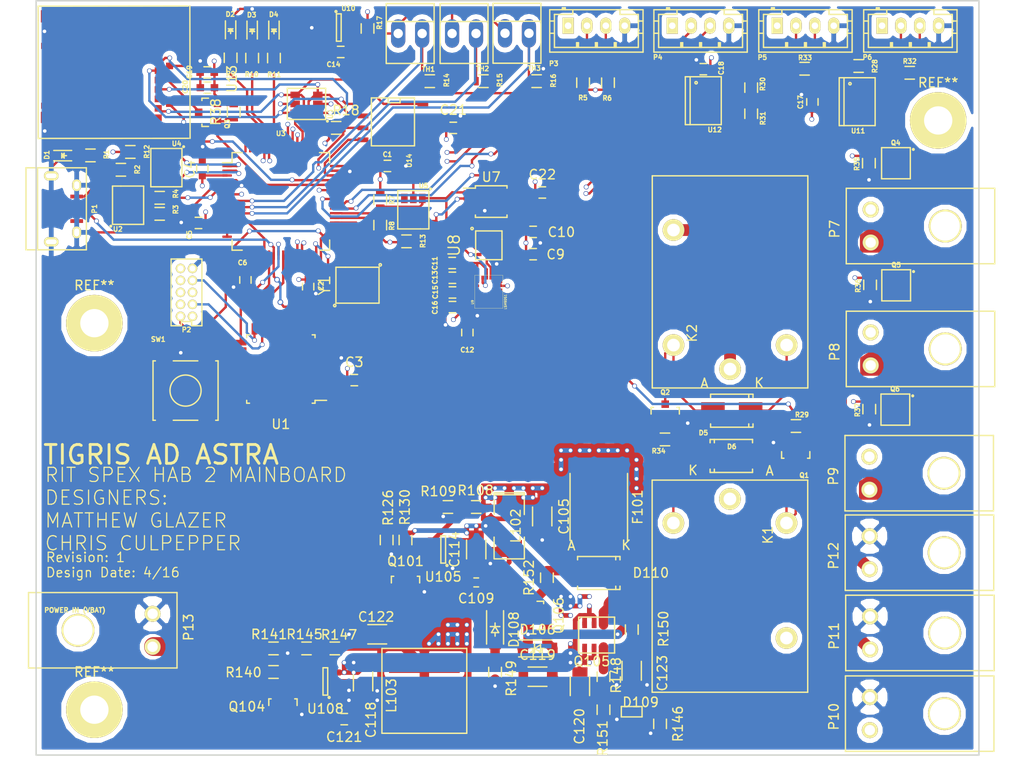
<source format=kicad_pcb>
(kicad_pcb (version 20171130) (host pcbnew "(5.1.12)-1")
  (layers (0 F.Cu signal) (1 In1.Cu power) (2 In2.Cu power) (31 B.Cu mixed) (34 B.Paste user) (35 F.Paste user) (36 B.SilkS user) (37 F.SilkS user) (38 B.Mask user) (39 F.Mask user) (44 Edge.Cuts user))
  (net 0 "")
  (net 1 +3V3)
  (net 2 GND)
  (net 3 "Net-(C6-Pad1)")
  (net 4 "Net-(C12-Pad1)")
  (net 5 "Net-(C13-Pad1)")
  (net 6 "/HAB Sensors/2.5VRefVoltage")
  (net 7 "Net-(D2-Pad2)")
  (net 8 "Net-(D5-Pad2)")
  (net 9 "Net-(D6-Pad2)")
  (net 10 "Net-(P1-Pad1)")
  (net 11 "Net-(P1-Pad2)")
  (net 12 "Net-(P1-Pad3)")
  (net 13 /PTA6)
  (net 14 /PTA7)
  (net 15 /PTB0)
  (net 16 Relay1_ctrl)
  (net 17 Relay2_ctrl)
  (net 18 SD_CTRL)
  (net 19 /Data_Input_Output/3.3V_MOS_OUT)
  (net 20 3.3V_MOS_CTRL)
  (net 21 /Data_Input_Output/5V_MOS_OUT)
  (net 22 5V_MOS_CTRL)
  (net 23 /Data_Input_Output/Vbus_MOS_OUT)
  (net 24 Vbus_MOS_CTRL)
  (net 25 "Net-(R2-Pad1)")
  (net 26 "Net-(R3-Pad1)")
  (net 27 "Net-(R4-Pad1)")
  (net 28 I2C1_SDA)
  (net 29 I2C1_SCL)
  (net 30 I2C0_SDA)
  (net 31 I2C0_SCL)
  (net 32 LED_Heartbeat)
  (net 33 LED_Status_1)
  (net 34 LED_Status_2)
  (net 35 "Net-(R12-Pad2)")
  (net 36 "Net-(R13-Pad2)")
  (net 37 Temp1)
  (net 38 Temp2)
  (net 39 Temp3)
  (net 40 "Net-(R28-Pad1)")
  (net 41 /Data_Input_Output/RS485_B)
  (net 42 /Data_Input_Output/RS485_A)
  (net 43 /Data_Input_Output/CANH_out)
  (net 44 /Data_Input_Output/CANL_out)
  (net 45 /PTB2)
  (net 46 /PTB1)
  (net 47 CAN0_TX)
  (net 48 CAN0_RX)
  (net 49 UART0_RX)
  (net 50 UART0_TX)
  (net 51 RX/TX_CTRL)
  (net 52 SPI0_CS1)
  (net 53 SPI0_SCK)
  (net 54 SPI0_MISO)
  (net 55 SPI0_MOSI)
  (net 56 "Net-(C109-Pad1)")
  (net 57 "Net-(C109-Pad2)")
  (net 58 "Net-(C119-Pad1)")
  (net 59 "Net-(C119-Pad2)")
  (net 60 "Net-(C120-Pad2)")
  (net 61 "Net-(C121-Pad1)")
  (net 62 "Net-(C121-Pad2)")
  (net 63 "Net-(C123-Pad1)")
  (net 64 "Net-(D108-Pad1)")
  (net 65 "Net-(D108-Pad2)")
  (net 66 "Net-(Q101-Pad3)")
  (net 67 "Net-(Q104-Pad3)")
  (net 68 "Net-(Q105-Pad3)")
  (net 69 "Net-(R108-Pad2)")
  (net 70 "Net-(R145-Pad1)")
  (net 71 "/Power Distribution/VBus")
  (net 72 "Net-(D1-Pad2)")
  (net 73 "Net-(D3-Pad2)")
  (net 74 "Net-(D4-Pad2)")
  (net 75 /Data_Input_Output/Battery_Out)
  (net 76 /Data_Input_Output/User_Out)
  (net 77 VBatt)
  (net 78 +5V)
  (net 79 SPI0_CS0)
  (net 80 UART2_RX)
  (net 81 UART2_TX)
  (net 82 /Data_Input_Output/User_In)
  (net 83 "Net-(U3-Pad32)")
  (net 84 "Net-(U3-Pad33)")
  (net 85 "Net-(D110-Pad2)")
  (net 86 Vbus)
  (net 87 "Net-(P2-Pad9)")
  (net 88 "Net-(P2-Pad8)")
  (net 89 "Net-(P2-Pad7)")
  (net 90 "Net-(P2-Pad6)")
  (net 91 "Net-(Q3-Pad3)")
  (net 92 "Net-(U1-Pad1)")
  (net 93 "Net-(U1-Pad2)")
  (net 94 "Net-(U1-Pad7)")
  (net 95 "Net-(U1-Pad9)")
  (net 96 "Net-(U1-Pad11)")
  (net 97 "Net-(U1-Pad12)")
  (net 98 "Net-(U1-Pad13)")
  (net 99 "Net-(U1-Pad14)")
  (net 100 "Net-(U1-Pad19)")
  (net 101 "Net-(U1-Pad20)")
  (net 102 "Net-(U1-Pad21)")
  (net 103 "Net-(U1-Pad22)")
  (net 104 "Net-(U1-Pad23)")
  (net 105 "Net-(U1-Pad24)")
  (net 106 "Net-(U1-Pad26)")
  (net 107 "Net-(U1-Pad27)")
  (net 108 "Net-(U1-Pad28)")
  (net 109 "Net-(U1-Pad29)")
  (net 110 "Net-(U1-Pad30)")
  (net 111 "Net-(U1-Pad31)")
  (net 112 "Net-(U1-Pad32)")
  (net 113 "Net-(U2-Pad4)")
  (net 114 "Net-(U2-Pad3)")
  (net 115 "Net-(U3-Pad8)")
  (net 116 "Net-(U3-Pad12)")
  (net 117 "Net-(U3-Pad18)")
  (net 118 "Net-(U3-Pad19)")
  (net 119 "Net-(U3-Pad20)")
  (net 120 "Net-(U3-Pad26)")
  (net 121 "Net-(U3-Pad27)")
  (net 122 "Net-(U3-Pad42)")
  (net 123 SD_Detect)
  (net 124 "Net-(U3-Pad61)")
  (net 125 "Net-(U3-Pad62)")
  (net 126 "Net-(U3-Pad63)")
  (net 127 "Net-(U3-Pad64)")
  (net 128 "Net-(U4-Pad4)")
  (net 129 "Net-(U4-Pad3)")
  (net 130 "Net-(U5-Pad4)")
  (net 131 "Net-(U5-Pad3)")
  (net 132 "/HAB Sensors/TempAlert")
  (net 133 "Net-(U9-Pad9)")
  (net 134 "Net-(U9-Pad10)")
  (net 135 "Net-(U9-Pad11)")
  (net 136 "Net-(U9-Pad12)")
  (net 137 "Net-(U9-Pad13)")
  (net 138 "Net-(U10-Pad1)")
  (net 139 "Net-(U10-Pad3)")
  (net 140 "Net-(U11-Pad5)")
  (net 141 "Net-(U13-Pad8)")
  (net 142 "Net-(U13-Pad1)")
  (net 143 Flash_Reset)
  (net 144 RESET_b)
  (module SPEX_Parts:G5LE-1A4-DC3 (layer F.Cu) (at 163.4236 87.3252 90)
    (fp_text reference K2 (at 1.27 -10.03 90) (layer F.SilkS))
    (fp_text value G5LE_1A4_DC3)
    (pad 1 thru_hole circle (at -2.55 -6 90) (size 2.3 2.3) (drill 1.35) (layers *.Cu *.Mask F.SilkS) (net 82 /Data_Input_Output/User_In))
    (pad 2 thru_hole circle (at 0 -12 90) (size 2.3 2.3) (drill 1.35) (layers *.Cu *.Mask F.SilkS) (net 9 "Net-(D6-Pad2)"))
    (pad 4 thru_hole circle (at 0 0 90) (size 2.3 2.3) (drill 1.35) (layers *.Cu *.Mask F.SilkS) (net 1 +3V3))
    (pad 3 thru_hole circle (at 12.2 -12 90) (size 2.3 2.3) (drill 1.35) (layers *.Cu *.Mask F.SilkS) (net 76 /Data_Input_Output/User_Out))
  )
  (module Housings_QFP:LQFP-64_10x10mm_Pitch0.5mm (layer F.Cu) (at 109.7788 72.0852)
    (fp_text reference U3 (at 0 -7.2) (layer F.SilkS) (effects (font (size 0.5 0.5) (thickness 0.125))))
    (fp_text value MK20DX256VLH7)
    (pad 1 smd rect (at -5.7 -3.75) (size 1 0.25) (layers F.Cu F.Paste F.Mask) (net 28 I2C1_SDA))
    (pad 2 smd rect (at -5.7 -3.25) (size 1 0.25) (layers F.Cu F.Paste F.Mask) (net 29 I2C1_SCL))
    (pad 3 smd rect (at -5.7 -2.75) (size 1 0.25) (layers F.Cu F.Paste F.Mask) (net 1 +3V3))
    (pad 4 smd rect (at -5.7 -2.25) (size 1 0.25) (layers F.Cu F.Paste F.Mask) (net 2 GND))
    (pad 5 smd rect (at -5.7 -1.75) (size 1 0.25) (layers F.Cu F.Paste F.Mask) (net 26 "Net-(R3-Pad1)"))
    (pad 6 smd rect (at -5.7 -1.25) (size 1 0.25) (layers F.Cu F.Paste F.Mask) (net 27 "Net-(R4-Pad1)"))
    (pad 7 smd rect (at -5.7 -0.75) (size 1 0.25) (layers F.Cu F.Paste F.Mask) (net 1 +3V3))
    (pad 8 smd rect (at -5.7 -0.25) (size 1 0.25) (layers F.Cu F.Paste F.Mask) (net 115 "Net-(U3-Pad8)"))
    (pad 9 smd rect (at -5.7 0.25) (size 1 0.25) (layers F.Cu F.Paste F.Mask) (net 37 Temp1))
    (pad 10 smd rect (at -5.7 0.75) (size 1 0.25) (layers F.Cu F.Paste F.Mask) (net 38 Temp2))
    (pad 11 smd rect (at -5.7 1.25) (size 1 0.25) (layers F.Cu F.Paste F.Mask) (net 39 Temp3))
    (pad 12 smd rect (at -5.7 1.75) (size 1 0.25) (layers F.Cu F.Paste F.Mask) (net 116 "Net-(U3-Pad12)"))
    (pad 13 smd rect (at -5.7 2.25) (size 1 0.25) (layers F.Cu F.Paste F.Mask) (net 1 +3V3))
    (pad 14 smd rect (at -5.7 2.75) (size 1 0.25) (layers F.Cu F.Paste F.Mask) (net 1 +3V3))
    (pad 15 smd rect (at -5.7 3.25) (size 1 0.25) (layers F.Cu F.Paste F.Mask) (net 2 GND))
    (pad 16 smd rect (at -5.7 3.75) (size 1 0.25) (layers F.Cu F.Paste F.Mask) (net 2 GND))
    (pad 17 smd rect (at -3.75 5.7 90) (size 1 0.25) (layers F.Cu F.Paste F.Mask) (net 3 "Net-(C6-Pad1)"))
    (pad 18 smd rect (at -3.25 5.7 90) (size 1 0.25) (layers F.Cu F.Paste F.Mask) (net 117 "Net-(U3-Pad18)"))
    (pad 19 smd rect (at -2.75 5.7 90) (size 1 0.25) (layers F.Cu F.Paste F.Mask) (net 118 "Net-(U3-Pad19)"))
    (pad 20 smd rect (at -2.25 5.7 90) (size 1 0.25) (layers F.Cu F.Paste F.Mask) (net 119 "Net-(U3-Pad20)"))
    (pad 21 smd rect (at -1.75 5.7 90) (size 1 0.25) (layers F.Cu F.Paste F.Mask) (net 1 +3V3))
    (pad 22 smd rect (at -1.25 5.7 90) (size 1 0.25) (layers F.Cu F.Paste F.Mask) (net 15 /PTB0))
    (pad 23 smd rect (at -0.75 5.7 90) (size 1 0.25) (layers F.Cu F.Paste F.Mask) (net 13 /PTA6))
    (pad 24 smd rect (at -0.25 5.7 90) (size 1 0.25) (layers F.Cu F.Paste F.Mask) (net 46 /PTB1))
    (pad 25 smd rect (at 0.25 5.7 90) (size 1 0.25) (layers F.Cu F.Paste F.Mask) (net 14 /PTA7))
    (pad 26 smd rect (at 0.75 5.7 90) (size 1 0.25) (layers F.Cu F.Paste F.Mask) (net 120 "Net-(U3-Pad26)"))
    (pad 27 smd rect (at 1.25 5.7 90) (size 1 0.25) (layers F.Cu F.Paste F.Mask) (net 121 "Net-(U3-Pad27)"))
    (pad 28 smd rect (at 1.75 5.7 90) (size 1 0.25) (layers F.Cu F.Paste F.Mask) (net 47 CAN0_TX))
    (pad 29 smd rect (at 2.25 5.7 90) (size 1 0.25) (layers F.Cu F.Paste F.Mask) (net 48 CAN0_RX))
    (pad 30 smd rect (at 2.75 5.7 90) (size 1 0.25) (layers F.Cu F.Paste F.Mask) (net 1 +3V3))
    (pad 31 smd rect (at 3.25 5.7 90) (size 1 0.25) (layers F.Cu F.Paste F.Mask) (net 2 GND))
    (pad 32 smd rect (at 3.75 5.7 90) (size 1 0.25) (layers F.Cu F.Paste F.Mask) (net 83 "Net-(U3-Pad32)"))
    (pad 33 smd rect (at 5.7 3.75) (size 1 0.25) (layers F.Cu F.Paste F.Mask) (net 84 "Net-(U3-Pad33)"))
    (pad 34 smd rect (at 5.7 3.25) (size 1 0.25) (layers F.Cu F.Paste F.Mask) (net 144 RESET_b))
    (pad 35 smd rect (at 5.7 2.75) (size 1 0.25) (layers F.Cu F.Paste F.Mask) (net 17 Relay2_ctrl))
    (pad 36 smd rect (at 5.7 2.25) (size 1 0.25) (layers F.Cu F.Paste F.Mask) (net 16 Relay1_ctrl))
    (pad 37 smd rect (at 5.7 1.75) (size 1 0.25) (layers F.Cu F.Paste F.Mask) (net 31 I2C0_SCL))
    (pad 38 smd rect (at 5.7 1.25) (size 1 0.25) (layers F.Cu F.Paste F.Mask) (net 30 I2C0_SDA))
    (pad 39 smd rect (at 5.7 0.75) (size 1 0.25) (layers F.Cu F.Paste F.Mask) (net 49 UART0_RX))
    (pad 40 smd rect (at 5.7 0.25) (size 1 0.25) (layers F.Cu F.Paste F.Mask) (net 50 UART0_TX))
    (pad 41 smd rect (at 5.7 -0.25) (size 1 0.25) (layers F.Cu F.Paste F.Mask) (net 51 RX/TX_CTRL))
    (pad 42 smd rect (at 5.7 -0.75) (size 1 0.25) (layers F.Cu F.Paste F.Mask) (net 122 "Net-(U3-Pad42)"))
    (pad 43 smd rect (at 5.7 -1.25) (size 1 0.25) (layers F.Cu F.Paste F.Mask) (net 143 Flash_Reset))
    (pad 44 smd rect (at 5.7 -1.75) (size 1 0.25) (layers F.Cu F.Paste F.Mask) (net 18 SD_CTRL))
    (pad 45 smd rect (at 5.7 -2.25) (size 1 0.25) (layers F.Cu F.Paste F.Mask) (net 123 SD_Detect))
    (pad 46 smd rect (at 5.7 -2.75) (size 1 0.25) (layers F.Cu F.Paste F.Mask) (net 52 SPI0_CS1))
    (pad 47 smd rect (at 5.7 -3.25) (size 1 0.25) (layers F.Cu F.Paste F.Mask) (net 2 GND))
    (pad 48 smd rect (at 5.7 -3.75) (size 1 0.25) (layers F.Cu F.Paste F.Mask) (net 1 +3V3))
    (pad 49 smd rect (at 3.75 -5.7 90) (size 1 0.25) (layers F.Cu F.Paste F.Mask) (net 79 SPI0_CS0))
    (pad 50 smd rect (at 3.25 -5.7 90) (size 1 0.25) (layers F.Cu F.Paste F.Mask) (net 53 SPI0_SCK))
    (pad 51 smd rect (at 2.75 -5.7 90) (size 1 0.25) (layers F.Cu F.Paste F.Mask) (net 54 SPI0_MISO))
    (pad 52 smd rect (at 2.25 -5.7 90) (size 1 0.25) (layers F.Cu F.Paste F.Mask) (net 55 SPI0_MOSI))
    (pad 53 smd rect (at 1.75 -5.7 90) (size 1 0.25) (layers F.Cu F.Paste F.Mask) (net 24 Vbus_MOS_CTRL))
    (pad 54 smd rect (at 1.25 -5.7 90) (size 1 0.25) (layers F.Cu F.Paste F.Mask) (net 22 5V_MOS_CTRL))
    (pad 55 smd rect (at 0.75 -5.7 90) (size 1 0.25) (layers F.Cu F.Paste F.Mask) (net 20 3.3V_MOS_CTRL))
    (pad 56 smd rect (at 0.25 -5.7 90) (size 1 0.25) (layers F.Cu F.Paste F.Mask) (net 34 LED_Status_2))
    (pad 57 smd rect (at -0.25 -5.7 90) (size 1 0.25) (layers F.Cu F.Paste F.Mask) (net 33 LED_Status_1))
    (pad 58 smd rect (at -0.75 -5.7 90) (size 1 0.25) (layers F.Cu F.Paste F.Mask) (net 32 LED_Heartbeat))
    (pad 59 smd rect (at -1.25 -5.7 90) (size 1 0.25) (layers F.Cu F.Paste F.Mask) (net 80 UART2_RX))
    (pad 60 smd rect (at -1.75 -5.7 90) (size 1 0.25) (layers F.Cu F.Paste F.Mask) (net 81 UART2_TX))
    (pad 61 smd rect (at -2.25 -5.7 90) (size 1 0.25) (layers F.Cu F.Paste F.Mask) (net 124 "Net-(U3-Pad61)"))
    (pad 62 smd rect (at -2.75 -5.7 90) (size 1 0.25) (layers F.Cu F.Paste F.Mask) (net 125 "Net-(U3-Pad62)"))
    (pad 63 smd rect (at -3.25 -5.7 90) (size 1 0.25) (layers F.Cu F.Paste F.Mask) (net 126 "Net-(U3-Pad63)"))
    (pad 64 smd rect (at -3.75 -5.7 90) (size 1 0.25) (layers F.Cu F.Paste F.Mask) (net 127 "Net-(U3-Pad64)"))
  )
  (module Buttons_Switches_SMD:SW_SPST_B3S-1000 (layer F.Cu) (at 99.6696 92.1512 270)
    (fp_text reference SW1 (at -5.4356 2.8956) (layer F.SilkS) (effects (font (size 0.5 0.5) (thickness 0.125))))
    (fp_text value SW_PUSH)
    (pad 1 smd rect (at -3.975 -2.25 270) (size 1.55 1.3) (layers F.Cu F.Paste F.Mask) (net 45 /PTB2))
    (pad 1 smd rect (at 3.975 -2.25 270) (size 1.55 1.3) (layers F.Cu F.Paste F.Mask) (net 45 /PTB2))
    (pad 2 smd rect (at -3.975 2.25 270) (size 1.55 1.3) (layers F.Cu F.Paste F.Mask) (net 2 GND))
    (pad 2 smd rect (at 3.975 2.25 270) (size 1.55 1.3) (layers F.Cu F.Paste F.Mask) (net 2 GND))
  )
  (module Housings_QFP:LQFP-32_7x7mm_Pitch0.8mm (layer F.Cu) (at 109.7788 89.8652 180)
    (fp_text reference U1 (at 0 -5.85 180) (layer F.SilkS))
    (fp_text value MKL04Z32VLC4)
    (pad 1 smd rect (at -4.25 -2.8 180) (size 1.2 0.6) (layers F.Cu F.Paste F.Mask) (net 92 "Net-(U1-Pad1)"))
    (pad 2 smd rect (at -4.25 -2 180) (size 1.2 0.6) (layers F.Cu F.Paste F.Mask) (net 93 "Net-(U1-Pad2)"))
    (pad 3 smd rect (at -4.25 -1.2 180) (size 1.2 0.6) (layers F.Cu F.Paste F.Mask) (net 1 +3V3))
    (pad 4 smd rect (at -4.25 -0.4 180) (size 1.2 0.6) (layers F.Cu F.Paste F.Mask) (net 1 +3V3))
    (pad 5 smd rect (at -4.25 0.4 180) (size 1.2 0.6) (layers F.Cu F.Paste F.Mask) (net 2 GND))
    (pad 6 smd rect (at -4.25 1.2 180) (size 1.2 0.6) (layers F.Cu F.Paste F.Mask) (net 2 GND))
    (pad 7 smd rect (at -4.25 2 180) (size 1.2 0.6) (layers F.Cu F.Paste F.Mask) (net 94 "Net-(U1-Pad7)"))
    (pad 8 smd rect (at -4.25 2.8 180) (size 1.2 0.6) (layers F.Cu F.Paste F.Mask) (net 144 RESET_b))
    (pad 9 smd rect (at -2.8 4.25 270) (size 1.2 0.6) (layers F.Cu F.Paste F.Mask) (net 95 "Net-(U1-Pad9)"))
    (pad 10 smd rect (at -2 4.25 270) (size 1.2 0.6) (layers F.Cu F.Paste F.Mask) (net 13 /PTA6))
    (pad 11 smd rect (at -1.2 4.25 270) (size 1.2 0.6) (layers F.Cu F.Paste F.Mask) (net 96 "Net-(U1-Pad11)"))
    (pad 12 smd rect (at -0.4 4.25 270) (size 1.2 0.6) (layers F.Cu F.Paste F.Mask) (net 97 "Net-(U1-Pad12)"))
    (pad 13 smd rect (at 0.4 4.25 270) (size 1.2 0.6) (layers F.Cu F.Paste F.Mask) (net 98 "Net-(U1-Pad13)"))
    (pad 14 smd rect (at 1.2 4.25 270) (size 1.2 0.6) (layers F.Cu F.Paste F.Mask) (net 99 "Net-(U1-Pad14)"))
    (pad 15 smd rect (at 2 4.25 270) (size 1.2 0.6) (layers F.Cu F.Paste F.Mask) (net 14 /PTA7))
    (pad 16 smd rect (at 2.8 4.25 270) (size 1.2 0.6) (layers F.Cu F.Paste F.Mask) (net 15 /PTB0))
    (pad 17 smd rect (at 4.25 2.8 180) (size 1.2 0.6) (layers F.Cu F.Paste F.Mask) (net 46 /PTB1))
    (pad 18 smd rect (at 4.25 2 180) (size 1.2 0.6) (layers F.Cu F.Paste F.Mask) (net 45 /PTB2))
    (pad 19 smd rect (at 4.25 1.2 180) (size 1.2 0.6) (layers F.Cu F.Paste F.Mask) (net 100 "Net-(U1-Pad19)"))
    (pad 20 smd rect (at 4.25 0.4 180) (size 1.2 0.6) (layers F.Cu F.Paste F.Mask) (net 101 "Net-(U1-Pad20)"))
    (pad 21 smd rect (at 4.25 -0.4 180) (size 1.2 0.6) (layers F.Cu F.Paste F.Mask) (net 102 "Net-(U1-Pad21)"))
    (pad 22 smd rect (at 4.25 -1.2 180) (size 1.2 0.6) (layers F.Cu F.Paste F.Mask) (net 103 "Net-(U1-Pad22)"))
    (pad 23 smd rect (at 4.25 -2 180) (size 1.2 0.6) (layers F.Cu F.Paste F.Mask) (net 104 "Net-(U1-Pad23)"))
    (pad 24 smd rect (at 4.25 -2.8 180) (size 1.2 0.6) (layers F.Cu F.Paste F.Mask) (net 105 "Net-(U1-Pad24)"))
    (pad 25 smd rect (at 2.8 -4.25 270) (size 1.2 0.6) (layers F.Cu F.Paste F.Mask) (net 144 RESET_b))
    (pad 26 smd rect (at 2 -4.25 270) (size 1.2 0.6) (layers F.Cu F.Paste F.Mask) (net 106 "Net-(U1-Pad26)"))
    (pad 27 smd rect (at 1.2 -4.25 270) (size 1.2 0.6) (layers F.Cu F.Paste F.Mask) (net 107 "Net-(U1-Pad27)"))
    (pad 28 smd rect (at 0.4 -4.25 270) (size 1.2 0.6) (layers F.Cu F.Paste F.Mask) (net 108 "Net-(U1-Pad28)"))
    (pad 29 smd rect (at -0.4 -4.25 270) (size 1.2 0.6) (layers F.Cu F.Paste F.Mask) (net 109 "Net-(U1-Pad29)"))
    (pad 30 smd rect (at -1.2 -4.25 270) (size 1.2 0.6) (layers F.Cu F.Paste F.Mask) (net 110 "Net-(U1-Pad30)"))
    (pad 31 smd rect (at -2 -4.25 270) (size 1.2 0.6) (layers F.Cu F.Paste F.Mask) (net 111 "Net-(U1-Pad31)"))
    (pad 32 smd rect (at -2.8 -4.25 270) (size 1.2 0.6) (layers F.Cu F.Paste F.Mask) (net 112 "Net-(U1-Pad32)"))
  )
  (module Housings_SSOP:MSOP-8_3x3mm_Pitch0.65mm (layer F.Cu) (at 132.09016 72.10552)
    (fp_text reference U7 (at 0 -2.6) (layer F.SilkS))
    (fp_text value MCP9808T)
    (pad 1 smd rect (at -2.2 -0.975) (size 1.45 0.45) (layers F.Cu F.Paste F.Mask) (net 30 I2C0_SDA))
    (pad 2 smd rect (at -2.2 -0.325) (size 1.45 0.45) (layers F.Cu F.Paste F.Mask) (net 31 I2C0_SCL))
    (pad 3 smd rect (at -2.2 0.325) (size 1.45 0.45) (layers F.Cu F.Paste F.Mask) (net 132 "/HAB Sensors/TempAlert"))
    (pad 4 smd rect (at -2.2 0.975) (size 1.45 0.45) (layers F.Cu F.Paste F.Mask) (net 2 GND))
    (pad 5 smd rect (at 2.2 0.975) (size 1.45 0.45) (layers F.Cu F.Paste F.Mask) (net 1 +3V3))
    (pad 6 smd rect (at 2.2 0.325) (size 1.45 0.45) (layers F.Cu F.Paste F.Mask) (net 1 +3V3))
    (pad 7 smd rect (at 2.2 -0.325) (size 1.45 0.45) (layers F.Cu F.Paste F.Mask) (net 1 +3V3))
    (pad 8 smd rect (at 2.2 -0.975) (size 1.45 0.45) (layers F.Cu F.Paste F.Mask) (net 1 +3V3))
  )
  (module Capacitors_SMD:C_0603 (layer F.Cu) (at 121.0818 68.326)
    (fp_text reference C1 (at 0 -1.2192) (layer F.SilkS) (effects (font (size 0.5 0.5) (thickness 0.125))))
    (fp_text value 1uF)
    (pad 1 smd rect (at -0.75 0) (size 0.8 0.75) (layers F.Cu F.Paste F.Mask) (net 1 +3V3))
    (pad 2 smd rect (at 0.75 0) (size 0.8 0.75) (layers F.Cu F.Paste F.Mask) (net 2 GND))
  )
  (module Capacitors_SMD:C_0603 (layer F.Cu) (at 112.6744 81.1276 270)
    (fp_text reference C2 (at -0.0508 -1.3716 270) (layer F.SilkS) (effects (font (size 0.5 0.5) (thickness 0.125))))
    (fp_text value 1uF)
    (pad 1 smd rect (at -0.75 0 270) (size 0.8 0.75) (layers F.Cu F.Paste F.Mask) (net 1 +3V3))
    (pad 2 smd rect (at 0.75 0 270) (size 0.8 0.75) (layers F.Cu F.Paste F.Mask) (net 2 GND))
  )
  (module Capacitors_SMD:C_0603 (layer F.Cu) (at 117.56898 91.04122)
    (fp_text reference C3 (at 0 -1.9) (layer F.SilkS))
    (fp_text value 1uF)
    (pad 1 smd rect (at -0.75 0) (size 0.8 0.75) (layers F.Cu F.Paste F.Mask) (net 1 +3V3))
    (pad 2 smd rect (at 0.75 0) (size 0.8 0.75) (layers F.Cu F.Paste F.Mask) (net 2 GND))
  )
  (module Capacitors_SMD:C_0603 (layer F.Cu) (at 101.4476 68.5927 90)
    (fp_text reference C4 (at -0.0889 -1.3208 90) (layer F.SilkS))
    (fp_text value 1uF)
    (pad 1 smd rect (at -0.75 0 90) (size 0.8 0.75) (layers F.Cu F.Paste F.Mask) (net 1 +3V3))
    (pad 2 smd rect (at 0.75 0 90) (size 0.8 0.75) (layers F.Cu F.Paste F.Mask) (net 2 GND))
  )
  (module Capacitors_SMD:C_0603 (layer F.Cu) (at 101.0412 74.3712 180)
    (fp_text reference C5 (at 0.9652 -1.27 270) (layer F.SilkS) (effects (font (size 0.5 0.5) (thickness 0.125))))
    (fp_text value 2.2uF)
    (pad 1 smd rect (at -0.75 0 180) (size 0.8 0.75) (layers F.Cu F.Paste F.Mask) (net 1 +3V3))
    (pad 2 smd rect (at 0.75 0 180) (size 0.8 0.75) (layers F.Cu F.Paste F.Mask) (net 2 GND))
  )
  (module Capacitors_SMD:C_0603 (layer F.Cu) (at 106.0196 80.4164 270)
    (fp_text reference C6 (at -1.8288 0.3048) (layer F.SilkS) (effects (font (size 0.5 0.5) (thickness 0.125))))
    (fp_text value .1uF)
    (pad 1 smd rect (at -0.75 0 270) (size 0.8 0.75) (layers F.Cu F.Paste F.Mask) (net 3 "Net-(C6-Pad1)"))
    (pad 2 smd rect (at 0.75 0 270) (size 0.8 0.75) (layers F.Cu F.Paste F.Mask) (net 2 GND))
  )
  (module Capacitors_SMD:C_0603 (layer F.Cu) (at 136.53516 77.68336)
    (fp_text reference C9 (at 2.3876 0.0254) (layer F.SilkS))
    (fp_text value C)
    (pad 1 smd rect (at -0.75 0) (size 0.8 0.75) (layers F.Cu F.Paste F.Mask) (net 1 +3V3))
    (pad 2 smd rect (at 0.75 0) (size 0.8 0.75) (layers F.Cu F.Paste F.Mask) (net 2 GND))
  )
  (module Capacitors_SMD:C_0603 (layer F.Cu) (at 136.53516 75.32116)
    (fp_text reference C10 (at 2.9972 0.0254) (layer F.SilkS))
    (fp_text value C)
    (pad 1 smd rect (at -0.75 0) (size 0.8 0.75) (layers F.Cu F.Paste F.Mask) (net 1 +3V3))
    (pad 2 smd rect (at 0.75 0) (size 0.8 0.75) (layers F.Cu F.Paste F.Mask) (net 2 GND))
  )
  (module Capacitors_SMD:C_0603 (layer F.Cu) (at 129.56032 85.99424 270)
    (fp_text reference C12 (at 1.84404 0.00508) (layer F.SilkS) (effects (font (size 0.5 0.5) (thickness 0.125))))
    (fp_text value 10nF)
    (pad 1 smd rect (at -0.75 0 270) (size 0.8 0.75) (layers F.Cu F.Paste F.Mask) (net 4 "Net-(C12-Pad1)"))
    (pad 2 smd rect (at 0.75 0 270) (size 0.8 0.75) (layers F.Cu F.Paste F.Mask) (net 2 GND))
  )
  (module Capacitors_SMD:C_0603 (layer F.Cu) (at 127.97028 80.1878 180)
    (fp_text reference C13 (at 1.84404 0.04572 270) (layer F.SilkS) (effects (font (size 0.5 0.5) (thickness 0.125))))
    (fp_text value 100nF)
    (pad 1 smd rect (at -0.75 0 180) (size 0.8 0.75) (layers F.Cu F.Paste F.Mask) (net 5 "Net-(C13-Pad1)"))
    (pad 2 smd rect (at 0.75 0 180) (size 0.8 0.75) (layers F.Cu F.Paste F.Mask) (net 2 GND))
  )
  (module Capacitors_SMD:C_0603 (layer F.Cu) (at 116.1288 56.2356 180)
    (fp_text reference C14 (at 0.762 -1.3208 180) (layer F.SilkS) (effects (font (size 0.5 0.5) (thickness 0.125))))
    (fp_text value 4.7uF)
    (pad 1 smd rect (at -0.75 0 180) (size 0.8 0.75) (layers F.Cu F.Paste F.Mask) (net 6 "/HAB Sensors/2.5VRefVoltage"))
    (pad 2 smd rect (at 0.75 0 180) (size 0.8 0.75) (layers F.Cu F.Paste F.Mask) (net 2 GND))
  )
  (module Capacitors_SMD:C_0603 (layer F.Cu) (at 127.98044 81.74228 180)
    (fp_text reference C15 (at 1.8161 0.0254 270) (layer F.SilkS) (effects (font (size 0.5 0.5) (thickness 0.125))))
    (fp_text value 100nF)
    (pad 1 smd rect (at -0.75 0 180) (size 0.8 0.75) (layers F.Cu F.Paste F.Mask) (net 1 +3V3))
    (pad 2 smd rect (at 0.75 0 180) (size 0.8 0.75) (layers F.Cu F.Paste F.Mask) (net 2 GND))
  )
  (module Capacitors_SMD:C_0603 (layer F.Cu) (at 127.98044 83.29676 180)
    (fp_text reference C16 (at 1.8542 -0.0508 270) (layer F.SilkS) (effects (font (size 0.5 0.5) (thickness 0.125))))
    (fp_text value 10uF)
    (pad 1 smd rect (at -0.75 0 180) (size 0.8 0.75) (layers F.Cu F.Paste F.Mask) (net 1 +3V3))
    (pad 2 smd rect (at 0.75 0 180) (size 0.8 0.75) (layers F.Cu F.Paste F.Mask) (net 2 GND))
  )
  (module Capacitors_SMD:C_0603 (layer F.Cu) (at 166.156111 61.533153 90)
    (fp_text reference C17 (at -0.0254 -1.27 90) (layer F.SilkS) (effects (font (size 0.5 0.5) (thickness 0.125))))
    (fp_text value C)
    (pad 1 smd rect (at -0.75 0 90) (size 0.8 0.75) (layers F.Cu F.Paste F.Mask) (net 1 +3V3))
    (pad 2 smd rect (at 0.75 0 90) (size 0.8 0.75) (layers F.Cu F.Paste F.Mask) (net 2 GND))
  )
  (module Capacitors_SMD:C_0603 (layer F.Cu) (at 154.585624 58.064032 180)
    (fp_text reference C18 (at -1.89992 0.11176 270) (layer F.SilkS) (effects (font (size 0.5 0.5) (thickness 0.125))))
    (fp_text value C)
    (pad 1 smd rect (at -0.75 0 180) (size 0.8 0.75) (layers F.Cu F.Paste F.Mask) (net 1 +3V3))
    (pad 2 smd rect (at 0.75 0 180) (size 0.8 0.75) (layers F.Cu F.Paste F.Mask) (net 2 GND))
  )
  (module Capacitors_SMD:C_0603 (layer F.Cu) (at 101.96576 58.40476 180)
    (fp_text reference C19 (at 1.8796 0.03302 270) (layer F.SilkS) (effects (font (size 0.5 0.5) (thickness 0.125))))
    (fp_text value .1uF)
    (pad 1 smd rect (at -0.75 0 180) (size 0.8 0.75) (layers F.Cu F.Paste F.Mask) (net 1 +3V3))
    (pad 2 smd rect (at 0.75 0 180) (size 0.8 0.75) (layers F.Cu F.Paste F.Mask) (net 2 GND))
  )
  (module Capacitors_SMD:C_0603 (layer F.Cu) (at 101.98608 60.02274 180)
    (fp_text reference C20 (at 2.34188 0.07874 270) (layer F.SilkS) (effects (font (size 0.5 0.5) (thickness 0.125))))
    (fp_text value 10uF)
    (pad 1 smd rect (at -0.75 0 180) (size 0.8 0.75) (layers F.Cu F.Paste F.Mask) (net 1 +3V3))
    (pad 2 smd rect (at 0.75 0 180) (size 0.8 0.75) (layers F.Cu F.Paste F.Mask) (net 2 GND))
  )
  (module Capacitors_SMD:C_0603 (layer F.Cu) (at 128.0668 64.2874)
    (fp_text reference C21 (at 0 -1.9) (layer F.SilkS))
    (fp_text value C)
    (pad 1 smd rect (at -0.75 0) (size 0.8 0.75) (layers F.Cu F.Paste F.Mask) (net 1 +3V3))
    (pad 2 smd rect (at 0.75 0) (size 0.8 0.75) (layers F.Cu F.Paste F.Mask) (net 2 GND))
  )
  (module Capacitors_SMD:C_1206 (layer F.Cu) (at 137.5 105.5 270)
    (fp_text reference C105 (at 0 -2.3 270) (layer F.SilkS))
    (fp_text value 47uf)
    (pad 1 smd rect (at -1.5 0 270) (size 1 1.6) (layers F.Cu F.Paste F.Mask) (net 1 +3V3))
    (pad 2 smd rect (at 1.5 0 270) (size 1 1.6) (layers F.Cu F.Paste F.Mask) (net 2 GND))
  )
  (module Capacitors_SMD:C_0402 (layer F.Cu) (at 130.5 112.5 180)
    (fp_text reference C109 (at 0 -1.7 180) (layer F.SilkS))
    (fp_text value 100nf)
    (pad 1 smd rect (at -0.55 0 180) (size 0.6 0.5) (layers F.Cu F.Paste F.Mask) (net 56 "Net-(C109-Pad1)"))
    (pad 2 smd rect (at 0.55 0 180) (size 0.6 0.5) (layers F.Cu F.Paste F.Mask) (net 57 "Net-(C109-Pad2)"))
  )
  (module Capacitors_SMD:C_1206 (layer F.Cu) (at 130.5 109 90)
    (fp_text reference C114 (at 0 -2.3 90) (layer F.SilkS))
    (fp_text value 22uf)
    (pad 1 smd rect (at -1.5 0 90) (size 1 1.6) (layers F.Cu F.Paste F.Mask) (net 2 GND))
    (pad 2 smd rect (at 1.5 0 90) (size 1 1.6) (layers F.Cu F.Paste F.Mask) (net 86 Vbus))
  )
  (module Capacitors_SMD:C_1206 (layer F.Cu) (at 118.5 123 90)
    (fp_text reference C118 (at -4.0762 0.8292 90) (layer F.SilkS))
    (fp_text value 22uf)
    (pad 1 smd rect (at -1.5 0 90) (size 1 1.6) (layers F.Cu F.Paste F.Mask) (net 2 GND))
    (pad 2 smd rect (at 1.5 0 90) (size 1 1.6) (layers F.Cu F.Paste F.Mask) (net 86 Vbus))
  )
  (module Capacitors_SMD:C_1206 (layer F.Cu) (at 137 122.5)
    (fp_text reference C119 (at 0 -2.3) (layer F.SilkS))
    (fp_text value "1uf 100v")
    (pad 1 smd rect (at -1.5 0) (size 1 1.6) (layers F.Cu F.Paste F.Mask) (net 58 "Net-(C119-Pad1)"))
    (pad 2 smd rect (at 1.5 0) (size 1 1.6) (layers F.Cu F.Paste F.Mask) (net 59 "Net-(C119-Pad2)"))
  )
  (module Capacitors_SMD:C_1206 (layer F.Cu) (at 141.5 123.5 270)
    (fp_text reference C120 (at 4.262 0.0474 270) (layer F.SilkS))
    (fp_text value ".1uf 100v")
    (pad 1 smd rect (at -1.5 0 270) (size 1 1.6) (layers F.Cu F.Paste F.Mask) (net 86 Vbus))
    (pad 2 smd rect (at 1.5 0 270) (size 1 1.6) (layers F.Cu F.Paste F.Mask) (net 60 "Net-(C120-Pad2)"))
  )
  (module Capacitors_SMD:C_0603 (layer F.Cu) (at 116.5 127 180)
    (fp_text reference C121 (at 0 -1.9 180) (layer F.SilkS))
    (fp_text value 100nf)
    (pad 1 smd rect (at -0.75 0 180) (size 0.8 0.75) (layers F.Cu F.Paste F.Mask) (net 61 "Net-(C121-Pad1)"))
    (pad 2 smd rect (at 0.75 0 180) (size 0.8 0.75) (layers F.Cu F.Paste F.Mask) (net 62 "Net-(C121-Pad2)"))
  )
  (module Capacitors_SMD:C_1206 (layer F.Cu) (at 120 118 180)
    (fp_text reference C122 (at 0.112 1.8458 180) (layer F.SilkS))
    (fp_text value 47uf)
    (pad 1 smd rect (at -1.5 0 180) (size 1 1.6) (layers F.Cu F.Paste F.Mask) (net 78 +5V))
    (pad 2 smd rect (at 1.5 0 180) (size 1 1.6) (layers F.Cu F.Paste F.Mask) (net 2 GND))
  )
  (module Capacitors_SMD:C_1206 (layer F.Cu) (at 146.9898 121.8692 270)
    (fp_text reference C123 (at 0.254 -3.2512 270) (layer F.SilkS))
    (fp_text value "1uf 100v")
    (pad 1 smd rect (at -1.5 0 270) (size 1 1.6) (layers F.Cu F.Paste F.Mask) (net 63 "Net-(C123-Pad1)"))
    (pad 2 smd rect (at 1.5 0 270) (size 1 1.6) (layers F.Cu F.Paste F.Mask) (net 2 GND))
  )
  (module Diodes_SMD:SOD-123 (layer F.Cu) (at 137 119.5)
    (fp_text reference D106 (at 0 -2) (layer F.SilkS))
    (fp_text value ZENER)
    (pad 1 smd rect (at -1.635 0) (size 0.91 1.22) (layers F.Cu F.Paste F.Mask) (net 58 "Net-(C119-Pad1)"))
    (pad 2 smd rect (at 1.635 0) (size 0.91 1.22) (layers F.Cu F.Paste F.Mask) (net 59 "Net-(C119-Pad2)"))
  )
  (module Diodes_SMD:SOD-123 (layer F.Cu) (at 132.5 117.5 270)
    (fp_text reference D108 (at 0 -2 270) (layer F.SilkS))
    (fp_text value ZENER)
    (pad 1 smd rect (at -1.635 0 270) (size 0.91 1.22) (layers F.Cu F.Paste F.Mask) (net 64 "Net-(D108-Pad1)"))
    (pad 2 smd rect (at 1.635 0 270) (size 0.91 1.22) (layers F.Cu F.Paste F.Mask) (net 65 "Net-(D108-Pad2)"))
  )
  (module Transistors_SMD:sc70 (layer F.Cu) (at 146.9898 126.2126)
    (fp_text reference D109 (at 0.95 -1) (layer F.SilkS))
    (fp_text value D_Schottky_x2_Serial_AKC)
    (pad 1 smd rect (at -0.6604 1.016) (size 0.4572 0.7112) (layers F.Cu F.Paste F.Mask) (net 2 GND))
    (pad 2 smd rect (at 0.6604 1.016) (size 0.4572 0.7112) (layers F.Cu F.Paste F.Mask) (net 60 "Net-(C120-Pad2)"))
    (pad 3 smd rect (at 0 -1.016) (size 0.4572 0.7112) (layers F.Cu F.Paste F.Mask) (net 59 "Net-(C119-Pad2)"))
  )
  (module Diodes_SMD:Diode-SMA_Standard (layer F.Cu) (at 143.5 111.5 180)
    (fp_text reference D110 (at -5.5218 0.0194 180) (layer F.SilkS))
    (fp_text value DIODE)
    (fp_text user K (at -2.9 2.95 180) (layer F.SilkS))
    (fp_text user A (at 2.9 2.9 180) (layer F.SilkS))
    (pad 1 smd rect (at -1.99898 0 180) (size 2.49936 1.80086) (layers F.Cu F.Paste F.Mask) (net 58 "Net-(C119-Pad1)"))
    (pad 2 smd rect (at 1.99898 0 180) (size 2.49936 1.80086) (layers F.Cu F.Paste F.Mask) (net 85 "Net-(D110-Pad2)"))
  )
  (module Fuse_Holders_and_Fuses:Fuse_SMD2920 (layer F.Cu) (at 143.5 104.5 270)
    (fp_text reference F101 (at 0 -4.1275 270) (layer F.SilkS))
    (fp_text value FUSE)
    (pad 1 smd rect (at -3.7 0) (size 5.6 2.3) (layers F.Cu F.Paste F.Mask) (net 77 VBatt))
    (pad 2 smd rect (at 3.7 0) (size 5.6 2.3) (layers F.Cu F.Paste F.Mask) (net 85 "Net-(D110-Pad2)"))
  )
  (module SMD_Packages:SMD-2010_Pol (layer F.Cu) (at 134 106.5 270)
    (fp_text reference L102 (at 0 -0.7 270) (layer F.SilkS))
    (fp_text value 2.2uh)
    (pad 1 smd rect (at -2.4003 0 270) (size 1.80086 2.70002) (layers F.Cu F.Paste F.Mask) (net 1 +3V3))
    (pad 2 smd rect (at 2.4003 0 270) (size 1.80086 2.70002) (layers F.Cu F.Paste F.Mask) (net 56 "Net-(C109-Pad1)"))
  )
  (module NRS8030:NRS8030T3R3MJGJ (layer F.Cu) (at 125 124 270)
    (fp_text reference L103 (at 0.5 3.5 270) (layer F.SilkS))
    (fp_text value 3.3uh)
    (pad 2 smd rect (at 2.8 0 270) (size 1.8 7.5) (layers F.Cu F.Paste F.Mask) (net 61 "Net-(C121-Pad1)"))
    (pad 1 smd rect (at -2.8 0 270) (size 1.8 7.5) (layers F.Cu F.Paste F.Mask) (net 78 +5V))
  )
  (module Connect:USB_Micro-B (layer F.Cu) (at 86.5632 72.8726 270)
    (fp_text reference P1 (at 0 -3.45 270) (layer F.SilkS) (effects (font (size 0.5 0.5) (thickness 0.125))))
    (fp_text value USB_OTG)
    (pad 1 smd rect (at -1.3009 -1.56254) (size 1.35 0.4) (layers F.Cu F.Paste F.Mask) (net 10 "Net-(P1-Pad1)"))
    (pad 2 smd rect (at -0.6509 -1.56254) (size 1.35 0.4) (layers F.Cu F.Paste F.Mask) (net 11 "Net-(P1-Pad2)"))
    (pad 3 smd rect (at -0.0009 -1.56254) (size 1.35 0.4) (layers F.Cu F.Paste F.Mask) (net 12 "Net-(P1-Pad3)"))
    (pad 4 smd rect (at 0.6491 -1.56254) (size 1.35 0.4) (layers F.Cu F.Paste F.Mask) (net 13 /PTA6))
    (pad 5 smd rect (at 1.2991 -1.56254) (size 1.35 0.4) (layers F.Cu F.Paste F.Mask) (net 2 GND))
    (pad 6 thru_hole oval (at -2.5009 -1.56254) (size 0.95 1.25) (drill oval 0.55 0.85) (layers *.Cu *.Mask F.SilkS) (net 2 GND))
    (pad 6 thru_hole oval (at 2.4991 -1.56254) (size 0.95 1.25) (drill oval 0.55 0.85) (layers *.Cu *.Mask F.SilkS) (net 2 GND))
    (pad 6 thru_hole oval (at -3.5009 1.13746) (size 1.55 1) (drill oval 1.15 0.5) (layers *.Cu *.Mask F.SilkS) (net 2 GND))
    (pad 6 thru_hole oval (at 3.4991 1.13746) (size 1.55 1) (drill oval 1.15 0.5) (layers *.Cu *.Mask F.SilkS) (net 2 GND))
  )
  (module SPEX_Parts:SWD-10 (layer F.Cu) (at 99.7712 81.7372 90)
    (fp_text reference P2 (at -3.9624 0 180) (layer F.SilkS) (effects (font (size 0.5 0.5) (thickness 0.125))))
    (fp_text value "SWD Header")
    (pad 10 thru_hole circle (at -2.54 -0.635 90) (size 1 1) (drill 0.65) (layers *.Cu *.Mask F.SilkS) (net 144 RESET_b))
    (pad 1 thru_hole circle (at -2.54 0.635 90) (size 1 1) (drill 0.65) (layers *.Cu *.Mask F.SilkS) (net 1 +3V3))
    (pad 9 thru_hole circle (at -1.27 -0.635 90) (size 1 1) (drill 0.65) (layers *.Cu *.Mask F.SilkS) (net 87 "Net-(P2-Pad9)"))
    (pad 2 thru_hole circle (at -1.27 0.635 90) (size 1 1) (drill 0.65) (layers *.Cu *.Mask F.SilkS) (net 14 /PTA7))
    (pad 8 thru_hole circle (at 0 -0.635 90) (size 1 1) (drill 0.65) (layers *.Cu *.Mask F.SilkS) (net 88 "Net-(P2-Pad8)"))
    (pad 3 thru_hole circle (at 0 0.635 90) (size 1 1) (drill 0.65) (layers *.Cu *.Mask F.SilkS) (net 2 GND))
    (pad 7 thru_hole circle (at 1.27 -0.635 90) (size 1 1) (drill 0.65) (layers *.Cu *.Mask F.SilkS) (net 89 "Net-(P2-Pad7)"))
    (pad 4 thru_hole circle (at 1.27 0.635 90) (size 1 1) (drill 0.65) (layers *.Cu *.Mask F.SilkS) (net 15 /PTB0))
    (pad 6 thru_hole circle (at 2.54 -0.635 90) (size 1 1) (drill 0.65) (layers *.Cu *.Mask F.SilkS) (net 90 "Net-(P2-Pad6)"))
    (pad 5 thru_hole circle (at 2.54 0.635 90) (size 1 1) (drill 0.65) (layers *.Cu *.Mask F.SilkS) (net 2 GND))
  )
  (module TO_SOT_Packages_SMD:SOT-23 (layer F.Cu) (at 164.3888 98.679 180)
    (fp_text reference Q1 (at -0.89916 -2.4638 180) (layer F.SilkS) (effects (font (size 0.5 0.5) (thickness 0.125))))
    (fp_text value 2N7002K)
    (pad 1 smd rect (at -0.95 1.00076 180) (size 0.8001 0.8001) (layers F.Cu F.Paste F.Mask) (net 16 Relay1_ctrl))
    (pad 2 smd rect (at 0.95 1.00076 180) (size 0.8001 0.8001) (layers F.Cu F.Paste F.Mask) (net 2 GND))
    (pad 3 smd rect (at 0 -0.99822 180) (size 0.8001 0.8001) (layers F.Cu F.Paste F.Mask) (net 8 "Net-(D5-Pad2)"))
  )
  (module TO_SOT_Packages_SMD:SOT-23 (layer F.Cu) (at 150.5458 94.5896)
    (fp_text reference Q2 (at 0 -2.25) (layer F.SilkS) (effects (font (size 0.5 0.5) (thickness 0.125))))
    (fp_text value 2N7002K)
    (pad 1 smd rect (at -0.95 1.00076) (size 0.8001 0.8001) (layers F.Cu F.Paste F.Mask) (net 17 Relay2_ctrl))
    (pad 2 smd rect (at 0.95 1.00076) (size 0.8001 0.8001) (layers F.Cu F.Paste F.Mask) (net 2 GND))
    (pad 3 smd rect (at 0 -0.99822) (size 0.8001 0.8001) (layers F.Cu F.Paste F.Mask) (net 9 "Net-(D6-Pad2)"))
  )
  (module TO_SOT_Packages_SMD:SOT-23 (layer F.Cu) (at 102.0572 62.6364 90)
    (fp_text reference Q3 (at -1.23444 2.04724 270) (layer F.SilkS) (effects (font (size 0.5 0.5) (thickness 0.125))))
    (fp_text value BSS215PH6327)
    (pad 1 smd rect (at -0.95 1.00076 90) (size 0.8001 0.8001) (layers F.Cu F.Paste F.Mask) (net 18 SD_CTRL))
    (pad 2 smd rect (at 0.95 1.00076 90) (size 0.8001 0.8001) (layers F.Cu F.Paste F.Mask) (net 1 +3V3))
    (pad 3 smd rect (at 0 -0.99822 90) (size 0.8001 0.8001) (layers F.Cu F.Paste F.Mask) (net 91 "Net-(Q3-Pad3)"))
  )
  (module SPEX_Parts:ChipFet-8 (layer F.Cu) (at 176.0347 67.0179 180)
    (fp_text reference Q4 (at 1.0414 1.143 180) (layer F.SilkS) (effects (font (size 0.5 0.5) (thickness 0.125))))
    (fp_text value Si5468DC)
    (pad 8 smd rect (at 0.041 -2.032 180) (size 0.41 0.65) (layers F.Cu F.Paste F.Mask) (net 19 /Data_Input_Output/3.3V_MOS_OUT))
    (pad 1 smd rect (at 0.041 0 180) (size 0.41 0.65) (layers F.Cu F.Paste F.Mask) (net 19 /Data_Input_Output/3.3V_MOS_OUT))
    (pad 7 smd rect (at 0.691 -2.032 180) (size 0.41 0.65) (layers F.Cu F.Paste F.Mask) (net 19 /Data_Input_Output/3.3V_MOS_OUT))
    (pad 2 smd rect (at 0.691 0 180) (size 0.41 0.65) (layers F.Cu F.Paste F.Mask) (net 19 /Data_Input_Output/3.3V_MOS_OUT))
    (pad 6 smd rect (at 1.341 -2.032 180) (size 0.41 0.65) (layers F.Cu F.Paste F.Mask) (net 19 /Data_Input_Output/3.3V_MOS_OUT))
    (pad 3 smd rect (at 1.341 0 180) (size 0.41 0.65) (layers F.Cu F.Paste F.Mask) (net 19 /Data_Input_Output/3.3V_MOS_OUT))
    (pad 5 smd rect (at 1.991 -2.032 180) (size 0.41 0.65) (layers F.Cu F.Paste F.Mask) (net 2 GND))
    (pad 4 smd rect (at 1.991 0 180) (size 0.41 0.65) (layers F.Cu F.Paste F.Mask) (net 20 3.3V_MOS_CTRL))
  )
  (module SPEX_Parts:ChipFet-8 (layer F.Cu) (at 176.0601 79.9719 180)
    (fp_text reference Q5 (at 1.016 1.143 180) (layer F.SilkS) (effects (font (size 0.5 0.5) (thickness 0.125))))
    (fp_text value Si5468DC)
    (pad 8 smd rect (at 0.041 -2.032 180) (size 0.41 0.65) (layers F.Cu F.Paste F.Mask) (net 21 /Data_Input_Output/5V_MOS_OUT))
    (pad 1 smd rect (at 0.041 0 180) (size 0.41 0.65) (layers F.Cu F.Paste F.Mask) (net 21 /Data_Input_Output/5V_MOS_OUT))
    (pad 7 smd rect (at 0.691 -2.032 180) (size 0.41 0.65) (layers F.Cu F.Paste F.Mask) (net 21 /Data_Input_Output/5V_MOS_OUT))
    (pad 2 smd rect (at 0.691 0 180) (size 0.41 0.65) (layers F.Cu F.Paste F.Mask) (net 21 /Data_Input_Output/5V_MOS_OUT))
    (pad 6 smd rect (at 1.341 -2.032 180) (size 0.41 0.65) (layers F.Cu F.Paste F.Mask) (net 21 /Data_Input_Output/5V_MOS_OUT))
    (pad 3 smd rect (at 1.341 0 180) (size 0.41 0.65) (layers F.Cu F.Paste F.Mask) (net 21 /Data_Input_Output/5V_MOS_OUT))
    (pad 5 smd rect (at 1.991 -2.032 180) (size 0.41 0.65) (layers F.Cu F.Paste F.Mask) (net 2 GND))
    (pad 4 smd rect (at 1.991 0 180) (size 0.41 0.65) (layers F.Cu F.Paste F.Mask) (net 22 5V_MOS_CTRL))
  )
  (module SPEX_Parts:ChipFet-8 (layer F.Cu) (at 175.9712 93.1545 180)
    (fp_text reference Q6 (at 1.050689 1.169402 180) (layer F.SilkS) (effects (font (size 0.5 0.5) (thickness 0.125))))
    (fp_text value Si5468DC)
    (pad 8 smd rect (at 0.041 -2.032 180) (size 0.41 0.65) (layers F.Cu F.Paste F.Mask) (net 23 /Data_Input_Output/Vbus_MOS_OUT))
    (pad 1 smd rect (at 0.041 0 180) (size 0.41 0.65) (layers F.Cu F.Paste F.Mask) (net 23 /Data_Input_Output/Vbus_MOS_OUT))
    (pad 7 smd rect (at 0.691 -2.032 180) (size 0.41 0.65) (layers F.Cu F.Paste F.Mask) (net 23 /Data_Input_Output/Vbus_MOS_OUT))
    (pad 2 smd rect (at 0.691 0 180) (size 0.41 0.65) (layers F.Cu F.Paste F.Mask) (net 23 /Data_Input_Output/Vbus_MOS_OUT))
    (pad 6 smd rect (at 1.341 -2.032 180) (size 0.41 0.65) (layers F.Cu F.Paste F.Mask) (net 23 /Data_Input_Output/Vbus_MOS_OUT))
    (pad 3 smd rect (at 1.341 0 180) (size 0.41 0.65) (layers F.Cu F.Paste F.Mask) (net 23 /Data_Input_Output/Vbus_MOS_OUT))
    (pad 5 smd rect (at 1.991 -2.032 180) (size 0.41 0.65) (layers F.Cu F.Paste F.Mask) (net 2 GND))
    (pad 4 smd rect (at 1.991 0 180) (size 0.41 0.65) (layers F.Cu F.Paste F.Mask) (net 24 Vbus_MOS_CTRL))
  )
  (module Housings_SOT-23_SOT-143_TSOT-6:SOT-23 (layer F.Cu) (at 123 112.5)
    (fp_text reference Q101 (at 0 -2.25) (layer F.SilkS))
    (fp_text value MOS_N_numbered)
    (pad 1 smd rect (at -0.95 1.00076) (size 0.8001 0.8001) (layers F.Cu F.Paste F.Mask) (net 86 Vbus))
    (pad 2 smd rect (at 0.95 1.00076) (size 0.8001 0.8001) (layers F.Cu F.Paste F.Mask) (net 2 GND))
    (pad 3 smd rect (at 0 -0.99822) (size 0.8001 0.8001) (layers F.Cu F.Paste F.Mask) (net 66 "Net-(Q101-Pad3)"))
  )
  (module Housings_SOT-23_SOT-143_TSOT-6:SOT-23 (layer F.Cu) (at 110 125.5)
    (fp_text reference Q104 (at -3.828 0.1792) (layer F.SilkS))
    (fp_text value MOS_N_numbered)
    (pad 1 smd rect (at -0.95 1.00076) (size 0.8001 0.8001) (layers F.Cu F.Paste F.Mask) (net 86 Vbus))
    (pad 2 smd rect (at 0.95 1.00076) (size 0.8001 0.8001) (layers F.Cu F.Paste F.Mask) (net 2 GND))
    (pad 3 smd rect (at 0 -0.99822) (size 0.8001 0.8001) (layers F.Cu F.Paste F.Mask) (net 67 "Net-(Q104-Pad3)"))
  )
  (module Power:Si3407DV (layer F.Cu) (at 141.999 119.354)
    (fp_text reference Q105 (at 0.762 1.524) (layer F.SilkS))
    (fp_text value Si3407DV)
    (pad 1 smd rect (at 0 0) (size 0.508 0.699) (layers F.Cu F.Paste F.Mask) (net 86 Vbus))
    (pad 2 smd rect (at 1.001 0) (size 0.508 0.699) (layers F.Cu F.Paste F.Mask) (net 86 Vbus))
    (pad 3 smd rect (at 2.002 0) (size 0.508 0.699) (layers F.Cu F.Paste F.Mask) (net 68 "Net-(Q105-Pad3)"))
    (pad 6 smd rect (at 0 -2.354) (size 0.508 0.699) (layers F.Cu F.Paste F.Mask) (net 86 Vbus))
    (pad 5 smd rect (at 1.01 -2.354) (size 0.508 0.699) (layers F.Cu F.Paste F.Mask) (net 86 Vbus))
    (pad 4 smd rect (at 2.002 -2.354) (size 0.508 0.699) (layers F.Cu F.Paste F.Mask) (net 58 "Net-(C119-Pad1)"))
  )
  (module Housings_SOT-23_SOT-143_TSOT-6:SOT-23 (layer F.Cu) (at 137 116 270)
    (fp_text reference Q106 (at 0 -2.25 270) (layer F.SilkS))
    (fp_text value Q_PNP_BEC)
    (pad 1 smd rect (at -0.95 1.00076 270) (size 0.8001 0.8001) (layers F.Cu F.Paste F.Mask) (net 64 "Net-(D108-Pad1)"))
    (pad 2 smd rect (at 0.95 1.00076 270) (size 0.8001 0.8001) (layers F.Cu F.Paste F.Mask) (net 58 "Net-(C119-Pad1)"))
    (pad 3 smd rect (at 0 -0.99822 270) (size 0.8001 0.8001) (layers F.Cu F.Paste F.Mask) (net 59 "Net-(C119-Pad2)"))
  )
  (module Resistors_SMD:R_0603 (layer F.Cu) (at 89.5858 67.2084 180)
    (fp_text reference R1 (at -1.7018 0.1016 270) (layer F.SilkS) (effects (font (size 0.5 0.5) (thickness 0.125))))
    (fp_text value 1K)
    (pad 1 smd rect (at -0.75 0 180) (size 0.5 0.9) (layers F.Cu F.Paste F.Mask) (net 10 "Net-(P1-Pad1)"))
    (pad 2 smd rect (at 0.75 0 180) (size 0.5 0.9) (layers F.Cu F.Paste F.Mask) (net 72 "Net-(D1-Pad2)"))
  )
  (module Resistors_SMD:R_0603 (layer F.Cu) (at 92.8116 68.7324 180)
    (fp_text reference R2 (at -1.7526 0.0254 270) (layer F.SilkS) (effects (font (size 0.5 0.5) (thickness 0.125))))
    (fp_text value 10K)
    (pad 1 smd rect (at -0.75 0 180) (size 0.5 0.9) (layers F.Cu F.Paste F.Mask) (net 25 "Net-(R2-Pad1)"))
    (pad 2 smd rect (at 0.75 0 180) (size 0.5 0.9) (layers F.Cu F.Paste F.Mask) (net 10 "Net-(P1-Pad1)"))
  )
  (module Resistors_SMD:R_0603 (layer F.Cu) (at 96.9264 73.406 180)
    (fp_text reference R3 (at -1.7018 0.4572 270) (layer F.SilkS) (effects (font (size 0.5 0.5) (thickness 0.125))))
    (fp_text value 33)
    (pad 1 smd rect (at -0.75 0 180) (size 0.5 0.9) (layers F.Cu F.Paste F.Mask) (net 26 "Net-(R3-Pad1)"))
    (pad 2 smd rect (at 0.75 0 180) (size 0.5 0.9) (layers F.Cu F.Paste F.Mask) (net 12 "Net-(P1-Pad3)"))
  )
  (module Resistors_SMD:R_0603 (layer F.Cu) (at 96.9264 71.7042 180)
    (fp_text reference R4 (at -1.7018 0.4318 270) (layer F.SilkS) (effects (font (size 0.5 0.5) (thickness 0.125))))
    (fp_text value 33)
    (pad 1 smd rect (at -0.75 0 180) (size 0.5 0.9) (layers F.Cu F.Paste F.Mask) (net 27 "Net-(R4-Pad1)"))
    (pad 2 smd rect (at 0.75 0 180) (size 0.5 0.9) (layers F.Cu F.Paste F.Mask) (net 11 "Net-(P1-Pad2)"))
  )
  (module Resistors_SMD:R_0603 (layer F.Cu) (at 141.83614 59.49442 270)
    (fp_text reference R5 (at 1.60528 0.0127) (layer F.SilkS) (effects (font (size 0.5 0.5) (thickness 0.125))))
    (fp_text value 4.7K)
    (pad 1 smd rect (at -0.75 0 270) (size 0.5 0.9) (layers F.Cu F.Paste F.Mask) (net 28 I2C1_SDA))
    (pad 2 smd rect (at 0.75 0 270) (size 0.5 0.9) (layers F.Cu F.Paste F.Mask) (net 1 +3V3))
  )
  (module Resistors_SMD:R_0603 (layer F.Cu) (at 144.4752 59.49442 270)
    (fp_text reference R6 (at 1.64338 0.08128) (layer F.SilkS) (effects (font (size 0.5 0.5) (thickness 0.125))))
    (fp_text value 4.7K)
    (pad 1 smd rect (at -0.75 0 270) (size 0.5 0.9) (layers F.Cu F.Paste F.Mask) (net 29 I2C1_SCL))
    (pad 2 smd rect (at 0.75 0 270) (size 0.5 0.9) (layers F.Cu F.Paste F.Mask) (net 1 +3V3))
  )
  (module Resistors_SMD:R_0603 (layer F.Cu) (at 120.3198 71.9074 90)
    (fp_text reference R7 (at -0.02032 1.25476 90) (layer F.SilkS) (effects (font (size 0.5 0.5) (thickness 0.125))))
    (fp_text value 4.7K)
    (pad 1 smd rect (at -0.75 0 90) (size 0.5 0.9) (layers F.Cu F.Paste F.Mask) (net 30 I2C0_SDA))
    (pad 2 smd rect (at 0.75 0 90) (size 0.5 0.9) (layers F.Cu F.Paste F.Mask) (net 1 +3V3))
  )
  (module Resistors_SMD:R_0603 (layer F.Cu) (at 120.3198 74.5998 270)
    (fp_text reference R8 (at 0.0762 -1.22936 270) (layer F.SilkS) (effects (font (size 0.5 0.5) (thickness 0.125))))
    (fp_text value 4.7K)
    (pad 1 smd rect (at -0.75 0 270) (size 0.5 0.9) (layers F.Cu F.Paste F.Mask) (net 31 I2C0_SCL))
    (pad 2 smd rect (at 0.75 0 270) (size 0.5 0.9) (layers F.Cu F.Paste F.Mask) (net 1 +3V3))
  )
  (module Resistors_SMD:R_0603 (layer F.Cu) (at 104.44988 56.85536 90)
    (fp_text reference R9 (at -1.71196 -0.00508 180) (layer F.SilkS) (effects (font (size 0.5 0.5) (thickness 0.125))))
    (fp_text value 1K)
    (pad 1 smd rect (at -0.75 0 90) (size 0.5 0.9) (layers F.Cu F.Paste F.Mask) (net 32 LED_Heartbeat))
    (pad 2 smd rect (at 0.75 0 90) (size 0.5 0.9) (layers F.Cu F.Paste F.Mask) (net 7 "Net-(D2-Pad2)"))
  )
  (module Resistors_SMD:R_0603 (layer F.Cu) (at 106.73588 56.88076 90)
    (fp_text reference R10 (at -1.7272 -0.0508 180) (layer F.SilkS) (effects (font (size 0.5 0.5) (thickness 0.125))))
    (fp_text value 1K)
    (pad 1 smd rect (at -0.75 0 90) (size 0.5 0.9) (layers F.Cu F.Paste F.Mask) (net 33 LED_Status_1))
    (pad 2 smd rect (at 0.75 0 90) (size 0.5 0.9) (layers F.Cu F.Paste F.Mask) (net 73 "Net-(D3-Pad2)"))
  )
  (module Resistors_SMD:R_0603 (layer F.Cu) (at 93.8149 66.8401)
    (fp_text reference R12 (at 1.7526 -0.0254 90) (layer F.SilkS) (effects (font (size 0.5 0.5) (thickness 0.125))))
    (fp_text value 10K)
    (pad 1 smd rect (at -0.75 0) (size 0.5 0.9) (layers F.Cu F.Paste F.Mask) (net 1 +3V3))
    (pad 2 smd rect (at 0.75 0) (size 0.5 0.9) (layers F.Cu F.Paste F.Mask) (net 35 "Net-(R12-Pad2)"))
  )
  (module Resistors_SMD:R_0603 (layer F.Cu) (at 123.10364 76.32192)
    (fp_text reference R13 (at 1.74244 -0.0254 90) (layer F.SilkS) (effects (font (size 0.5 0.5) (thickness 0.125))))
    (fp_text value 10k)
    (pad 1 smd rect (at -0.75 0) (size 0.5 0.9) (layers F.Cu F.Paste F.Mask) (net 1 +3V3))
    (pad 2 smd rect (at 0.75 0) (size 0.5 0.9) (layers F.Cu F.Paste F.Mask) (net 36 "Net-(R13-Pad2)"))
  )
  (module Resistors_SMD:R_0603 (layer F.Cu) (at 125.5776 59.3344)
    (fp_text reference R14 (at 1.778 -0.1016 90) (layer F.SilkS) (effects (font (size 0.5 0.5) (thickness 0.125))))
    (fp_text value 12k)
    (pad 1 smd rect (at -0.75 0) (size 0.5 0.9) (layers F.Cu F.Paste F.Mask) (net 37 Temp1))
    (pad 2 smd rect (at 0.75 0) (size 0.5 0.9) (layers F.Cu F.Paste F.Mask) (net 2 GND))
  )
  (module Resistors_SMD:R_0603 (layer F.Cu) (at 131.2672 59.3344)
    (fp_text reference R15 (at 1.7272 -0.1016 90) (layer F.SilkS) (effects (font (size 0.5 0.5) (thickness 0.125))))
    (fp_text value 12k)
    (pad 1 smd rect (at -0.75 0) (size 0.5 0.9) (layers F.Cu F.Paste F.Mask) (net 38 Temp2))
    (pad 2 smd rect (at 0.75 0) (size 0.5 0.9) (layers F.Cu F.Paste F.Mask) (net 2 GND))
  )
  (module Resistors_SMD:R_0603 (layer F.Cu) (at 136.906 59.3344)
    (fp_text reference R16 (at 1.778 -0.0508 90) (layer F.SilkS) (effects (font (size 0.5 0.5) (thickness 0.125))))
    (fp_text value 12k)
    (pad 1 smd rect (at -0.75 0) (size 0.5 0.9) (layers F.Cu F.Paste F.Mask) (net 39 Temp3))
    (pad 2 smd rect (at 0.75 0) (size 0.5 0.9) (layers F.Cu F.Paste F.Mask) (net 2 GND))
  )
  (module Resistors_SMD:R_0603 (layer F.Cu) (at 118.9736 53.7464 270)
    (fp_text reference R17 (at -0.6096 -1.27 270) (layer F.SilkS) (effects (font (size 0.5 0.5) (thickness 0.125))))
    (fp_text value R)
    (pad 1 smd rect (at -0.75 0 270) (size 0.5 0.9) (layers F.Cu F.Paste F.Mask) (net 1 +3V3))
    (pad 2 smd rect (at 0.75 0 270) (size 0.5 0.9) (layers F.Cu F.Paste F.Mask) (net 6 "/HAB Sensors/2.5VRefVoltage"))
  )
  (module Resistors_SMD:R_0603 (layer F.Cu) (at 171.058311 57.723153 180)
    (fp_text reference R28 (at -1.7272 -0.0254 270) (layer F.SilkS) (effects (font (size 0.5 0.5) (thickness 0.125))))
    (fp_text value R)
    (pad 1 smd rect (at -0.75 0 180) (size 0.5 0.9) (layers F.Cu F.Paste F.Mask) (net 40 "Net-(R28-Pad1)"))
    (pad 2 smd rect (at 0.75 0 180) (size 0.5 0.9) (layers F.Cu F.Paste F.Mask) (net 2 GND))
  )
  (module Resistors_SMD:R_0603 (layer F.Cu) (at 164.4142 95.9104 180)
    (fp_text reference R29 (at -0.635 1.1938 180) (layer F.SilkS) (effects (font (size 0.5 0.5) (thickness 0.125))))
    (fp_text value 10K)
    (pad 1 smd rect (at -0.75 0 180) (size 0.5 0.9) (layers F.Cu F.Paste F.Mask) (net 16 Relay1_ctrl))
    (pad 2 smd rect (at 0.75 0 180) (size 0.5 0.9) (layers F.Cu F.Paste F.Mask) (net 2 GND))
  )
  (module Resistors_SMD:R_0603 (layer F.Cu) (at 159.665624 60.019832 270)
    (fp_text reference R30 (at -0.381 -1.2192 270) (layer F.SilkS) (effects (font (size 0.5 0.5) (thickness 0.125))))
    (fp_text value 10k)
    (pad 1 smd rect (at -0.75 0 270) (size 0.5 0.9) (layers F.Cu F.Paste F.Mask) (net 1 +3V3))
    (pad 2 smd rect (at 0.75 0 270) (size 0.5 0.9) (layers F.Cu F.Paste F.Mask) (net 41 /Data_Input_Output/RS485_B))
  )
  (module Resistors_SMD:R_0603 (layer F.Cu) (at 159.665624 62.788432 270)
    (fp_text reference R31 (at 0.4826 -1.2446 270) (layer F.SilkS) (effects (font (size 0.5 0.5) (thickness 0.125))))
    (fp_text value 10k)
    (pad 1 smd rect (at -0.75 0 270) (size 0.5 0.9) (layers F.Cu F.Paste F.Mask) (net 42 /Data_Input_Output/RS485_A))
    (pad 2 smd rect (at 0.75 0 270) (size 0.5 0.9) (layers F.Cu F.Paste F.Mask) (net 2 GND))
  )
  (module Resistors_SMD:R_0603 (layer F.Cu) (at 176.4792 58.4454)
    (fp_text reference R32 (at 0 -1.2192) (layer F.SilkS) (effects (font (size 0.5 0.5) (thickness 0.125))))
    (fp_text value 120)
    (pad 1 smd rect (at -0.75 0) (size 0.5 0.9) (layers F.Cu F.Paste F.Mask) (net 43 /Data_Input_Output/CANH_out))
    (pad 2 smd rect (at 0.75 0) (size 0.5 0.9) (layers F.Cu F.Paste F.Mask) (net 44 /Data_Input_Output/CANL_out))
  )
  (module Resistors_SMD:R_0603 (layer F.Cu) (at 165.3286 58.0136)
    (fp_text reference R33 (at 0.0508 -1.1684) (layer F.SilkS) (effects (font (size 0.5 0.5) (thickness 0.125))))
    (fp_text value 120)
    (pad 1 smd rect (at -0.75 0) (size 0.5 0.9) (layers F.Cu F.Paste F.Mask) (net 41 /Data_Input_Output/RS485_B))
    (pad 2 smd rect (at 0.75 0) (size 0.5 0.9) (layers F.Cu F.Paste F.Mask) (net 42 /Data_Input_Output/RS485_A))
  )
  (module Resistors_SMD:R_0603 (layer F.Cu) (at 150.5204 97.3328)
    (fp_text reference R34 (at -0.67056 1.22936 180) (layer F.SilkS) (effects (font (size 0.5 0.5) (thickness 0.125))))
    (fp_text value 10K)
    (pad 1 smd rect (at -0.75 0) (size 0.5 0.9) (layers F.Cu F.Paste F.Mask) (net 17 Relay2_ctrl))
    (pad 2 smd rect (at 0.75 0) (size 0.5 0.9) (layers F.Cu F.Paste F.Mask) (net 2 GND))
  )
  (module Resistors_SMD:R_0603 (layer F.Cu) (at 172.1485 68.0339 90)
    (fp_text reference R35 (at -0.0762 -1.27 90) (layer F.SilkS) (effects (font (size 0.5 0.5) (thickness 0.125))))
    (fp_text value 10k)
    (pad 1 smd rect (at -0.75 0 90) (size 0.5 0.9) (layers F.Cu F.Paste F.Mask) (net 2 GND))
    (pad 2 smd rect (at 0.75 0 90) (size 0.5 0.9) (layers F.Cu F.Paste F.Mask) (net 20 3.3V_MOS_CTRL))
  )
  (module Resistors_SMD:R_0603 (layer F.Cu) (at 172.2755 80.9371 90)
    (fp_text reference R36 (at -0.1016 -1.27 90) (layer F.SilkS) (effects (font (size 0.5 0.5) (thickness 0.125))))
    (fp_text value 10k)
    (pad 1 smd rect (at -0.75 0 90) (size 0.5 0.9) (layers F.Cu F.Paste F.Mask) (net 2 GND))
    (pad 2 smd rect (at 0.75 0 90) (size 0.5 0.9) (layers F.Cu F.Paste F.Mask) (net 22 5V_MOS_CTRL))
  )
  (module Resistors_SMD:R_0603 (layer F.Cu) (at 172.1866 94.1197 90)
    (fp_text reference R37 (at -0.1016 -1.2446 90) (layer F.SilkS) (effects (font (size 0.5 0.5) (thickness 0.125))))
    (fp_text value 10k)
    (pad 1 smd rect (at -0.75 0 90) (size 0.5 0.9) (layers F.Cu F.Paste F.Mask) (net 2 GND))
    (pad 2 smd rect (at 0.75 0 90) (size 0.5 0.9) (layers F.Cu F.Paste F.Mask) (net 24 Vbus_MOS_CTRL))
  )
  (module Resistors_SMD:R_0603 (layer F.Cu) (at 104.78008 62.60338 90)
    (fp_text reference R38 (at 0 -1.9 90) (layer F.SilkS))
    (fp_text value 10K)
    (pad 1 smd rect (at -0.75 0 90) (size 0.5 0.9) (layers F.Cu F.Paste F.Mask) (net 18 SD_CTRL))
    (pad 2 smd rect (at 0.75 0 90) (size 0.5 0.9) (layers F.Cu F.Paste F.Mask) (net 1 +3V3))
  )
  (module Resistors_SMD:R_0603 (layer F.Cu) (at 130.5 104.5 180)
    (fp_text reference R108 (at 0.071 1.757 180) (layer F.SilkS))
    (fp_text value 33.2k)
    (pad 1 smd rect (at -0.75 0 180) (size 0.5 0.9) (layers F.Cu F.Paste F.Mask) (net 1 +3V3))
    (pad 2 smd rect (at 0.75 0 180) (size 0.5 0.9) (layers F.Cu F.Paste F.Mask) (net 69 "Net-(R108-Pad2)"))
  )
  (module Resistors_SMD:R_0603 (layer F.Cu) (at 127.5 104.5 180)
    (fp_text reference R109 (at 1.008 1.6554 180) (layer F.SilkS))
    (fp_text value 10k)
    (pad 1 smd rect (at -0.75 0 180) (size 0.5 0.9) (layers F.Cu F.Paste F.Mask) (net 69 "Net-(R108-Pad2)"))
    (pad 2 smd rect (at 0.75 0 180) (size 0.5 0.9) (layers F.Cu F.Paste F.Mask) (net 2 GND))
  )
  (module Resistors_SMD:R_0603 (layer F.Cu) (at 123 108 90)
    (fp_text reference R126 (at 3.4282 -1.842 90) (layer F.SilkS))
    (fp_text value 10K)
    (pad 1 smd rect (at -0.75 0 90) (size 0.5 0.9) (layers F.Cu F.Paste F.Mask) (net 66 "Net-(Q101-Pad3)"))
    (pad 2 smd rect (at 0.75 0 90) (size 0.5 0.9) (layers F.Cu F.Paste F.Mask) (net 86 Vbus))
  )
  (module Resistors_SMD:R_0603 (layer F.Cu) (at 121 108 270)
    (fp_text reference R130 (at -3.479 -1.936 270) (layer F.SilkS))
    (fp_text value 10K)
    (pad 1 smd rect (at -0.75 0 270) (size 0.5 0.9) (layers F.Cu F.Paste F.Mask) (net 86 Vbus))
    (pad 2 smd rect (at 0.75 0 270) (size 0.5 0.9) (layers F.Cu F.Paste F.Mask) (net 2 GND))
  )
  (module Resistors_SMD:R_0603 (layer F.Cu) (at 109 122 180)
    (fp_text reference R140 (at 3.1836 -0.047 180) (layer F.SilkS))
    (fp_text value 10K)
    (pad 1 smd rect (at -0.75 0 180) (size 0.5 0.9) (layers F.Cu F.Paste F.Mask) (net 67 "Net-(Q104-Pad3)"))
    (pad 2 smd rect (at 0.75 0 180) (size 0.5 0.9) (layers F.Cu F.Paste F.Mask) (net 86 Vbus))
  )
  (module Resistors_SMD:R_0603 (layer F.Cu) (at 109 119.5)
    (fp_text reference R141 (at -0.4658 -1.4916) (layer F.SilkS))
    (fp_text value 10K)
    (pad 1 smd rect (at -0.75 0) (size 0.5 0.9) (layers F.Cu F.Paste F.Mask) (net 86 Vbus))
    (pad 2 smd rect (at 0.75 0) (size 0.5 0.9) (layers F.Cu F.Paste F.Mask) (net 2 GND))
  )
  (module Resistors_SMD:R_0603 (layer F.Cu) (at 112.5 119.5 180)
    (fp_text reference R145 (at 0.2066 1.4916 180) (layer F.SilkS))
    (fp_text value 10k)
    (pad 1 smd rect (at -0.75 0 180) (size 0.5 0.9) (layers F.Cu F.Paste F.Mask) (net 70 "Net-(R145-Pad1)"))
    (pad 2 smd rect (at 0.75 0 180) (size 0.5 0.9) (layers F.Cu F.Paste F.Mask) (net 2 GND))
  )
  (module Resistors_SMD:R_0603 (layer F.Cu) (at 150 127.5 270)
    (fp_text reference R146 (at 0 -1.9 270) (layer F.SilkS))
    (fp_text value 33.2k)
    (pad 1 smd rect (at -0.75 0 270) (size 0.5 0.9) (layers F.Cu F.Paste F.Mask) (net 59 "Net-(C119-Pad2)"))
    (pad 2 smd rect (at 0.75 0 270) (size 0.5 0.9) (layers F.Cu F.Paste F.Mask) (net 2 GND))
  )
  (module Resistors_SMD:R_0603 (layer F.Cu) (at 115.5 119.5 180)
    (fp_text reference R147 (at -0.451 1.4408 180) (layer F.SilkS))
    (fp_text value 56.2k)
    (pad 1 smd rect (at -0.75 0 180) (size 0.5 0.9) (layers F.Cu F.Paste F.Mask) (net 78 +5V))
    (pad 2 smd rect (at 0.75 0 180) (size 0.5 0.9) (layers F.Cu F.Paste F.Mask) (net 70 "Net-(R145-Pad1)"))
  )
  (module Resistors_SMD:R_0603 (layer F.Cu) (at 144 122.5 270)
    (fp_text reference R148 (at -0.1482 -1.3388 270) (layer F.SilkS))
    (fp_text value 10)
    (pad 1 smd rect (at -0.75 0 270) (size 0.5 0.9) (layers F.Cu F.Paste F.Mask) (net 68 "Net-(Q105-Pad3)"))
    (pad 2 smd rect (at 0.75 0 270) (size 0.5 0.9) (layers F.Cu F.Paste F.Mask) (net 59 "Net-(C119-Pad2)"))
  )
  (module Resistors_SMD:R_0603 (layer F.Cu) (at 132.5 122 270)
    (fp_text reference R149 (at 0.682 -1.7136 270) (layer F.SilkS))
    (fp_text value 27.4k)
    (pad 1 smd rect (at -0.75 0 270) (size 0.5 0.9) (layers F.Cu F.Paste F.Mask) (net 65 "Net-(D108-Pad2)"))
    (pad 2 smd rect (at 0.75 0 270) (size 0.5 0.9) (layers F.Cu F.Paste F.Mask) (net 2 GND))
  )
  (module Resistors_SMD:R_0603 (layer F.Cu) (at 147 117.5 270)
    (fp_text reference R150 (at -0.0758 -3.368 270) (layer F.SilkS))
    (fp_text value 10)
    (pad 1 smd rect (at -0.75 0 270) (size 0.5 0.9) (layers F.Cu F.Paste F.Mask) (net 58 "Net-(C119-Pad1)"))
    (pad 2 smd rect (at 0.75 0 270) (size 0.5 0.9) (layers F.Cu F.Paste F.Mask) (net 63 "Net-(C123-Pad1)"))
  )
  (module Resistors_SMD:R_0603 (layer F.Cu) (at 144 126 90)
    (fp_text reference R151 (at -3.032 -0.0836 90) (layer F.SilkS))
    (fp_text value 10.2k)
    (pad 1 smd rect (at -0.75 0 90) (size 0.5 0.9) (layers F.Cu F.Paste F.Mask) (net 60 "Net-(C120-Pad2)"))
    (pad 2 smd rect (at 0.75 0 90) (size 0.5 0.9) (layers F.Cu F.Paste F.Mask) (net 59 "Net-(C119-Pad2)"))
  )
  (module Resistors_SMD:R_0603 (layer F.Cu) (at 138 112 90)
    (fp_text reference R152 (at 0 -1.9 90) (layer F.SilkS))
    (fp_text value 100k)
    (pad 1 smd rect (at -0.75 0 90) (size 0.5 0.9) (layers F.Cu F.Paste F.Mask) (net 64 "Net-(D108-Pad1)"))
    (pad 2 smd rect (at 0.75 0 90) (size 0.5 0.9) (layers F.Cu F.Paste F.Mask) (net 85 "Net-(D110-Pad2)"))
  )
  (module Connect:PINHEAD1-2 (layer F.Cu) (at 123.4948 54.2798)
    (fp_text reference TH1 (at 1.9304 3.7846) (layer F.SilkS) (effects (font (size 0.5 0.5) (thickness 0.125))))
    (fp_text value THERMISTOR)
    (pad 1 thru_hole oval (at -1.27 0) (size 1.50622 3.01498) (drill 0.99822) (layers *.Cu *.Mask) (net 6 "/HAB Sensors/2.5VRefVoltage"))
    (pad 2 thru_hole oval (at 1.27 0) (size 1.50622 3.01498) (drill 0.99822) (layers *.Cu *.Mask) (net 37 Temp1))
  )
  (module Connect:PINHEAD1-2 (layer F.Cu) (at 129.2098 54.2798)
    (fp_text reference TH2 (at 1.9558 3.7338) (layer F.SilkS) (effects (font (size 0.5 0.5) (thickness 0.125))))
    (fp_text value THERMISTOR)
    (pad 1 thru_hole oval (at -1.27 0) (size 1.50622 3.01498) (drill 0.99822) (layers *.Cu *.Mask) (net 6 "/HAB Sensors/2.5VRefVoltage"))
    (pad 2 thru_hole oval (at 1.27 0) (size 1.50622 3.01498) (drill 0.99822) (layers *.Cu *.Mask) (net 38 Temp2))
  )
  (module Connect:PINHEAD1-2 (layer F.Cu) (at 134.8232 54.2544)
    (fp_text reference TH3 (at 1.8288 3.7084) (layer F.SilkS) (effects (font (size 0.5 0.5) (thickness 0.125))))
    (fp_text value THERMISTOR)
    (pad 1 thru_hole oval (at -1.27 0) (size 1.50622 3.01498) (drill 0.99822) (layers *.Cu *.Mask) (net 6 "/HAB Sensors/2.5VRefVoltage"))
    (pad 2 thru_hole oval (at 1.27 0) (size 1.50622 3.01498) (drill 0.99822) (layers *.Cu *.Mask) (net 39 Temp3))
  )
  (module TO_SOT_Packages_SMD:SOT-23-5 (layer F.Cu) (at 115.9256 53.6448)
    (fp_text reference U10 (at 1.016 -2.032) (layer F.SilkS) (effects (font (size 0.5 0.5) (thickness 0.125))))
    (fp_text value LM4030)
    (pad 1 smd rect (at -1.1 -0.95) (size 1.06 0.65) (layers F.Cu F.Paste F.Mask) (net 138 "Net-(U10-Pad1)"))
    (pad 2 smd rect (at -1.1 0) (size 1.06 0.65) (layers F.Cu F.Paste F.Mask) (net 2 GND))
    (pad 3 smd rect (at -1.1 0.95) (size 1.06 0.65) (layers F.Cu F.Paste F.Mask) (net 139 "Net-(U10-Pad3)"))
    (pad 4 smd rect (at 1.1 0.95) (size 1.06 0.65) (layers F.Cu F.Paste F.Mask) (net 6 "/HAB Sensors/2.5VRefVoltage"))
    (pad 5 smd rect (at 1.1 -0.95) (size 1.06 0.65) (layers F.Cu F.Paste F.Mask) (net 2 GND))
  )
  (module Power_Integrations:SO-8 (layer F.Cu) (at 154.585624 61.404132 270)
    (fp_text reference U12 (at 3.0861 -1.21412) (layer F.SilkS) (effects (font (size 0.5 0.5) (thickness 0.125))))
    (fp_text value ST1480ABDR)
    (pad 1 smd oval (at -1.905 2.794 270) (size 0.6096 1.4732) (layers F.Cu F.Paste F.Mask) (net 49 UART0_RX))
    (pad 2 smd oval (at -0.635 2.794 270) (size 0.6096 1.4732) (layers F.Cu F.Paste F.Mask) (net 51 RX/TX_CTRL))
    (pad 3 smd oval (at 0.635 2.794 270) (size 0.6096 1.4732) (layers F.Cu F.Paste F.Mask) (net 51 RX/TX_CTRL))
    (pad 4 smd oval (at 1.905 2.794 270) (size 0.6096 1.4732) (layers F.Cu F.Paste F.Mask) (net 50 UART0_TX))
    (pad 5 smd oval (at 1.905 -2.794 270) (size 0.6096 1.4732) (layers F.Cu F.Paste F.Mask) (net 2 GND))
    (pad 6 smd oval (at 0.635 -2.794 270) (size 0.6096 1.4732) (layers F.Cu F.Paste F.Mask) (net 42 /Data_Input_Output/RS485_A))
    (pad 7 smd oval (at -0.635 -2.794 270) (size 0.6096 1.4732) (layers F.Cu F.Paste F.Mask) (net 41 /Data_Input_Output/RS485_B))
    (pad 8 smd oval (at -1.905 -2.794 270) (size 0.6096 1.4732) (layers F.Cu F.Paste F.Mask) (net 1 +3V3))
  )
  (module SMD_Packages:SOIC-8-N (layer F.Cu) (at 121.666 63.6524 270)
    (fp_text reference U14 (at 4.1148 -1.7272 270) (layer F.SilkS) (effects (font (size 0.5 0.5) (thickness 0.125))))
    (fp_text value AT45DB641E)
    (pad 8 smd rect (at -1.905 -3.175 270) (size 0.508 1.143) (layers F.Cu F.Paste F.Mask) (net 54 SPI0_MISO))
    (pad 7 smd rect (at -0.635 -3.175 270) (size 0.508 1.143) (layers F.Cu F.Paste F.Mask) (net 2 GND))
    (pad 6 smd rect (at 0.635 -3.175 270) (size 0.508 1.143) (layers F.Cu F.Paste F.Mask) (net 1 +3V3))
    (pad 5 smd rect (at 1.905 -3.175 270) (size 0.508 1.143) (layers F.Cu F.Paste F.Mask) (net 1 +3V3))
    (pad 4 smd rect (at 1.905 3.175 270) (size 0.508 1.143) (layers F.Cu F.Paste F.Mask) (net 52 SPI0_CS1))
    (pad 3 smd rect (at 0.635 3.175 270) (size 0.508 1.143) (layers F.Cu F.Paste F.Mask) (net 143 Flash_Reset))
    (pad 2 smd rect (at -0.635 3.175 270) (size 0.508 1.143) (layers F.Cu F.Paste F.Mask) (net 53 SPI0_SCK))
    (pad 1 smd rect (at -1.905 3.175 270) (size 0.508 1.143) (layers F.Cu F.Paste F.Mask) (net 55 SPI0_MOSI))
  )
  (module Housings_SOT-23_SOT-143_TSOT-6:SOT-23-6 (layer F.Cu) (at 127 109 180)
    (fp_text reference U105 (at 0 -2.9 180) (layer F.SilkS))
    (fp_text value TPS563200)
    (pad 1 smd rect (at -1.1 -0.95 180) (size 1.06 0.65) (layers F.Cu F.Paste F.Mask) (net 2 GND))
    (pad 2 smd rect (at -1.1 0 180) (size 1.06 0.65) (layers F.Cu F.Paste F.Mask) (net 56 "Net-(C109-Pad1)"))
    (pad 3 smd rect (at -1.1 0.95 180) (size 1.06 0.65) (layers F.Cu F.Paste F.Mask) (net 86 Vbus))
    (pad 4 smd rect (at 1.1 0.95 180) (size 1.06 0.65) (layers F.Cu F.Paste F.Mask) (net 69 "Net-(R108-Pad2)"))
    (pad 6 smd rect (at 1.1 -0.95 180) (size 1.06 0.65) (layers F.Cu F.Paste F.Mask) (net 57 "Net-(C109-Pad2)"))
    (pad 5 smd rect (at 1.1 0 180) (size 1.06 0.65) (layers F.Cu F.Paste F.Mask) (net 66 "Net-(Q101-Pad3)"))
  )
  (module Housings_SOT-23_SOT-143_TSOT-6:SOT-23-6 (layer F.Cu) (at 114.5 123 180)
    (fp_text reference U108 (at 0 -2.9 180) (layer F.SilkS))
    (fp_text value TPS563200)
    (pad 1 smd rect (at -1.1 -0.95 180) (size 1.06 0.65) (layers F.Cu F.Paste F.Mask) (net 2 GND))
    (pad 2 smd rect (at -1.1 0 180) (size 1.06 0.65) (layers F.Cu F.Paste F.Mask) (net 61 "Net-(C121-Pad1)"))
    (pad 3 smd rect (at -1.1 0.95 180) (size 1.06 0.65) (layers F.Cu F.Paste F.Mask) (net 86 Vbus))
    (pad 4 smd rect (at 1.1 0.95 180) (size 1.06 0.65) (layers F.Cu F.Paste F.Mask) (net 70 "Net-(R145-Pad1)"))
    (pad 6 smd rect (at 1.1 -0.95 180) (size 1.06 0.65) (layers F.Cu F.Paste F.Mask) (net 62 "Net-(C121-Pad2)"))
    (pad 5 smd rect (at 1.1 0 180) (size 1.06 0.65) (layers F.Cu F.Paste F.Mask) (net 67 "Net-(Q104-Pad3)"))
  )
  (module Power_Integrations:SO-8 (layer F.Cu) (at 170.905911 61.507753 270)
    (fp_text reference U11 (at 3.0988 -0.1016) (layer F.SilkS) (effects (font (size 0.5 0.5) (thickness 0.125))))
    (fp_text value MCP2551-I/SN)
    (pad 1 smd oval (at -1.905 2.794 270) (size 0.6096 1.4732) (layers F.Cu F.Paste F.Mask) (net 47 CAN0_TX))
    (pad 2 smd oval (at -0.635 2.794 270) (size 0.6096 1.4732) (layers F.Cu F.Paste F.Mask) (net 2 GND))
    (pad 3 smd oval (at 0.635 2.794 270) (size 0.6096 1.4732) (layers F.Cu F.Paste F.Mask) (net 1 +3V3))
    (pad 4 smd oval (at 1.905 2.794 270) (size 0.6096 1.4732) (layers F.Cu F.Paste F.Mask) (net 48 CAN0_RX))
    (pad 5 smd oval (at 1.905 -2.794 270) (size 0.6096 1.4732) (layers F.Cu F.Paste F.Mask) (net 140 "Net-(U11-Pad5)"))
    (pad 6 smd oval (at 0.635 -2.794 270) (size 0.6096 1.4732) (layers F.Cu F.Paste F.Mask) (net 44 /Data_Input_Output/CANL_out))
    (pad 7 smd oval (at -0.635 -2.794 270) (size 0.6096 1.4732) (layers F.Cu F.Paste F.Mask) (net 43 /Data_Input_Output/CANH_out))
    (pad 8 smd oval (at -1.905 -2.794 270) (size 0.6096 1.4732) (layers F.Cu F.Paste F.Mask) (net 40 "Net-(R28-Pad1)"))
  )
  (module LEDs:LED_0603 (layer F.Cu) (at 86.7918 67.2338)
    (fp_text reference D1 (at -1.8288 -0.0762 90) (layer F.SilkS) (effects (font (size 0.5 0.5) (thickness 0.125))))
    (fp_text value LED)
    (pad 2 smd rect (at 0.7493 0 180) (size 0.79756 0.79756) (layers F.Cu F.Paste F.Mask) (net 72 "Net-(D1-Pad2)"))
    (pad 1 smd rect (at -0.7493 0 180) (size 0.79756 0.79756) (layers F.Cu F.Paste F.Mask) (net 2 GND))
  )
  (module LEDs:LED_0603 (layer F.Cu) (at 104.44988 54.03596 270)
    (fp_text reference D2 (at -1.79832 0.03048) (layer F.SilkS) (effects (font (size 0.5 0.5) (thickness 0.125))))
    (fp_text value LED)
    (pad 2 smd rect (at 0.7493 0 90) (size 0.79756 0.79756) (layers F.Cu F.Paste F.Mask) (net 7 "Net-(D2-Pad2)"))
    (pad 1 smd rect (at -0.7493 0 90) (size 0.79756 0.79756) (layers F.Cu F.Paste F.Mask) (net 2 GND))
  )
  (module LEDs:LED_0603 (layer F.Cu) (at 106.73588 54.06136 270)
    (fp_text reference D3 (at -1.7526 0.0508) (layer F.SilkS) (effects (font (size 0.5 0.5) (thickness 0.125))))
    (fp_text value LED)
    (pad 2 smd rect (at 0.7493 0 90) (size 0.79756 0.79756) (layers F.Cu F.Paste F.Mask) (net 73 "Net-(D3-Pad2)"))
    (pad 1 smd rect (at -0.7493 0 90) (size 0.79756 0.79756) (layers F.Cu F.Paste F.Mask) (net 2 GND))
  )
  (module LEDs:LED_0603 (layer F.Cu) (at 109.04728 54.06136 270)
    (fp_text reference D4 (at -1.8034 0.0254) (layer F.SilkS) (effects (font (size 0.5 0.5) (thickness 0.125))))
    (fp_text value LED)
    (pad 2 smd rect (at 0.7493 0 90) (size 0.79756 0.79756) (layers F.Cu F.Paste F.Mask) (net 74 "Net-(D4-Pad2)"))
    (pad 1 smd rect (at -0.7493 0 90) (size 0.79756 0.79756) (layers F.Cu F.Paste F.Mask) (net 2 GND))
  )
  (module Diodes_SMD:SMA_Standard (layer F.Cu) (at 157.5562 99.0854)
    (fp_text reference D5 (at -2.9591 -2.44856) (layer F.SilkS) (effects (font (size 0.5 0.5) (thickness 0.125))))
    (fp_text value FM5819-W)
    (fp_text user K (at -4.064 1.524) (layer F.SilkS))
    (fp_text user A (at 4.064 1.5748) (layer F.SilkS))
    (pad 1 smd rect (at -1.99898 0) (size 2.49936 1.80086) (layers F.Cu F.Paste F.Mask) (net 1 +3V3))
    (pad 2 smd rect (at 1.99898 0) (size 2.49936 1.80086) (layers F.Cu F.Paste F.Mask) (net 8 "Net-(D5-Pad2)"))
  )
  (module Diodes_SMD:SMA_Standard (layer F.Cu) (at 157.607 94.2848 180)
    (fp_text reference D6 (at 0 -3.81 180) (layer F.SilkS) (effects (font (size 0.5 0.5) (thickness 0.125))))
    (fp_text value FM5819-W)
    (fp_text user K (at -2.9 2.95 180) (layer F.SilkS))
    (fp_text user A (at 2.9 2.9 180) (layer F.SilkS))
    (pad 1 smd rect (at -1.99898 0 180) (size 2.49936 1.80086) (layers F.Cu F.Paste F.Mask) (net 1 +3V3))
    (pad 2 smd rect (at 1.99898 0 180) (size 2.49936 1.80086) (layers F.Cu F.Paste F.Mask) (net 9 "Net-(D6-Pad2)"))
  )
  (module Capacitors_SMD:C_0603 (layer F.Cu) (at 127.94996 78.62316 180)
    (fp_text reference C11 (at 1.8288 -0.02032 270) (layer F.SilkS) (effects (font (size 0.5 0.5) (thickness 0.125))))
    (fp_text value 100nF)
    (pad 1 smd rect (at -0.75 0 180) (size 0.8 0.75) (layers F.Cu F.Paste F.Mask) (net 1 +3V3))
    (pad 2 smd rect (at 0.75 0 180) (size 0.8 0.75) (layers F.Cu F.Paste F.Mask) (net 2 GND))
  )
  (module Resistors_SMD:R_0603 (layer F.Cu) (at 109.04728 56.88076 90)
    (fp_text reference R11 (at -1.7526 0.0254 180) (layer F.SilkS) (effects (font (size 0.5 0.5) (thickness 0.125))))
    (fp_text value 1K)
    (pad 1 smd rect (at -0.75 0 90) (size 0.5 0.9) (layers F.Cu F.Paste F.Mask) (net 34 LED_Status_2))
    (pad 2 smd rect (at 0.75 0 90) (size 0.5 0.9) (layers F.Cu F.Paste F.Mask) (net 74 "Net-(D4-Pad2)"))
  )
  (module Capacitors_SMD:C_0603 (layer F.Cu) (at 137.51052 71.14032)
    (fp_text reference C22 (at 0 -1.9) (layer F.SilkS))
    (fp_text value C)
    (pad 1 smd rect (at -0.75 0) (size 0.8 0.75) (layers F.Cu F.Paste F.Mask) (net 1 +3V3))
    (pad 2 smd rect (at 0.75 0) (size 0.8 0.75) (layers F.Cu F.Paste F.Mask) (net 2 GND))
  )
  (module SPEX_Parts:G5LE-1A4-DC3 (layer F.Cu) (at 151.4094 106.1974 270)
    (fp_text reference K1 (at 1.27 -10.03 270) (layer F.SilkS))
    (fp_text value G5LE_1A4_DC3)
    (pad 1 thru_hole circle (at -2.55 -6 270) (size 2.3 2.3) (drill 1.35) (layers *.Cu *.Mask F.SilkS) (net 77 VBatt))
    (pad 2 thru_hole circle (at 0 -12 270) (size 2.3 2.3) (drill 1.35) (layers *.Cu *.Mask F.SilkS) (net 8 "Net-(D5-Pad2)"))
    (pad 4 thru_hole circle (at 0 0 270) (size 2.3 2.3) (drill 1.35) (layers *.Cu *.Mask F.SilkS) (net 1 +3V3))
    (pad 3 thru_hole circle (at 12.2 -12 270) (size 2.3 2.3) (drill 1.35) (layers *.Cu *.Mask F.SilkS) (net 75 /Data_Input_Output/Battery_Out))
  )
  (module Connectors_JST:JST_PH_B4B-PH-K_04x2.00mm_Straight (layer F.Cu) (at 140.2461 53.4543)
    (fp_text reference P3 (at -1.52146 4.01066) (layer F.SilkS) (effects (font (size 0.5 0.5) (thickness 0.125))))
    (fp_text value CONN_01X04)
    (pad 1 thru_hole rect (at 0 0) (size 1.2 1.7) (drill 0.7) (layers *.Cu *.Mask F.SilkS) (net 1 +3V3))
    (pad 2 thru_hole oval (at 2 0) (size 1.2 1.7) (drill 0.7) (layers *.Cu *.Mask F.SilkS) (net 28 I2C1_SDA))
    (pad 3 thru_hole oval (at 4 0) (size 1.2 1.7) (drill 0.7) (layers *.Cu *.Mask F.SilkS) (net 29 I2C1_SCL))
    (pad 4 thru_hole oval (at 6 0) (size 1.2 1.7) (drill 0.7) (layers *.Cu *.Mask F.SilkS) (net 2 GND))
  )
  (module Connectors_JST:JST_PH_B4B-PH-K_04x2.00mm_Straight (layer F.Cu) (at 151.2951 53.4543)
    (fp_text reference P4 (at -1.5367 3.3401) (layer F.SilkS) (effects (font (size 0.5 0.5) (thickness 0.125))))
    (fp_text value CONN_01X04)
    (pad 1 thru_hole rect (at 0 0) (size 1.2 1.7) (drill 0.7) (layers *.Cu *.Mask F.SilkS) (net 1 +3V3))
    (pad 2 thru_hole oval (at 2 0) (size 1.2 1.7) (drill 0.7) (layers *.Cu *.Mask F.SilkS) (net 81 UART2_TX))
    (pad 3 thru_hole oval (at 4 0) (size 1.2 1.7) (drill 0.7) (layers *.Cu *.Mask F.SilkS) (net 80 UART2_RX))
    (pad 4 thru_hole oval (at 6 0) (size 1.2 1.7) (drill 0.7) (layers *.Cu *.Mask F.SilkS) (net 2 GND))
  )
  (module Connectors_JST:JST_PH_B4B-PH-K_04x2.00mm_Straight (layer F.Cu) (at 162.4203 53.4543)
    (fp_text reference P5 (at -1.56718 3.36042) (layer F.SilkS) (effects (font (size 0.5 0.5) (thickness 0.125))))
    (fp_text value CONN_01X04)
    (pad 1 thru_hole rect (at 0 0) (size 1.2 1.7) (drill 0.7) (layers *.Cu *.Mask F.SilkS) (net 1 +3V3))
    (pad 2 thru_hole oval (at 2 0) (size 1.2 1.7) (drill 0.7) (layers *.Cu *.Mask F.SilkS) (net 41 /Data_Input_Output/RS485_B))
    (pad 3 thru_hole oval (at 4 0) (size 1.2 1.7) (drill 0.7) (layers *.Cu *.Mask F.SilkS) (net 42 /Data_Input_Output/RS485_A))
    (pad 4 thru_hole oval (at 6 0) (size 1.2 1.7) (drill 0.7) (layers *.Cu *.Mask F.SilkS) (net 2 GND))
  )
  (module Connectors_JST:JST_PH_B4B-PH-K_04x2.00mm_Straight (layer F.Cu) (at 173.5455 53.4543)
    (fp_text reference P6 (at -1.55702 3.3401) (layer F.SilkS) (effects (font (size 0.5 0.5) (thickness 0.125))))
    (fp_text value CONN_01X04)
    (pad 1 thru_hole rect (at 0 0) (size 1.2 1.7) (drill 0.7) (layers *.Cu *.Mask F.SilkS) (net 1 +3V3))
    (pad 2 thru_hole oval (at 2 0) (size 1.2 1.7) (drill 0.7) (layers *.Cu *.Mask F.SilkS) (net 43 /Data_Input_Output/CANH_out))
    (pad 3 thru_hole oval (at 4 0) (size 1.2 1.7) (drill 0.7) (layers *.Cu *.Mask F.SilkS) (net 44 /Data_Input_Output/CANL_out))
    (pad 4 thru_hole oval (at 6 0) (size 1.2 1.7) (drill 0.7) (layers *.Cu *.Mask F.SilkS) (net 2 GND))
  )
  (module SPEX_Parts:SCH4B0419 (layer F.Cu) (at 99.8982 65.3796 90)
    (fp_text reference U13 (at 6.2865 4.68884 90) (layer F.SilkS))
    (fp_text value SCHA4B0419)
    (pad 6 smd rect (at 0.4525 -0.425 90) (size 0.745 1.15) (layers F.Cu F.Paste F.Mask) (net 2 GND))
    (pad 6 smd rect (at 13.4875 -0.35 90) (size 0.95 0.9) (layers F.Cu F.Paste F.Mask) (net 2 GND))
    (pad 6 smd rect (at 7.6625 -1.925 90) (size 0.7 0.75) (layers F.Cu F.Paste F.Mask) (net 2 GND))
    (pad 6 smd rect (at 3.6625 -1.925 90) (size 0.7 0.75) (layers F.Cu F.Paste F.Mask) (net 2 GND))
    (pad 8 smd rect (at 2.1625 -3.125 90) (size 0.7 0.75) (layers F.Cu F.Paste F.Mask) (net 141 "Net-(U13-Pad8)"))
    (pad 7 smd rect (at 3.1625 -3.125 90) (size 0.7 0.75) (layers F.Cu F.Paste F.Mask) (net 54 SPI0_MISO))
    (pad 6 smd rect (at 4.1625 -3.125 90) (size 0.7 0.75) (layers F.Cu F.Paste F.Mask) (net 2 GND))
    (pad 5 smd rect (at 5.1625 -3.125 90) (size 0.7 0.75) (layers F.Cu F.Paste F.Mask) (net 53 SPI0_SCK))
    (pad 4 smd rect (at 6.1625 -3.125 90) (size 0.7 0.75) (layers F.Cu F.Paste F.Mask) (net 91 "Net-(Q3-Pad3)"))
    (pad 3 smd rect (at 7.1625 -3.125 90) (size 0.7 0.75) (layers F.Cu F.Paste F.Mask) (net 55 SPI0_MOSI))
    (pad 2 smd rect (at 8.1625 -3.125 90) (size 0.7 0.75) (layers F.Cu F.Paste F.Mask) (net 79 SPI0_CS0))
    (pad 1 smd rect (at 9.1625 -3.125 90) (size 0.7 0.75) (layers F.Cu F.Paste F.Mask) (net 142 "Net-(U13-Pad1)"))
    (pad 6 smd rect (at 2.2 -15.15 90) (size 1.2 0.85) (layers F.Cu F.Paste F.Mask) (net 2 GND))
    (pad 9 smd rect (at 3.4375 -15.175 90) (size 0.65 0.75) (layers F.Cu F.Paste F.Mask) (net 123 SD_Detect))
    (pad 10 smd rect (at 9.7875 -15.175 90) (size 0.65 0.75) (layers F.Cu F.Paste F.Mask) (net 2 GND))
    (pad 6 smd rect (at 12.925 -15.15 90) (size 1.3 0.85) (layers F.Cu F.Paste F.Mask) (net 2 GND))
  )
  (module Resistors_SMD:R_0603 (layer F.Cu) (at 115.6462 64.2874)
    (fp_text reference R18 (at 1.0414 -1.8542) (layer F.SilkS))
    (fp_text value 10K)
    (pad 1 smd rect (at -0.75 0) (size 0.5 0.9) (layers F.Cu F.Paste F.Mask) (net 1 +3V3))
    (pad 2 smd rect (at 0.75 0) (size 0.5 0.9) (layers F.Cu F.Paste F.Mask) (net 143 Flash_Reset))
  )
  (module SPEX_Parts:CX3225GB16000D0HPQCC (layer F.Cu) (at 117.9068 80.9752)
    (fp_text reference Y1 (at -3.5 0 90) (layer F.SilkS) (effects (font (size 1.2 1.2))))
    (fp_text value Crystal)
    (pad 4 smd rect (at -1.15 -0.925) (size 1.3 1.05) (layers F.Cu F.Paste F.Mask))
    (pad 1 smd rect (at -1.15 0.925) (size 1.3 1.05) (layers F.Cu F.Paste F.Mask) (net 83 "Net-(U3-Pad32)"))
    (pad 2 smd rect (at 1.15 -0.925) (size 1.3 1.05) (layers F.Cu F.Paste F.Mask) (net 84 "Net-(U3-Pad33)"))
    (pad 3 smd rect (at 1.15 0.925) (size 1.3 1.05) (layers F.Cu F.Paste F.Mask))
  )
  (module SPEX_Parts:ultraFitCONN_2 (layer F.Cu) (at 88.265 117.5766 90)
    (fp_text reference P13 (at 0.32 11.73 90) (layer F.SilkS))
    (fp_text value CONN_01X02)
    (pad 1 thru_hole circle (at 1.75 7.91 90) (size 1.7 1.7) (drill 1.1) (layers *.Cu *.Mask F.SilkS) (net 2 GND))
    (pad 2 thru_hole circle (at -1.75 7.91 90) (size 1.7 1.7) (drill 1.1) (layers *.Cu *.Mask F.SilkS) (net 77 VBatt))
    (pad "" np_thru_hole circle (at 0 0 90) (size 3.5 3.5) (drill 3.1) (layers *.Cu *.Mask F.SilkS))
  )
  (module SPEX_Parts:ultraFitCONN_2 (layer F.Cu) (at 180.249 74.6988 270)
    (fp_text reference P7 (at 0.32 11.73 270) (layer F.SilkS))
    (fp_text value CONN_01X02)
    (pad 1 thru_hole circle (at 1.75 7.91 270) (size 1.7 1.7) (drill 1.1) (layers *.Cu *.Mask F.SilkS) (net 19 /Data_Input_Output/3.3V_MOS_OUT))
    (pad 2 thru_hole circle (at -1.75 7.91 270) (size 1.7 1.7) (drill 1.1) (layers *.Cu *.Mask F.SilkS) (net 1 +3V3))
    (pad "" np_thru_hole circle (at 0 0 270) (size 3.5 3.5) (drill 3.1) (layers *.Cu *.Mask F.SilkS))
  )
  (module SPEX_Parts:ultraFitCONN_2 (layer F.Cu) (at 180.249 87.7316 270)
    (fp_text reference P8 (at 0.32 11.73 270) (layer F.SilkS))
    (fp_text value CONN_01X02)
    (pad 1 thru_hole circle (at 1.75 7.91 270) (size 1.7 1.7) (drill 1.1) (layers *.Cu *.Mask F.SilkS) (net 21 /Data_Input_Output/5V_MOS_OUT))
    (pad 2 thru_hole circle (at -1.75 7.91 270) (size 1.7 1.7) (drill 1.1) (layers *.Cu *.Mask F.SilkS) (net 78 +5V))
    (pad "" np_thru_hole circle (at 0 0 270) (size 3.5 3.5) (drill 3.1) (layers *.Cu *.Mask F.SilkS))
  )
  (module SPEX_Parts:ultraFitCONN_2 (layer F.Cu) (at 180.1114 100.9142 270)
    (fp_text reference P9 (at 0.32 11.73 270) (layer F.SilkS))
    (fp_text value CONN_01X02)
    (pad 1 thru_hole circle (at 1.75 7.91 270) (size 1.7 1.7) (drill 1.1) (layers *.Cu *.Mask F.SilkS) (net 23 /Data_Input_Output/Vbus_MOS_OUT))
    (pad 2 thru_hole circle (at -1.75 7.91 270) (size 1.7 1.7) (drill 1.1) (layers *.Cu *.Mask F.SilkS) (net 86 Vbus))
    (pad "" np_thru_hole circle (at 0 0 270) (size 3.5 3.5) (drill 3.1) (layers *.Cu *.Mask F.SilkS))
  )
  (module SPEX_Parts:ultraFitCONN_2 (layer F.Cu) (at 180.1622 126.4158 270)
    (fp_text reference P10 (at 0.32 11.73 270) (layer F.SilkS))
    (fp_text value CONN_01X02)
    (pad 1 thru_hole circle (at 1.75 7.91 270) (size 1.7 1.7) (drill 1.1) (layers *.Cu *.Mask F.SilkS) (net 75 /Data_Input_Output/Battery_Out))
    (pad 2 thru_hole circle (at -1.75 7.91 270) (size 1.7 1.7) (drill 1.1) (layers *.Cu *.Mask F.SilkS) (net 2 GND))
    (pad "" np_thru_hole circle (at 0 0 270) (size 3.5 3.5) (drill 3.1) (layers *.Cu *.Mask F.SilkS))
  )
  (module SPEX_Parts:ultraFitCONN_2 (layer F.Cu) (at 180.1876 117.856 270)
    (fp_text reference P11 (at 0.32 11.73 270) (layer F.SilkS))
    (fp_text value CONN_01X02)
    (pad 1 thru_hole circle (at 1.75 7.91 270) (size 1.7 1.7) (drill 1.1) (layers *.Cu *.Mask F.SilkS) (net 82 /Data_Input_Output/User_In))
    (pad 2 thru_hole circle (at -1.75 7.91 270) (size 1.7 1.7) (drill 1.1) (layers *.Cu *.Mask F.SilkS) (net 2 GND))
    (pad "" np_thru_hole circle (at 0 0 270) (size 3.5 3.5) (drill 3.1) (layers *.Cu *.Mask F.SilkS))
  )
  (module SPEX_Parts:ultraFitCONN_2 (layer F.Cu) (at 180.1368 109.347 270)
    (fp_text reference P12 (at 0.32 11.73 270) (layer F.SilkS))
    (fp_text value CONN_01X02)
    (pad 1 thru_hole circle (at 1.75 7.91 270) (size 1.7 1.7) (drill 1.1) (layers *.Cu *.Mask F.SilkS) (net 76 /Data_Input_Output/User_Out))
    (pad 2 thru_hole circle (at -1.75 7.91 270) (size 1.7 1.7) (drill 1.1) (layers *.Cu *.Mask F.SilkS) (net 2 GND))
    (pad "" np_thru_hole circle (at 0 0 270) (size 3.5 3.5) (drill 3.1) (layers *.Cu *.Mask F.SilkS))
  )
  (module Mounting_Holes:MountingHole_3mm_Pad (layer F.Cu) (at 90 126)
    (fp_text reference REF** (at 0 -4) (layer F.SilkS))
    (fp_text value MountingHole_3mm_Pad)
    (pad 1 thru_hole circle (at 0 0) (size 6 6) (drill 3) (layers *.Cu *.Mask F.SilkS))
  )
  (module Mounting_Holes:MountingHole_3mm_Pad (layer F.Cu) (at 90 85)
    (fp_text reference REF** (at 0 -4) (layer F.SilkS))
    (fp_text value MountingHole_3mm_Pad)
    (pad 1 thru_hole circle (at 0 0) (size 6 6) (drill 3) (layers *.Cu *.Mask F.SilkS))
  )
  (module Mounting_Holes:MountingHole_3mm_Pad (layer F.Cu) (at 179.5 63.5)
    (fp_text reference REF** (at 0 -4) (layer F.SilkS))
    (fp_text value MountingHole_3mm_Pad)
    (pad 1 thru_hole circle (at 0 0) (size 6 6) (drill 3) (layers *.Cu *.Mask F.SilkS))
  )
  (module SPEX_Parts:LGA-8 (layer F.Cu) (at 131.83616 76.74356 270)
    (fp_text reference U8 (at 0 3.683 90) (layer F.SilkS) (effects (font (size 1.2 1.2))))
    (fp_text value BME280)
    (pad 8 smd rect (at -0.975 -1.025 270) (size 0.35 0.5) (layers F.Cu F.Paste F.Mask) (net 1 +3V3))
    (pad 1 smd rect (at -0.975 1.025 270) (size 0.35 0.5) (layers F.Cu F.Paste F.Mask) (net 2 GND))
    (pad 7 smd rect (at -0.325 -1.025 270) (size 0.35 0.5) (layers F.Cu F.Paste F.Mask) (net 2 GND))
    (pad 2 smd rect (at -0.325 1.025 270) (size 0.35 0.5) (layers F.Cu F.Paste F.Mask) (net 1 +3V3))
    (pad 6 smd rect (at 0.325 -1.025 270) (size 0.35 0.5) (layers F.Cu F.Paste F.Mask) (net 1 +3V3))
    (pad 3 smd rect (at 0.325 1.025 270) (size 0.35 0.5) (layers F.Cu F.Paste F.Mask) (net 30 I2C0_SDA))
    (pad 5 smd rect (at 0.975 -1.025 270) (size 0.35 0.5) (layers F.Cu F.Paste F.Mask) (net 2 GND))
    (pad 4 smd rect (at 0.975 1.025 270) (size 0.35 0.5) (layers F.Cu F.Paste F.Mask) (net 31 I2C0_SCL))
  )
  (module SPEX_Parts:LGA-24 (layer F.Cu) (at 131.826 81.6864 90)
    (fp_text reference U9 (at -1.1 -1.72 90) (layer F.SilkS) (effects (font (size 0.23622 0.23622) (thickness 0.05))))
    (fp_text value LSM9DS1 (at -1.05 1.78 90) (layer F.SilkS) (effects (font (size 0.23622 0.23622) (thickness 0.05))))
    (pad 1 smd rect (at 1.51 -1.22 270) (size 0.29 0.4) (layers F.Cu F.Paste F.Mask) (net 1 +3V3))
    (pad 2 smd rect (at 1.51 -0.64) (size 0.29 0.4) (layers F.Cu F.Paste F.Mask) (net 31 I2C0_SCL))
    (pad 3 smd rect (at 1.51 -0.21) (size 0.29 0.4) (layers F.Cu F.Paste F.Mask) (net 1 +3V3))
    (pad 4 smd rect (at 1.51 0.22) (size 0.29 0.4) (layers F.Cu F.Paste F.Mask) (net 30 I2C0_SDA))
    (pad 5 smd rect (at 1.51 0.65) (size 0.29 0.4) (layers F.Cu F.Paste F.Mask) (net 2 GND))
    (pad 6 smd rect (at 1.51 1.23 90) (size 0.28 0.4) (layers F.Cu F.Paste F.Mask) (net 2 GND))
    (pad 7 smd rect (at 1.08 1.23 90) (size 0.28 0.4) (layers F.Cu F.Paste F.Mask) (net 1 +3V3))
    (pad 8 smd rect (at 0.65 1.23 90) (size 0.28 0.4) (layers F.Cu F.Paste F.Mask) (net 1 +3V3))
    (pad 9 smd rect (at 0.22 1.23 90) (size 0.28 0.4) (layers F.Cu F.Paste F.Mask) (net 133 "Net-(U9-Pad9)"))
    (pad 10 smd rect (at -0.21 1.23 90) (size 0.28 0.4) (layers F.Cu F.Paste F.Mask) (net 134 "Net-(U9-Pad10)"))
    (pad 11 smd rect (at -0.64 1.23 90) (size 0.28 0.4) (layers F.Cu F.Paste F.Mask) (net 135 "Net-(U9-Pad11)"))
    (pad 12 smd rect (at -1.07 1.23 90) (size 0.28 0.4) (layers F.Cu F.Paste F.Mask) (net 136 "Net-(U9-Pad12)"))
    (pad 13 smd rect (at -1.5 1.23 90) (size 0.28 0.4) (layers F.Cu F.Paste F.Mask) (net 137 "Net-(U9-Pad13)"))
    (pad 14 smd rect (at -1.5 0.65 180) (size 0.29 0.4) (layers F.Cu F.Paste F.Mask) (net 2 GND))
    (pad 15 smd rect (at -1.5 0.22 180) (size 0.29 0.4) (layers F.Cu F.Paste F.Mask) (net 2 GND))
    (pad 16 smd rect (at -1.5 -0.21 180) (size 0.29 0.4) (layers F.Cu F.Paste F.Mask) (net 2 GND))
    (pad 17 smd rect (at -1.5 -0.64 180) (size 0.29 0.4) (layers F.Cu F.Paste F.Mask) (net 2 GND))
    (pad 18 smd rect (at -1.5 -1.22 90) (size 0.28 0.4) (layers F.Cu F.Paste F.Mask) (net 2 GND))
    (pad 19 smd rect (at -1.07 -1.22 270) (size 0.28 0.4) (layers F.Cu F.Paste F.Mask) (net 2 GND))
    (pad 20 smd rect (at -0.64 -1.22 270) (size 0.29 0.4) (layers F.Cu F.Paste F.Mask) (net 2 GND))
    (pad 21 smd rect (at -0.21 -1.22 270) (size 0.29 0.4) (layers F.Cu F.Paste F.Mask) (net 4 "Net-(C12-Pad1)"))
    (pad 22 smd rect (at 0.22 -1.22 270) (size 0.29 0.4) (layers F.Cu F.Paste F.Mask) (net 1 +3V3))
    (pad 23 smd rect (at 0.65 -1.22 270) (size 0.29 0.4) (layers F.Cu F.Paste F.Mask) (net 1 +3V3))
    (pad 24 smd rect (at 1.08 -1.22 270) (size 0.29 0.4) (layers F.Cu F.Paste F.Mask) (net 5 "Net-(C13-Pad1)"))
  )
  (module SPEX_Parts:TSOP-6 (layer F.Cu) (at 123.83008 72.9742 180)
    (fp_text reference U5 (at -1.08712 2.54 180) (layer F.SilkS) (effects (font (size 0.5 0.5) (thickness 0.125))))
    (fp_text value NUP2201MR6)
    (pad 6 smd rect (at -0.95 -1.2 180) (size 0.7 1) (layers F.Cu F.Paste F.Mask) (net 31 I2C0_SCL))
    (pad 1 smd rect (at -0.95 1.2 180) (size 0.7 1) (layers F.Cu F.Paste F.Mask) (net 30 I2C0_SDA))
    (pad 5 smd rect (at 0 -1.2 180) (size 0.7 1) (layers F.Cu F.Paste F.Mask) (net 36 "Net-(R13-Pad2)"))
    (pad 2 smd rect (at 0 1.2 180) (size 0.7 1) (layers F.Cu F.Paste F.Mask) (net 2 GND))
    (pad 4 smd rect (at 0.95 -1.2 180) (size 0.7 1) (layers F.Cu F.Paste F.Mask) (net 130 "Net-(U5-Pad4)"))
    (pad 3 smd rect (at 0.95 1.2 180) (size 0.7 1) (layers F.Cu F.Paste F.Mask) (net 131 "Net-(U5-Pad3)"))
  )
  (module SPEX_Parts:TSOP-6 (layer F.Cu) (at 112.4966 61.7474 90)
    (fp_text reference U6 (at -1.08712 2.54 90) (layer F.SilkS) (effects (font (size 0.5 0.5) (thickness 0.125))))
    (fp_text value MMQA6V2T1G)
    (pad 6 smd rect (at -0.95 -1.2 90) (size 0.7 1) (layers F.Cu F.Paste F.Mask) (net 55 SPI0_MOSI))
    (pad 1 smd rect (at -0.95 1.2 90) (size 0.7 1) (layers F.Cu F.Paste F.Mask) (net 79 SPI0_CS0))
    (pad 5 smd rect (at 0 -1.2 90) (size 0.7 1) (layers F.Cu F.Paste F.Mask) (net 2 GND))
    (pad 2 smd rect (at 0 1.2 90) (size 0.7 1) (layers F.Cu F.Paste F.Mask) (net 2 GND))
    (pad 4 smd rect (at 0.95 -1.2 90) (size 0.7 1) (layers F.Cu F.Paste F.Mask) (net 54 SPI0_MISO))
    (pad 3 smd rect (at 0.95 1.2 90) (size 0.7 1) (layers F.Cu F.Paste F.Mask) (net 53 SPI0_SCK))
  )
  (module SPEX_Parts:TSOP-6 (layer F.Cu) (at 97.6376 68.5038 180)
    (fp_text reference U4 (at -1.08712 2.54 180) (layer F.SilkS) (effects (font (size 0.5 0.5) (thickness 0.125))))
    (fp_text value NUP2201MR6)
    (pad 6 smd rect (at -0.95 -1.2 180) (size 0.7 1) (layers F.Cu F.Paste F.Mask) (net 29 I2C1_SCL))
    (pad 1 smd rect (at -0.95 1.2 180) (size 0.7 1) (layers F.Cu F.Paste F.Mask) (net 28 I2C1_SDA))
    (pad 5 smd rect (at 0 -1.2 180) (size 0.7 1) (layers F.Cu F.Paste F.Mask) (net 35 "Net-(R12-Pad2)"))
    (pad 2 smd rect (at 0 1.2 180) (size 0.7 1) (layers F.Cu F.Paste F.Mask) (net 2 GND))
    (pad 4 smd rect (at 0.95 -1.2 180) (size 0.7 1) (layers F.Cu F.Paste F.Mask) (net 128 "Net-(U4-Pad4)"))
    (pad 3 smd rect (at 0.95 1.2 180) (size 0.7 1) (layers F.Cu F.Paste F.Mask) (net 129 "Net-(U4-Pad3)"))
  )
  (module SPEX_Parts:TSOP-6 (layer F.Cu) (at 93.5736 72.4916)
    (fp_text reference U2 (at -1.08712 2.54) (layer F.SilkS) (effects (font (size 0.5 0.5) (thickness 0.125))))
    (fp_text value NUP2201MR6)
    (pad 6 smd rect (at -0.95 -1.2) (size 0.7 1) (layers F.Cu F.Paste F.Mask) (net 11 "Net-(P1-Pad2)"))
    (pad 1 smd rect (at -0.95 1.2) (size 0.7 1) (layers F.Cu F.Paste F.Mask) (net 12 "Net-(P1-Pad3)"))
    (pad 5 smd rect (at 0 -1.2) (size 0.7 1) (layers F.Cu F.Paste F.Mask) (net 25 "Net-(R2-Pad1)"))
    (pad 2 smd rect (at 0 1.2) (size 0.7 1) (layers F.Cu F.Paste F.Mask) (net 2 GND))
    (pad 4 smd rect (at 0.95 -1.2) (size 0.7 1) (layers F.Cu F.Paste F.Mask) (net 113 "Net-(U2-Pad4)"))
    (pad 3 smd rect (at 0.95 1.2) (size 0.7 1) (layers F.Cu F.Paste F.Mask) (net 114 "Net-(U2-Pad3)"))
  )
  (gr_text "RIT SPEX HAB 2 MAINBOARD\nDESIGNERS:\nMATTHEW GLAZER\nCHRIS CULPEPPER" (at 84.6582 104.7242) (layer F.SilkS) (effects (font (size 1.5 1.5) (thickness 0.125)) (justify left)))
  (gr_text "POWER IN (VBAT)" (at 87.9348 115.443) (layer F.SilkS) (effects (font (size 0.5 0.5) (thickness 0.125))))
  (gr_text "Revision: 1\nDesign Date: 4/16" (at 84.7852 110.6424) (layer F.SilkS) (effects (font (size 1 1) (thickness 0.125)) (justify left)))
  (gr_text "TIGRIS AD ASTRA" (at 97.0788 98.9584) (layer F.SilkS) (effects (font (size 2 2) (thickness 0.3))))
  (gr_line (start 183.82 50.81) (end 183.82 130.81) (angle 90) (layer Edge.Cuts) (width 0.15))
  (gr_line (start 83.82 50.81) (end 183.82 50.81) (angle 90) (layer Edge.Cuts) (width 0.15))
  (gr_line (start 83.82 130.81) (end 83.82 50.81) (angle 90) (layer Edge.Cuts) (width 0.15))
  (gr_line (start 83.82 130.81) (end 183.82 130.81) (angle 90) (layer Edge.Cuts) (width 0.15))
  (segment (start 128.766 79.48168) (end 128.8034 79.48168) (width 0.25) (layer F.Cu) (net 0))
  (segment (start 105.2322 51.7144) (end 105.2322 51.7398) (width 0.25) (layer B.Cu) (net 0))
  (segment (start 120.3318 68.326) (end 120.3318 67.6536) (width 0.25) (layer F.Cu) (net 1))
  (segment (start 124.841 66.5226) (end 124.841 65.5574) (width 0.25) (layer F.Cu) (net 1))
  (segment (start 124.5108 66.8528) (end 124.841 66.5226) (width 0.25) (layer F.Cu) (net 1))
  (segment (start 121.1326 66.8528) (end 124.5108 66.8528) (width 0.25) (layer F.Cu) (net 1))
  (segment (start 120.3318 67.6536) (end 121.1326 66.8528) (width 0.25) (layer F.Cu) (net 1))
  (segment (start 133.05536 80.61516) (end 133.05536 81.04516) (width 0.25) (layer F.Cu) (net 1))
  (segment (start 133.05536 81.04516) (end 133.05652 81.04632) (width 0.25) (layer F.Cu) (net 1))
  (segment (start 133.05652 81.04632) (end 133.81736 81.04632) (width 0.25) (layer F.Cu) (net 1))
  (via (at 133.81736 81.04632) (size 0.508) (drill 0.381) (layers F.Cu B.Cu) (net 1))
  (segment (start 166.990647 62.142753) (end 166.850247 62.283153) (width 0.25) (layer F.Cu) (net 1))
  (segment (start 166.850247 62.283153) (end 166.156111 62.283153) (width 0.25) (layer F.Cu) (net 1))
  (segment (start 168.111911 62.142753) (end 166.990647 62.142753) (width 0.25) (layer F.Cu) (net 1))
  (segment (start 114.4524 65.913) (end 114.5794 66.04) (width 0.25) (layer B.Cu) (net 1))
  (segment (start 114.5794 66.04) (end 114.5794 66.1416) (width 0.25) (layer B.Cu) (net 1))
  (segment (start 114.8962 64.2874) (end 114.8962 65.4692) (width 0.25) (layer F.Cu) (net 1))
  (segment (start 114.8962 65.4692) (end 114.4524 65.913) (width 0.25) (layer F.Cu) (net 1))
  (via (at 114.4524 65.913) (size 0.508) (drill 0.381) (layers F.Cu B.Cu) (net 1))
  (segment (start 131.5 103.5) (end 132.5 103.5) (width 0.5) (layer B.Cu) (net 1))
  (via (at 132.5 103.5) (size 0.508) (drill 0.381) (layers F.Cu B.Cu) (net 1))
  (segment (start 131.5 102.5) (end 131.5 103.5) (width 0.5) (layer F.Cu) (net 1))
  (via (at 131.5 103.5) (size 0.508) (drill 0.381) (layers F.Cu B.Cu) (net 1))
  (via (at 131.5 102.5) (size 0.508) (drill 0.381) (layers F.Cu B.Cu) (net 1))
  (segment (start 132.5 102.5) (end 131.5 102.5) (width 0.5) (layer F.Cu) (net 1))
  (segment (start 133.5 102.5) (end 132.5 102.5) (width 0.5) (layer B.Cu) (net 1))
  (via (at 132.5 102.5) (size 0.508) (drill 0.381) (layers F.Cu B.Cu) (net 1))
  (segment (start 134.5 102.5) (end 133.5 102.5) (width 0.5) (layer F.Cu) (net 1))
  (via (at 133.5 102.5) (size 0.508) (drill 0.381) (layers F.Cu B.Cu) (net 1))
  (segment (start 135.5 102.5) (end 134.5 102.5) (width 0.5) (layer B.Cu) (net 1))
  (via (at 134.5 102.5) (size 0.508) (drill 0.381) (layers F.Cu B.Cu) (net 1))
  (via (at 135.5 102.5) (size 0.508) (drill 0.381) (layers F.Cu B.Cu) (net 1))
  (segment (start 136.5 103.5) (end 135.5 103.5) (width 0.5) (layer B.Cu) (net 1))
  (via (at 135.5 103.5) (size 0.508) (drill 0.381) (layers F.Cu B.Cu) (net 1))
  (segment (start 136.5 102.5) (end 136.5 103.5) (width 0.5) (layer F.Cu) (net 1))
  (via (at 136.5 103.5) (size 0.508) (drill 0.381) (layers F.Cu B.Cu) (net 1))
  (segment (start 137.5 102.5) (end 136.5 102.5) (width 0.5) (layer B.Cu) (net 1))
  (via (at 136.5 102.5) (size 0.508) (drill 0.381) (layers F.Cu B.Cu) (net 1))
  (segment (start 137.5 104) (end 137.5 102.5) (width 0.5) (layer F.Cu) (net 1))
  (via (at 137.5 102.5) (size 0.508) (drill 0.381) (layers F.Cu B.Cu) (net 1))
  (segment (start 131.25 104.5) (end 133.5997 104.5) (width 0.5) (layer F.Cu) (net 1))
  (segment (start 133.5997 104.5) (end 134 104.0997) (width 0.5) (layer F.Cu) (net 1))
  (segment (start 134 104.0997) (end 137.4003 104.0997) (width 0.5) (layer F.Cu) (net 1))
  (segment (start 137.4003 104.0997) (end 137.5 104) (width 0.5) (layer F.Cu) (net 1))
  (segment (start 103.05796 61.6864) (end 103.05796 61.02096) (width 0.25) (layer F.Cu) (net 1))
  (segment (start 102.73608 60.69908) (end 102.73608 58.42508) (width 0.25) (layer F.Cu) (net 1))
  (segment (start 103.05796 61.02096) (end 102.73608 60.69908) (width 0.25) (layer F.Cu) (net 1))
  (segment (start 102.73608 58.42508) (end 102.71576 58.40476) (width 0.25) (layer F.Cu) (net 1))
  (segment (start 144.4752 60.24442) (end 143.17148 60.24442) (width 0.25) (layer F.Cu) (net 1))
  (segment (start 143.11192 60.24442) (end 143.1417 60.2742) (width 0.25) (layer F.Cu) (net 1))
  (via (at 143.1417 60.2742) (size 0.508) (drill 0.381) (layers F.Cu B.Cu) (net 1))
  (segment (start 143.11192 60.24442) (end 141.83614 60.24442) (width 0.25) (layer F.Cu) (net 1))
  (segment (start 143.17148 60.24442) (end 143.1417 60.2742) (width 0.25) (layer F.Cu) (net 1))
  (segment (start 116.81898 91.04122) (end 116.81898 89.82018) (width 0.25) (layer F.Cu) (net 1))
  (via (at 116.83746 89.8017) (size 0.508) (drill 0.381) (layers F.Cu B.Cu) (net 1))
  (segment (start 116.81898 89.82018) (end 116.83746 89.8017) (width 0.25) (layer F.Cu) (net 1))
  (segment (start 116.81898 91.04122) (end 114.05278 91.04122) (width 0.25) (layer F.Cu) (net 1))
  (segment (start 114.05278 91.04122) (end 114.0288 91.0652) (width 0.25) (layer F.Cu) (net 1))
  (segment (start 114.0288 91.0652) (end 114.0288 90.2652) (width 0.25) (layer F.Cu) (net 1))
  (segment (start 104.78008 61.85338) (end 104.06056 61.85338) (width 0.25) (layer F.Cu) (net 1))
  (segment (start 103.89358 61.6864) (end 103.05796 61.6864) (width 0.25) (layer F.Cu) (net 1))
  (segment (start 104.06056 61.85338) (end 103.89358 61.6864) (width 0.25) (layer F.Cu) (net 1))
  (segment (start 102.71576 58.40476) (end 102.71576 57.20912) (width 0.25) (layer F.Cu) (net 1))
  (via (at 102.70998 57.20334) (size 0.508) (drill 0.381) (layers F.Cu B.Cu) (net 1))
  (segment (start 102.71576 57.20912) (end 102.70998 57.20334) (width 0.25) (layer F.Cu) (net 1))
  (segment (start 102.73608 58.42508) (end 102.71576 58.40476) (width 0.25) (layer F.Cu) (net 1))
  (segment (start 159.665624 59.269832) (end 158.688424 59.269832) (width 0.25) (layer F.Cu) (net 1))
  (segment (start 158.459124 59.499132) (end 157.379624 59.499132) (width 0.25) (layer F.Cu) (net 1))
  (segment (start 158.688424 59.269832) (end 158.459124 59.499132) (width 0.25) (layer F.Cu) (net 1))
  (segment (start 155.335624 58.064032) (end 155.3344 56.9334) (width 0.25) (layer F.Cu) (net 1))
  (segment (start 155.3344 56.9334) (end 155.3718 56.896) (width 0.25) (layer F.Cu) (net 1))
  (segment (start 157.379624 59.499132) (end 155.995324 59.499132) (width 0.25) (layer F.Cu) (net 1))
  (segment (start 155.335624 58.839432) (end 155.335624 58.064032) (width 0.25) (layer F.Cu) (net 1))
  (segment (start 155.995324 59.499132) (end 155.335624 58.839432) (width 0.25) (layer F.Cu) (net 1))
  (segment (start 166.156111 62.283153) (end 166.105311 62.333953) (width 0.25) (layer F.Cu) (net 1))
  (segment (start 166.105311 62.333953) (end 166.105311 63.260353) (width 0.25) (layer F.Cu) (net 1))
  (via (at 166.0906 63.373) (size 0.508) (drill 0.381) (layers F.Cu B.Cu) (net 1))
  (segment (start 163.4236 87.3252) (end 163.4236 92.3798) (width 0.25) (layer F.Cu) (net 1))
  (segment (start 161.5186 94.2848) (end 159.60598 94.2848) (width 0.25) (layer F.Cu) (net 1))
  (segment (start 163.4236 92.3798) (end 161.5186 94.2848) (width 0.25) (layer F.Cu) (net 1))
  (segment (start 151.4094 106.1974) (end 151.4094 101.1428) (width 0.25) (layer F.Cu) (net 1))
  (segment (start 153.4668 99.0854) (end 155.55722 99.0854) (width 0.25) (layer F.Cu) (net 1))
  (segment (start 151.4094 101.1428) (end 153.4668 99.0854) (width 0.25) (layer F.Cu) (net 1))
  (segment (start 104.0788 74.3352) (end 106.3392 74.3352) (width 0.25) (layer F.Cu) (net 1))
  (segment (start 108.0288 76.0248) (end 108.0288 77.7852) (width 0.25) (layer F.Cu) (net 1))
  (segment (start 106.3392 74.3352) (end 108.0288 76.0248) (width 0.25) (layer F.Cu) (net 1))
  (segment (start 101.7912 74.3712) (end 101.7912 73.2148) (width 0.25) (layer F.Cu) (net 1))
  (via (at 101.8032 73.2028) (size 0.508) (drill 0.381) (layers F.Cu B.Cu) (net 1))
  (segment (start 101.7912 73.2148) (end 101.8032 73.2028) (width 0.25) (layer F.Cu) (net 1))
  (segment (start 104.0788 74.8352) (end 104.0788 74.3352) (width 0.25) (layer F.Cu) (net 1))
  (segment (start 104.0788 74.3352) (end 104.0428 74.3712) (width 0.25) (layer F.Cu) (net 1))
  (segment (start 104.0428 74.3712) (end 101.7912 74.3712) (width 0.25) (layer F.Cu) (net 1))
  (segment (start 104.0788 71.3352) (end 105.6012 71.3352) (width 0.25) (layer F.Cu) (net 1))
  (via (at 105.6132 71.3232) (size 0.508) (drill 0.381) (layers F.Cu B.Cu) (net 1))
  (segment (start 105.6012 71.3352) (end 105.6132 71.3232) (width 0.25) (layer F.Cu) (net 1))
  (segment (start 118.9736 52.9964) (end 118.9736 51.9684) (width 0.25) (layer F.Cu) (net 1))
  (via (at 118.9736 51.9684) (size 0.508) (drill 0.381) (layers F.Cu B.Cu) (net 1))
  (segment (start 93.0649 66.8401) (end 91.9734 66.8401) (width 0.25) (layer F.Cu) (net 1))
  (via (at 91.9734 66.8401) (size 0.508) (drill 0.381) (layers F.Cu B.Cu) (net 1))
  (segment (start 101.4476 69.3427) (end 101.4476 70.4342) (width 0.25) (layer F.Cu) (net 1))
  (via (at 101.4476 70.4342) (size 0.508) (drill 0.381) (layers F.Cu B.Cu) (net 1))
  (segment (start 104.0788 69.3352) (end 101.4551 69.3352) (width 0.25) (layer F.Cu) (net 1))
  (segment (start 101.4551 69.3352) (end 101.4476 69.3427) (width 0.25) (layer F.Cu) (net 1))
  (segment (start 127.3168 64.2874) (end 127.3168 65.4932) (width 0.25) (layer F.Cu) (net 1))
  (via (at 127.3302 65.5066) (size 0.508) (drill 0.381) (layers F.Cu B.Cu) (net 1))
  (segment (start 127.3168 65.4932) (end 127.3302 65.5066) (width 0.25) (layer F.Cu) (net 1))
  (segment (start 127.3168 64.2874) (end 124.841 64.2874) (width 0.25) (layer F.Cu) (net 1))
  (segment (start 128.73044 83.29676) (end 128.73044 83.97932) (width 0.25) (layer F.Cu) (net 1))
  (via (at 128.08204 84.62772) (size 0.508) (drill 0.381) (layers F.Cu B.Cu) (net 1))
  (segment (start 128.73044 83.97932) (end 128.08204 84.62772) (width 0.25) (layer F.Cu) (net 1))
  (segment (start 130.60536 80.18516) (end 130.60536 78.62316) (width 0.25) (layer F.Cu) (net 1))
  (segment (start 131.61536 80.18516) (end 131.61536 79.29136) (width 0.25) (layer F.Cu) (net 1))
  (segment (start 130.94716 78.62316) (end 130.60536 78.62316) (width 0.25) (layer F.Cu) (net 1))
  (segment (start 130.60536 78.62316) (end 128.69996 78.62316) (width 0.25) (layer F.Cu) (net 1))
  (segment (start 131.61536 79.29136) (end 130.94716 78.62316) (width 0.25) (layer F.Cu) (net 1))
  (segment (start 130.60536 81.47516) (end 129.66996 81.47516) (width 0.25) (layer F.Cu) (net 1))
  (segment (start 129.40284 81.74228) (end 128.73044 81.74228) (width 0.25) (layer F.Cu) (net 1))
  (segment (start 129.66996 81.47516) (end 129.40284 81.74228) (width 0.25) (layer F.Cu) (net 1))
  (segment (start 128.73044 81.74228) (end 128.73044 83.29676) (width 0.25) (layer F.Cu) (net 1))
  (segment (start 121.35104 76.40828) (end 122.26728 76.40828) (width 0.25) (layer F.Cu) (net 1))
  (via (at 121.35104 76.40828) (size 0.508) (drill 0.381) (layers F.Cu B.Cu) (net 1))
  (segment (start 122.26728 76.40828) (end 122.35364 76.32192) (width 0.25) (layer F.Cu) (net 1))
  (segment (start 130.60536 81.47516) (end 130.60536 81.04516) (width 0.25) (layer F.Cu) (net 1))
  (segment (start 130.60536 81.04516) (end 130.59636 81.03616) (width 0.25) (layer F.Cu) (net 1))
  (segment (start 134.29016 71.13052) (end 134.29016 71.78052) (width 0.25) (layer F.Cu) (net 1))
  (segment (start 134.29016 71.78052) (end 134.29016 72.43052) (width 0.25) (layer F.Cu) (net 1))
  (segment (start 134.29016 72.43052) (end 134.29016 73.08052) (width 0.25) (layer F.Cu) (net 1))
  (segment (start 136.76052 71.14032) (end 136.76052 70.00932) (width 0.25) (layer F.Cu) (net 1))
  (via (at 136.74852 69.99732) (size 0.508) (drill 0.381) (layers F.Cu B.Cu) (net 1))
  (segment (start 136.76052 70.00932) (end 136.74852 69.99732) (width 0.25) (layer F.Cu) (net 1))
  (segment (start 136.76052 71.14032) (end 133.75132 71.14032) (width 0.25) (layer F.Cu) (net 1))
  (segment (start 134.29996 71.14032) (end 134.29016 71.13052) (width 0.25) (layer F.Cu) (net 1))
  (segment (start 130.80716 76.41856) (end 130.59676 76.41856) (width 0.25) (layer F.Cu) (net 1))
  (segment (start 132.73816 75.46116) (end 132.73816 75.76856) (width 0.25) (layer F.Cu) (net 1))
  (segment (start 132.34416 75.06716) (end 132.73816 75.46116) (width 0.25) (layer F.Cu) (net 1))
  (segment (start 130.46456 75.06716) (end 132.34416 75.06716) (width 0.25) (layer F.Cu) (net 1))
  (segment (start 130.21056 75.32116) (end 130.46456 75.06716) (width 0.25) (layer F.Cu) (net 1))
  (segment (start 130.21056 76.03236) (end 130.21056 75.32116) (width 0.25) (layer F.Cu) (net 1))
  (segment (start 130.59676 76.41856) (end 130.21056 76.03236) (width 0.25) (layer F.Cu) (net 1))
  (segment (start 135.78516 77.68336) (end 135.78516 76.50156) (width 0.25) (layer F.Cu) (net 1))
  (segment (start 135.78516 76.47756) (end 135.77316 76.48956) (width 0.25) (layer F.Cu) (net 1))
  (via (at 135.77316 76.48956) (size 0.508) (drill 0.381) (layers F.Cu B.Cu) (net 1))
  (segment (start 135.78516 76.47756) (end 135.78516 75.32116) (width 0.25) (layer F.Cu) (net 1))
  (segment (start 135.78516 76.50156) (end 135.77316 76.48956) (width 0.25) (layer F.Cu) (net 1))
  (segment (start 135.78516 77.68336) (end 134.32536 77.68336) (width 0.25) (layer F.Cu) (net 1))
  (segment (start 133.71056 77.06856) (end 132.86516 77.06856) (width 0.25) (layer F.Cu) (net 1))
  (segment (start 134.32536 77.68336) (end 133.71056 77.06856) (width 0.25) (layer F.Cu) (net 1))
  (segment (start 135.78516 75.32116) (end 134.19836 75.32116) (width 0.25) (layer F.Cu) (net 1))
  (segment (start 134.19836 75.32116) (end 133.75096 75.76856) (width 0.25) (layer F.Cu) (net 1))
  (segment (start 133.75096 75.76856) (end 132.73816 75.76856) (width 0.25) (layer F.Cu) (net 1))
  (segment (start 120.3198 75.3498) (end 120.3198 75.819) (width 0.25) (layer F.Cu) (net 1))
  (segment (start 121.37644 76.38288) (end 121.35104 76.40828) (width 0.25) (layer F.Cu) (net 1))
  (segment (start 120.904 76.4032) (end 121.35104 76.40828) (width 0.25) (layer F.Cu) (net 1))
  (segment (start 120.3198 75.819) (end 120.904 76.4032) (width 0.25) (layer F.Cu) (net 1))
  (segment (start 112.5288 77.7852) (end 112.5288 79.458) (width 0.25) (layer F.Cu) (net 1))
  (segment (start 112.6744 79.6036) (end 112.6744 80.3776) (width 0.25) (layer F.Cu) (net 1))
  (segment (start 112.5288 79.458) (end 112.6744 79.6036) (width 0.25) (layer F.Cu) (net 1))
  (segment (start 112.6744 80.3776) (end 111.6958 80.3776) (width 0.25) (layer F.Cu) (net 1))
  (via (at 111.6838 80.3656) (size 0.508) (drill 0.381) (layers F.Cu B.Cu) (net 1))
  (segment (start 111.6958 80.3776) (end 111.6838 80.3656) (width 0.25) (layer F.Cu) (net 1))
  (segment (start 120.3198 71.1574) (end 120.3198 69.7484) (width 0.25) (layer F.Cu) (net 1))
  (segment (start 120.3318 69.7364) (end 120.3198 69.7484) (width 0.25) (layer F.Cu) (net 1))
  (via (at 120.3198 69.7484) (size 0.508) (drill 0.381) (layers F.Cu B.Cu) (net 1))
  (segment (start 120.3318 69.7364) (end 120.3318 68.326) (width 0.25) (layer F.Cu) (net 1))
  (segment (start 115.4788 68.3352) (end 120.3226 68.3352) (width 0.25) (layer F.Cu) (net 1))
  (segment (start 120.3226 68.3352) (end 120.3318 68.326) (width 0.25) (layer F.Cu) (net 1))
  (via (at 155.448 56.8452) (size 0.508) (drill 0.381) (layers F.Cu B.Cu) (net 1))
  (segment (start 130.99796 84.21116) (end 130.61696 84.21116) (width 0.25) (layer F.Cu) (net 2))
  (via (at 130.61696 84.21116) (size 0.508) (drill 0.381) (layers F.Cu B.Cu) (net 2))
  (segment (start 132.47536 83.19516) (end 132.04536 83.19516) (width 0.25) (layer F.Cu) (net 2))
  (segment (start 132.04536 83.19516) (end 131.61536 83.19516) (width 0.25) (layer F.Cu) (net 2))
  (segment (start 131.61536 83.19516) (end 131.18536 83.19516) (width 0.25) (layer F.Cu) (net 2))
  (segment (start 131.18536 83.19516) (end 131.17576 83.20476) (width 0.25) (layer F.Cu) (net 2))
  (segment (start 131.17576 83.20476) (end 131.17576 84.03336) (width 0.25) (layer F.Cu) (net 2))
  (segment (start 131.17576 84.03336) (end 130.99796 84.21116) (width 0.25) (layer F.Cu) (net 2))
  (segment (start 130.60536 82.33516) (end 130.60536 82.76516) (width 0.25) (layer F.Cu) (net 2))
  (segment (start 130.60536 82.76516) (end 130.60536 83.19516) (width 0.25) (layer F.Cu) (net 2))
  (segment (start 130.60536 83.19516) (end 130.61696 83.20676) (width 0.25) (layer F.Cu) (net 2))
  (segment (start 130.61696 83.20676) (end 130.61696 84.21116) (width 0.25) (layer F.Cu) (net 2))
  (segment (start 153.835624 58.064032) (end 153.835624 57.085976) (width 0.25) (layer F.Cu) (net 2))
  (segment (start 153.8478 57.023) (end 153.797 57.023) (width 0.5) (layer B.Cu) (net 2))
  (segment (start 153.8478 57.0738) (end 153.8478 57.023) (width 0.5) (layer B.Cu) (net 2))
  (via (at 153.8478 57.0738) (size 0.508) (drill 0.381) (layers F.Cu B.Cu) (net 2))
  (segment (start 153.835624 57.085976) (end 153.8478 57.0738) (width 0.5) (layer F.Cu) (net 2))
  (segment (start 146.9898 123.3692) (end 145.391 123.3692) (width 0.5) (layer F.Cu) (net 2))
  (segment (start 145.391 123.3692) (end 145.3896 123.3678) (width 0.5) (layer F.Cu) (net 2))
  (via (at 145.3896 123.3678) (size 0.508) (drill 0.381) (layers F.Cu B.Cu) (net 2))
  (segment (start 146.9898 123.3692) (end 148.614 123.3692) (width 0.5) (layer F.Cu) (net 2))
  (segment (start 148.614 123.3692) (end 148.6154 123.3678) (width 0.5) (layer F.Cu) (net 2))
  (via (at 148.6154 123.3678) (size 0.508) (drill 0.381) (layers F.Cu B.Cu) (net 2))
  (segment (start 146.3294 127.2286) (end 145.6182 127.2286) (width 1) (layer F.Cu) (net 2))
  (segment (start 145.415 127.0254) (end 145.3896 127.0254) (width 0.25) (layer B.Cu) (net 2))
  (via (at 145.415 127.0254) (size 0.508) (drill 0.381) (layers F.Cu B.Cu) (net 2))
  (segment (start 145.6182 127.2286) (end 145.415 127.0254) (width 1) (layer F.Cu) (net 2))
  (via (at 172.1612 69.7992) (size 0.508) (drill 0.381) (layers F.Cu B.Cu) (net 2))
  (segment (start 166.156111 60.783153) (end 165.024753 60.783153) (width 0.25) (layer F.Cu) (net 2))
  (segment (start 165.024753 60.783153) (end 164.9984 60.7568) (width 0.25) (layer F.Cu) (net 2))
  (segment (start 168.111911 60.872753) (end 166.245711 60.872753) (width 0.25) (layer F.Cu) (net 2))
  (segment (start 166.245711 60.872753) (end 166.156111 60.783153) (width 0.25) (layer F.Cu) (net 2))
  (segment (start 113.6966 61.7474) (end 115.0874 61.7474) (width 0.25) (layer F.Cu) (net 2))
  (via (at 115.0874 61.7474) (size 0.508) (drill 0.381) (layers F.Cu B.Cu) (net 2))
  (segment (start 99.472404 63.307821) (end 99.472404 63.667031) (width 0.25) (layer F.Cu) (net 2))
  (segment (start 99.472404 63.291304) (end 99.472404 63.307821) (width 0.25) (layer F.Cu) (net 2))
  (segment (start 97.3982 61.2171) (end 99.472404 63.291304) (width 0.25) (layer F.Cu) (net 2))
  (segment (start 99.4732 63.667827) (end 99.472404 63.667031) (width 0.25) (layer F.Cu) (net 2))
  (segment (start 96.7732 61.2171) (end 97.3982 61.2171) (width 0.25) (layer F.Cu) (net 2))
  (segment (start 99.4732 64.9271) (end 99.4732 63.667827) (width 0.25) (layer F.Cu) (net 2))
  (via (at 99.472404 63.667031) (size 0.508) (drill 0.381) (layers F.Cu B.Cu) (net 2))
  (segment (start 97.9732 57.7171) (end 100.1185 57.7171) (width 0.25) (layer F.Cu) (net 2))
  (segment (start 100.6475 57.1881) (end 101.22408 57.1881) (width 0.25) (layer F.Cu) (net 2))
  (segment (start 100.1185 57.7171) (end 100.6475 57.1881) (width 0.25) (layer F.Cu) (net 2))
  (segment (start 99.5482 51.8921) (end 100.4061 51.8921) (width 0.25) (layer F.Cu) (net 2))
  (segment (start 101.22408 52.71008) (end 101.22408 57.1881) (width 0.25) (layer F.Cu) (net 2))
  (segment (start 100.4061 51.8921) (end 101.22408 52.71008) (width 0.25) (layer F.Cu) (net 2))
  (segment (start 84.7482 63.1796) (end 84.7482 64.6038) (width 0.25) (layer F.Cu) (net 2))
  (via (at 84.7344 64.6176) (size 0.508) (drill 0.381) (layers F.Cu B.Cu) (net 2))
  (segment (start 84.7482 64.6038) (end 84.7344 64.6176) (width 0.25) (layer F.Cu) (net 2))
  (segment (start 84.7232 55.5921) (end 84.7232 54.0654) (width 0.25) (layer F.Cu) (net 2))
  (segment (start 84.7232 54.0654) (end 84.709 54.0512) (width 0.25) (layer F.Cu) (net 2))
  (segment (start 84.7482 52.4546) (end 84.7482 54.012) (width 0.25) (layer F.Cu) (net 2))
  (segment (start 84.709 54.0512) (end 84.709 54.0004) (width 0.25) (layer B.Cu) (net 2))
  (via (at 84.709 54.0512) (size 0.508) (drill 0.381) (layers F.Cu B.Cu) (net 2))
  (segment (start 84.7482 54.012) (end 84.709 54.0512) (width 0.25) (layer F.Cu) (net 2))
  (segment (start 132.5 122.75) (end 132.5 123.5) (width 1) (layer F.Cu) (net 2))
  (via (at 132.5 123.5) (size 0.508) (drill 0.381) (layers F.Cu B.Cu) (net 2))
  (segment (start 118.5 118) (end 117 118) (width 0.5) (layer F.Cu) (net 2))
  (via (at 117 118) (size 0.508) (drill 0.381) (layers F.Cu B.Cu) (net 2))
  (segment (start 120 124) (end 120 125) (width 0.5) (layer B.Cu) (net 2))
  (via (at 120 125) (size 0.508) (drill 0.381) (layers F.Cu B.Cu) (net 2))
  (segment (start 118.5 124.5) (end 119.5 124.5) (width 0.5) (layer F.Cu) (net 2))
  (segment (start 119.5 124.5) (end 120 124) (width 0.5) (layer F.Cu) (net 2))
  (via (at 120 124) (size 0.508) (drill 0.381) (layers F.Cu B.Cu) (net 2))
  (segment (start 118.5 124.5) (end 117.5 124.5) (width 0.5) (layer F.Cu) (net 2))
  (segment (start 117.5 124.5) (end 117 125) (width 0.5) (layer F.Cu) (net 2))
  (via (at 117 125) (size 0.508) (drill 0.381) (layers F.Cu B.Cu) (net 2))
  (segment (start 117 123.95) (end 117.95 123.95) (width 0.5) (layer F.Cu) (net 2))
  (segment (start 115.6 123.95) (end 117 123.95) (width 0.5) (layer F.Cu) (net 2))
  (via (at 117 123.95) (size 0.508) (drill 0.381) (layers F.Cu B.Cu) (net 2))
  (segment (start 110.95 126.50076) (end 111.99924 126.50076) (width 0.5) (layer F.Cu) (net 2))
  (segment (start 111.99924 126.50076) (end 112 126.5) (width 0.5) (layer F.Cu) (net 2))
  (via (at 112 126.5) (size 0.508) (drill 0.381) (layers F.Cu B.Cu) (net 2))
  (segment (start 110.5 119.5) (end 111.75 119.5) (width 0.5) (layer F.Cu) (net 2))
  (segment (start 109.75 119.5) (end 110.5 119.5) (width 0.5) (layer F.Cu) (net 2))
  (segment (start 110.5 119.5) (end 110.5 120) (width 0.5) (layer F.Cu) (net 2))
  (via (at 110.5 120) (size 0.508) (drill 0.381) (layers F.Cu B.Cu) (net 2))
  (segment (start 117.95 123.95) (end 118.5 124.5) (width 0.5) (layer F.Cu) (net 2))
  (segment (start 126.75 104.5) (end 126.75 105.25) (width 0.5) (layer F.Cu) (net 2))
  (via (at 127 105.5) (size 0.508) (drill 0.381) (layers F.Cu B.Cu) (net 2))
  (segment (start 126.75 105.25) (end 127 105.5) (width 0.5) (layer F.Cu) (net 2))
  (segment (start 123.95 113.50076) (end 124.99924 113.50076) (width 1) (layer F.Cu) (net 2))
  (segment (start 124.99924 113.50076) (end 125 113.5) (width 1) (layer F.Cu) (net 2))
  (via (at 125 113.5) (size 0.508) (drill 0.381) (layers F.Cu B.Cu) (net 2))
  (segment (start 128.1 109.95) (end 128.1 110.9) (width 0.5) (layer F.Cu) (net 2))
  (segment (start 128.1 110.9) (end 128 111) (width 0.5) (layer F.Cu) (net 2))
  (via (at 128 111) (size 0.508) (drill 0.381) (layers F.Cu B.Cu) (net 2))
  (segment (start 121 108.75) (end 121 109) (width 0.5) (layer F.Cu) (net 2))
  (segment (start 121 109) (end 121.5 109.5) (width 0.5) (layer F.Cu) (net 2))
  (via (at 121.5 109.5) (size 0.508) (drill 0.381) (layers F.Cu B.Cu) (net 2))
  (segment (start 128.1 109.95) (end 129.95 109.95) (width 0.5) (layer F.Cu) (net 2))
  (segment (start 129.95 109.95) (end 130.5 110.5) (width 0.5) (layer F.Cu) (net 2))
  (segment (start 130.5 110.5) (end 132 110.5) (width 1) (layer F.Cu) (net 2))
  (via (at 132 110.5) (size 0.508) (drill 0.381) (layers F.Cu B.Cu) (net 2))
  (segment (start 137.5 107) (end 137.5 108) (width 0.5) (layer F.Cu) (net 2))
  (via (at 137.5 108) (size 0.508) (drill 0.381) (layers F.Cu B.Cu) (net 2))
  (segment (start 150 128.25) (end 149.25 128.25) (width 1) (layer F.Cu) (net 2))
  (segment (start 149.25 128.25) (end 149 128.5) (width 1) (layer F.Cu) (net 2))
  (via (at 149 128.5) (size 0.508) (drill 0.381) (layers F.Cu B.Cu) (net 2))
  (segment (start 138.26052 71.14032) (end 138.26052 72.58488) (width 0.25) (layer F.Cu) (net 2))
  (segment (start 137.28516 73.56024) (end 137.28516 75.32116) (width 0.25) (layer F.Cu) (net 2))
  (segment (start 138.26052 72.58488) (end 137.28516 73.56024) (width 0.25) (layer F.Cu) (net 2))
  (segment (start 114.8256 53.6448) (end 113.0808 53.6448) (width 0.25) (layer F.Cu) (net 2))
  (via (at 113.0554 53.6702) (size 0.508) (drill 0.381) (layers F.Cu B.Cu) (net 2))
  (segment (start 113.0808 53.6448) (end 113.0554 53.6702) (width 0.25) (layer F.Cu) (net 2))
  (segment (start 132.47536 80.18516) (end 133.05536 80.18516) (width 0.25) (layer F.Cu) (net 2))
  (segment (start 133.05536 80.18516) (end 133.36016 79.88036) (width 0.25) (layer F.Cu) (net 2))
  (segment (start 133.36016 79.88036) (end 133.36016 78.97368) (width 0.25) (layer F.Cu) (net 2))
  (segment (start 133.36016 78.97368) (end 133.10616 78.71968) (width 0.25) (layer F.Cu) (net 2))
  (segment (start 133.10616 78.71968) (end 132.66928 78.71968) (width 0.25) (layer F.Cu) (net 2))
  (segment (start 106.0196 81.1664) (end 104.76922 81.1664) (width 0.25) (layer F.Cu) (net 2))
  (segment (start 104.76922 81.1664) (end 104.75976 81.17586) (width 0.25) (layer F.Cu) (net 2))
  (via (at 104.75976 81.17586) (size 0.508) (drill 0.381) (layers F.Cu B.Cu) (net 2))
  (segment (start 114.05278 88.68918) (end 116.18976 88.68918) (width 0.25) (layer F.Cu) (net 2))
  (segment (start 118.31898 89.7897) (end 117.21846 88.68918) (width 0.25) (layer F.Cu) (net 2))
  (segment (start 117.21846 88.68918) (end 116.18976 88.68918) (width 0.25) (layer F.Cu) (net 2))
  (via (at 116.18976 88.68918) (size 0.508) (drill 0.381) (layers F.Cu B.Cu) (net 2))
  (segment (start 118.31898 89.7897) (end 118.31898 91.04122) (width 0.25) (layer F.Cu) (net 2))
  (segment (start 114.05278 88.68918) (end 114.0288 88.71316) (width 0.25) (layer F.Cu) (net 2))
  (segment (start 114.0288 88.71316) (end 114.0288 89.4652) (width 0.25) (layer F.Cu) (net 2))
  (segment (start 101.23608 60.02274) (end 101.23608 58.42508) (width 0.25) (layer F.Cu) (net 2))
  (segment (start 101.23608 58.42508) (end 101.21576 58.40476) (width 0.25) (layer F.Cu) (net 2))
  (segment (start 101.21576 58.40476) (end 101.21576 57.19642) (width 0.25) (layer F.Cu) (net 2))
  (segment (start 101.21576 57.19642) (end 101.22408 57.1881) (width 0.25) (layer F.Cu) (net 2))
  (via (at 101.22408 57.1881) (size 0.508) (drill 0.381) (layers F.Cu B.Cu) (net 2))
  (segment (start 101.22408 57.1881) (end 101.22408 57.18048) (width 0.25) (layer B.Cu) (net 2))
  (segment (start 151.4958 95.59036) (end 151.4958 96.27104) (width 0.25) (layer F.Cu) (net 2))
  (segment (start 151.2704 96.49644) (end 151.2704 97.3328) (width 0.25) (layer F.Cu) (net 2))
  (segment (start 151.4958 96.27104) (end 151.2704 96.49644) (width 0.25) (layer F.Cu) (net 2))
  (segment (start 163.4388 97.67824) (end 163.4388 96.91882) (width 0.25) (layer F.Cu) (net 2))
  (segment (start 163.6642 96.69342) (end 163.6642 95.9104) (width 0.25) (layer F.Cu) (net 2))
  (segment (start 163.4388 96.91882) (end 163.6642 96.69342) (width 0.25) (layer F.Cu) (net 2))
  (segment (start 159.665624 63.538432) (end 158.790024 63.538432) (width 0.25) (layer F.Cu) (net 2))
  (segment (start 158.560724 63.309132) (end 157.379624 63.309132) (width 0.25) (layer F.Cu) (net 2))
  (segment (start 158.790024 63.538432) (end 158.560724 63.309132) (width 0.25) (layer F.Cu) (net 2))
  (segment (start 157.379624 63.309132) (end 154.877724 63.309132) (width 0.25) (layer F.Cu) (net 2))
  (segment (start 153.835624 62.267032) (end 153.835624 58.064032) (width 0.25) (layer F.Cu) (net 2))
  (segment (start 154.877724 63.309132) (end 153.835624 62.267032) (width 0.25) (layer F.Cu) (net 2))
  (segment (start 170.308311 57.723153) (end 170.308311 59.946353) (width 0.25) (layer F.Cu) (net 2))
  (segment (start 169.381911 60.872753) (end 168.111911 60.872753) (width 0.25) (layer F.Cu) (net 2))
  (segment (start 170.308311 59.946353) (end 169.381911 60.872753) (width 0.25) (layer F.Cu) (net 2))
  (segment (start 166.156111 60.783153) (end 166.181511 60.757753) (width 0.25) (layer F.Cu) (net 2))
  (via (at 164.9984 60.7568) (size 0.508) (drill 0.381) (layers F.Cu B.Cu) (net 2))
  (segment (start 172.1485 68.5807) (end 172.1485 69.6849) (width 0.25) (layer F.Cu) (net 2))
  (segment (start 172.2755 81.6871) (end 172.2755 82.6897) (width 0.25) (layer F.Cu) (net 2))
  (via (at 172.3009 82.7151) (size 0.508) (drill 0.381) (layers F.Cu B.Cu) (net 2))
  (segment (start 172.2755 82.6897) (end 172.3009 82.7151) (width 0.25) (layer F.Cu) (net 2))
  (segment (start 172.1866 94.8697) (end 172.1866 95.7707) (width 0.25) (layer F.Cu) (net 2))
  (via (at 172.212 95.7961) (size 0.508) (drill 0.381) (layers F.Cu B.Cu) (net 2))
  (segment (start 172.1866 95.7707) (end 172.212 95.7961) (width 0.25) (layer F.Cu) (net 2))
  (segment (start 174.0437 69.0499) (end 173.4947 69.0499) (width 0.25) (layer F.Cu) (net 2))
  (segment (start 173.2287 68.7839) (end 172.1485 68.7839) (width 0.25) (layer F.Cu) (net 2))
  (segment (start 173.4947 69.0499) (end 173.2287 68.7839) (width 0.25) (layer F.Cu) (net 2))
  (segment (start 174.0691 82.0039) (end 173.5709 82.0039) (width 0.25) (layer F.Cu) (net 2))
  (segment (start 173.2541 81.6871) (end 172.2755 81.6871) (width 0.25) (layer F.Cu) (net 2))
  (segment (start 173.5709 82.0039) (end 173.2541 81.6871) (width 0.25) (layer F.Cu) (net 2))
  (segment (start 173.9802 95.1865) (end 173.5074 95.1865) (width 0.25) (layer F.Cu) (net 2))
  (segment (start 173.1906 94.8697) (end 172.1866 94.8697) (width 0.25) (layer F.Cu) (net 2))
  (segment (start 173.5074 95.1865) (end 173.1906 94.8697) (width 0.25) (layer F.Cu) (net 2))
  (segment (start 151.4958 95.59036) (end 152.91816 95.59036) (width 0.25) (layer F.Cu) (net 2))
  (via (at 152.9334 95.6056) (size 0.508) (drill 0.381) (layers F.Cu B.Cu) (net 2))
  (segment (start 152.91816 95.59036) (end 152.9334 95.6056) (width 0.25) (layer F.Cu) (net 2))
  (segment (start 163.4388 97.67824) (end 162.04184 97.67824) (width 0.25) (layer F.Cu) (net 2))
  (via (at 162.0266 97.663) (size 0.508) (drill 0.381) (layers F.Cu B.Cu) (net 2))
  (segment (start 162.04184 97.67824) (end 162.0266 97.663) (width 0.25) (layer F.Cu) (net 2))
  (segment (start 97.4196 88.1762) (end 99.1234 88.1762) (width 0.25) (layer F.Cu) (net 2))
  (via (at 99.1616 88.138) (size 0.508) (drill 0.381) (layers F.Cu B.Cu) (net 2))
  (segment (start 99.1234 88.1762) (end 99.1616 88.138) (width 0.25) (layer F.Cu) (net 2))
  (segment (start 104.0788 75.8352) (end 104.0788 75.3352) (width 0.25) (layer F.Cu) (net 2))
  (segment (start 104.0788 75.3352) (end 100.6844 75.3352) (width 0.25) (layer F.Cu) (net 2))
  (segment (start 100.2912 74.942) (end 100.2912 74.3712) (width 0.25) (layer F.Cu) (net 2))
  (segment (start 100.6844 75.3352) (end 100.2912 74.942) (width 0.25) (layer F.Cu) (net 2))
  (segment (start 100.2912 74.3712) (end 99.2632 74.3712) (width 0.25) (layer F.Cu) (net 2))
  (via (at 99.2124 74.3204) (size 0.508) (drill 0.381) (layers F.Cu B.Cu) (net 2))
  (segment (start 99.2632 74.3712) (end 99.2124 74.3204) (width 0.25) (layer F.Cu) (net 2))
  (segment (start 137.656 59.3344) (end 137.656 58.0524) (width 0.25) (layer F.Cu) (net 2))
  (segment (start 137.6172 58.0136) (end 137.5664 57.9628) (width 0.25) (layer B.Cu) (net 2))
  (via (at 137.6172 58.0136) (size 0.508) (drill 0.381) (layers F.Cu B.Cu) (net 2))
  (segment (start 137.656 58.0524) (end 137.6172 58.0136) (width 0.25) (layer F.Cu) (net 2))
  (segment (start 132.0172 59.3344) (end 132.0172 60.464) (width 0.25) (layer F.Cu) (net 2))
  (segment (start 132.0172 60.464) (end 131.8768 60.6044) (width 0.25) (layer F.Cu) (net 2))
  (segment (start 126.3276 59.3344) (end 126.3276 59.0924) (width 0.25) (layer F.Cu) (net 2))
  (segment (start 126.3276 59.0924) (end 127.8396 60.6044) (width 0.25) (layer F.Cu) (net 2))
  (segment (start 127.8396 60.6044) (end 131.8768 60.6044) (width 0.25) (layer F.Cu) (net 2))
  (segment (start 131.8768 60.6044) (end 136.7028 60.6044) (width 0.25) (layer F.Cu) (net 2))
  (segment (start 136.7028 60.6044) (end 137.656 59.6512) (width 0.25) (layer F.Cu) (net 2))
  (segment (start 137.656 59.6512) (end 137.656 59.3344) (width 0.25) (layer F.Cu) (net 2))
  (segment (start 104.0788 69.8352) (end 105.0396 69.8352) (width 0.25) (layer F.Cu) (net 2))
  (via (at 105.6132 70.4088) (size 0.508) (drill 0.381) (layers F.Cu B.Cu) (net 2))
  (segment (start 105.0396 69.8352) (end 105.6132 70.4088) (width 0.25) (layer F.Cu) (net 2))
  (segment (start 115.9256 53.6448) (end 115.9256 53.0352) (width 0.25) (layer F.Cu) (net 2))
  (segment (start 116.266 52.6948) (end 117.0256 52.6948) (width 0.25) (layer F.Cu) (net 2))
  (segment (start 115.9256 53.0352) (end 116.266 52.6948) (width 0.25) (layer F.Cu) (net 2))
  (segment (start 115.3788 56.2356) (end 115.3788 55.7156) (width 0.25) (layer F.Cu) (net 2))
  (segment (start 115.9256 53.6448) (end 114.8256 53.6448) (width 0.25) (layer F.Cu) (net 2))
  (segment (start 115.9256 55.1688) (end 115.9256 53.6448) (width 0.25) (layer F.Cu) (net 2))
  (segment (start 115.3788 55.7156) (end 115.9256 55.1688) (width 0.25) (layer F.Cu) (net 2))
  (segment (start 101.4476 67.8427) (end 101.4476 66.3194) (width 0.25) (layer F.Cu) (net 2))
  (segment (start 97.6376 66.7512) (end 98.1075 66.2813) (width 0.25) (layer F.Cu) (net 2))
  (segment (start 98.1075 66.2813) (end 101.4857 66.2813) (width 0.25) (layer F.Cu) (net 2))
  (via (at 101.4857 66.2813) (size 0.508) (drill 0.381) (layers F.Cu B.Cu) (net 2))
  (segment (start 97.6376 66.7512) (end 97.6376 67.3038) (width 0.25) (layer F.Cu) (net 2))
  (segment (start 101.4476 66.3194) (end 101.4857 66.2813) (width 0.25) (layer F.Cu) (net 2))
  (segment (start 88.12574 74.1717) (end 88.12574 75.3717) (width 0.25) (layer F.Cu) (net 2))
  (segment (start 93.5736 73.6916) (end 93.5736 74.676) (width 0.25) (layer F.Cu) (net 2))
  (segment (start 92.8779 75.3717) (end 88.12574 75.3717) (width 0.25) (layer F.Cu) (net 2))
  (segment (start 93.5736 74.676) (end 92.8779 75.3717) (width 0.25) (layer F.Cu) (net 2))
  (segment (start 86.0425 67.2338) (end 86.0425 67.8815) (width 0.25) (layer F.Cu) (net 2))
  (segment (start 85.42574 68.49826) (end 85.42574 69.3717) (width 0.25) (layer F.Cu) (net 2))
  (segment (start 86.0425 67.8815) (end 85.42574 68.49826) (width 0.25) (layer F.Cu) (net 2))
  (segment (start 106.73588 51.67376) (end 105.44048 51.67376) (width 0.25) (layer F.Cu) (net 2))
  (segment (start 104.44988 52.66436) (end 104.44988 53.28666) (width 0.25) (layer F.Cu) (net 2))
  (segment (start 105.44048 51.67376) (end 104.44988 52.66436) (width 0.25) (layer F.Cu) (net 2))
  (segment (start 106.73588 51.67376) (end 108.03128 51.67376) (width 0.25) (layer F.Cu) (net 2))
  (segment (start 109.04728 52.68976) (end 109.04728 53.31206) (width 0.25) (layer F.Cu) (net 2))
  (segment (start 108.03128 51.67376) (end 109.04728 52.68976) (width 0.25) (layer F.Cu) (net 2))
  (segment (start 106.73588 53.31206) (end 106.73588 51.67376) (width 0.25) (layer F.Cu) (net 2))
  (via (at 106.73588 51.67376) (size 0.508) (drill 0.381) (layers F.Cu B.Cu) (net 2))
  (segment (start 124.841 63.0174) (end 128.8288 63.0174) (width 0.25) (layer F.Cu) (net 2))
  (segment (start 128.8168 63.0294) (end 128.8288 63.0174) (width 0.25) (layer F.Cu) (net 2))
  (via (at 128.8288 63.0174) (size 0.508) (drill 0.381) (layers F.Cu B.Cu) (net 2))
  (segment (start 128.8168 63.0294) (end 128.8168 64.2874) (width 0.25) (layer F.Cu) (net 2))
  (segment (start 111.2966 61.7474) (end 109.728 61.7474) (width 0.25) (layer F.Cu) (net 2))
  (via (at 109.728 61.7474) (size 0.508) (drill 0.381) (layers F.Cu B.Cu) (net 2))
  (segment (start 127.23876 85.18144) (end 127.23876 85.70468) (width 0.25) (layer F.Cu) (net 2))
  (segment (start 127.23044 85.17312) (end 127.23876 85.18144) (width 0.25) (layer F.Cu) (net 2))
  (via (at 127.23876 85.18144) (size 0.508) (drill 0.381) (layers F.Cu B.Cu) (net 2))
  (segment (start 127.23044 83.29676) (end 127.23044 85.17312) (width 0.25) (layer F.Cu) (net 2))
  (segment (start 128.27832 86.74424) (end 129.56032 86.74424) (width 0.25) (layer F.Cu) (net 2))
  (segment (start 127.23876 85.70468) (end 128.27832 86.74424) (width 0.25) (layer F.Cu) (net 2))
  (segment (start 127.23044 81.74228) (end 127.23044 83.29676) (width 0.25) (layer F.Cu) (net 2))
  (segment (start 127.19996 78.62316) (end 127.19996 80.16748) (width 0.25) (layer F.Cu) (net 2))
  (segment (start 127.19996 80.16748) (end 127.23044 80.19796) (width 0.25) (layer F.Cu) (net 2))
  (segment (start 127.23044 80.19796) (end 127.23044 81.74228) (width 0.25) (layer F.Cu) (net 2))
  (segment (start 123.83008 71.7742) (end 123.83008 69.74332) (width 0.25) (layer F.Cu) (net 2))
  (via (at 123.0376 68.326) (size 0.508) (drill 0.381) (layers F.Cu B.Cu) (net 2))
  (segment (start 123.0376 68.326) (end 121.8318 68.326) (width 0.25) (layer F.Cu) (net 2))
  (segment (start 123.0376 68.95084) (end 123.0376 68.326) (width 0.25) (layer F.Cu) (net 2))
  (segment (start 123.83008 69.74332) (end 123.0376 68.95084) (width 0.25) (layer F.Cu) (net 2))
  (segment (start 132.01904 77.71892) (end 132.01904 78.06944) (width 0.25) (layer F.Cu) (net 2))
  (via (at 132.66928 78.71968) (size 0.508) (drill 0.381) (layers F.Cu B.Cu) (net 2))
  (segment (start 132.01904 78.06944) (end 132.66928 78.71968) (width 0.25) (layer F.Cu) (net 2))
  (segment (start 129.89016 73.08052) (end 131.39456 73.08052) (width 0.25) (layer F.Cu) (net 2))
  (via (at 131.40436 73.07072) (size 0.508) (drill 0.381) (layers F.Cu B.Cu) (net 2))
  (segment (start 131.39456 73.08052) (end 131.40436 73.07072) (width 0.25) (layer F.Cu) (net 2))
  (segment (start 137.29716 77.67136) (end 137.29716 76.48956) (width 0.25) (layer F.Cu) (net 2))
  (segment (start 137.28516 76.47756) (end 137.29716 76.48956) (width 0.25) (layer F.Cu) (net 2))
  (via (at 137.29716 76.48956) (size 0.508) (drill 0.381) (layers F.Cu B.Cu) (net 2))
  (segment (start 137.28516 76.47756) (end 137.28516 75.32116) (width 0.25) (layer F.Cu) (net 2))
  (segment (start 137.29716 77.67136) (end 137.28516 77.68336) (width 0.25) (layer F.Cu) (net 2))
  (segment (start 112.6878 81.8642) (end 113.4872 81.8642) (width 0.25) (layer F.Cu) (net 2))
  (segment (start 113.0288 78.942) (end 113.4872 79.2988) (width 0.25) (layer F.Cu) (net 2))
  (segment (start 113.4872 79.2988) (end 113.4872 81.8642) (width 0.25) (layer F.Cu) (net 2))
  (via (at 113.4872 81.8642) (size 0.508) (drill 0.381) (layers F.Cu B.Cu) (net 2))
  (segment (start 113.0288 78.942) (end 113.0288 77.7852) (width 0.25) (layer F.Cu) (net 2))
  (segment (start 112.6878 81.8642) (end 112.6744 81.8776) (width 0.25) (layer F.Cu) (net 2))
  (segment (start 115.4788 68.8352) (end 117.019 68.8352) (width 0.25) (layer F.Cu) (net 2))
  (via (at 117.094 68.9102) (size 0.508) (drill 0.381) (layers F.Cu B.Cu) (net 2))
  (segment (start 117.019 68.8352) (end 117.094 68.9102) (width 0.25) (layer F.Cu) (net 2))
  (segment (start 132.61116 76.41856) (end 132.01904 76.41336) (width 0.25) (layer F.Cu) (net 2))
  (segment (start 132.61116 77.71856) (end 132.01904 77.71892) (width 0.25) (layer F.Cu) (net 2))
  (segment (start 131.06116 75.76856) (end 131.54696 75.76856) (width 0.25) (layer F.Cu) (net 2))
  (segment (start 132.01904 76.0984) (end 132.01904 76.41336) (width 0.25) (layer F.Cu) (net 2))
  (segment (start 132.01904 76.41336) (end 132.01904 77.71892) (width 0.25) (layer F.Cu) (net 2))
  (segment (start 131.54696 75.76856) (end 132.01904 76.0984) (width 0.25) (layer F.Cu) (net 2))
  (segment (start 106.0288 77.7852) (end 106.0288 79.6572) (width 0.25) (layer F.Cu) (net 3))
  (segment (start 106.0288 79.6572) (end 106.0196 79.6664) (width 0.25) (layer F.Cu) (net 3))
  (segment (start 130.60536 81.90516) (end 130.0934 81.90516) (width 0.25) (layer F.Cu) (net 4))
  (segment (start 129.56032 84.62264) (end 129.56032 85.24424) (width 0.25) (layer F.Cu) (net 4))
  (segment (start 129.82956 84.3534) (end 129.56032 84.62264) (width 0.25) (layer F.Cu) (net 4))
  (segment (start 129.82956 82.169) (end 129.82956 84.3534) (width 0.25) (layer F.Cu) (net 4))
  (segment (start 130.0934 81.90516) (end 129.82956 82.169) (width 0.25) (layer F.Cu) (net 4))
  (segment (start 130.60536 80.61516) (end 130.04864 80.61516) (width 0.25) (layer F.Cu) (net 5))
  (segment (start 129.62128 80.1878) (end 128.72028 80.1878) (width 0.25) (layer F.Cu) (net 5))
  (segment (start 130.04864 80.61516) (end 129.62128 80.1878) (width 0.25) (layer F.Cu) (net 5))
  (segment (start 127.9398 54.2798) (end 127.9398 52.07) (width 0.25) (layer F.Cu) (net 6))
  (segment (start 122.2248 54.2798) (end 122.2248 53.3908) (width 0.25) (layer F.Cu) (net 6))
  (segment (start 122.2248 53.3908) (end 123.5456 52.07) (width 0.25) (layer F.Cu) (net 6))
  (segment (start 131.445 52.07) (end 133.6548 54.2798) (width 0.25) (layer F.Cu) (net 6))
  (segment (start 123.5456 52.07) (end 127.9398 52.07) (width 0.25) (layer F.Cu) (net 6))
  (segment (start 127.9398 52.07) (end 131.445 52.07) (width 0.25) (layer F.Cu) (net 6))
  (segment (start 118.9736 54.4964) (end 120.5604 54.4964) (width 0.25) (layer F.Cu) (net 6))
  (segment (start 120.777 54.2798) (end 122.2248 54.2798) (width 0.25) (layer F.Cu) (net 6))
  (segment (start 120.5604 54.4964) (end 120.777 54.2798) (width 0.25) (layer F.Cu) (net 6))
  (segment (start 118.9736 54.4964) (end 117.124 54.4964) (width 0.25) (layer F.Cu) (net 6))
  (segment (start 117.124 54.4964) (end 116.8788 54.7416) (width 0.25) (layer F.Cu) (net 6))
  (segment (start 116.8788 54.7416) (end 116.8788 56.2356) (width 0.25) (layer F.Cu) (net 6))
  (segment (start 104.44988 54.78526) (end 104.44988 56.10536) (width 0.25) (layer F.Cu) (net 7))
  (segment (start 164.3888 99.67722) (end 164.3888 105.218) (width 0.25) (layer F.Cu) (net 8))
  (segment (start 164.3888 105.218) (end 163.4094 106.1974) (width 0.25) (layer F.Cu) (net 8))
  (segment (start 163.4094 106.1974) (end 163.4094 101.2048) (width 0.25) (layer F.Cu) (net 8))
  (segment (start 161.29 99.0854) (end 159.55518 99.0854) (width 0.25) (layer F.Cu) (net 8))
  (segment (start 163.4094 101.2048) (end 161.29 99.0854) (width 0.25) (layer F.Cu) (net 8))
  (segment (start 150.5458 93.59138) (end 150.5458 88.203) (width 0.25) (layer F.Cu) (net 9))
  (segment (start 150.5458 88.203) (end 151.4236 87.3252) (width 0.25) (layer F.Cu) (net 9))
  (segment (start 151.4236 87.3252) (end 151.4236 91.9876) (width 0.25) (layer F.Cu) (net 9))
  (segment (start 153.7208 94.2848) (end 155.60802 94.2848) (width 0.25) (layer F.Cu) (net 9))
  (segment (start 151.4236 91.9876) (end 153.7208 94.2848) (width 0.25) (layer F.Cu) (net 9))
  (segment (start 92.0616 68.7324) (end 90.424 68.7324) (width 0.25) (layer F.Cu) (net 10))
  (segment (start 90.424 68.7324) (end 90.3358 68.6442) (width 0.25) (layer F.Cu) (net 10))
  (segment (start 88.12574 71.5717) (end 88.9309 71.5717) (width 0.25) (layer F.Cu) (net 10))
  (segment (start 90.3358 70.1668) (end 90.3358 68.6442) (width 0.25) (layer F.Cu) (net 10))
  (segment (start 90.3358 68.6442) (end 90.3358 67.2084) (width 0.25) (layer F.Cu) (net 10))
  (segment (start 88.9309 71.5717) (end 90.3358 70.1668) (width 0.25) (layer F.Cu) (net 10))
  (segment (start 92.6236 71.2916) (end 92.6236 72.1004) (width 0.25) (layer F.Cu) (net 11))
  (segment (start 95.758 71.7042) (end 96.1764 71.7042) (width 0.25) (layer F.Cu) (net 11))
  (segment (start 95.1992 72.263) (end 95.758 71.7042) (width 0.25) (layer F.Cu) (net 11))
  (segment (start 92.7862 72.263) (end 95.1992 72.263) (width 0.25) (layer F.Cu) (net 11))
  (segment (start 92.6236 72.1004) (end 92.7862 72.263) (width 0.25) (layer F.Cu) (net 11))
  (segment (start 88.12574 72.2217) (end 90.5669 72.2217) (width 0.25) (layer F.Cu) (net 11))
  (segment (start 91.497 71.2916) (end 92.6236 71.2916) (width 0.25) (layer F.Cu) (net 11))
  (segment (start 90.5669 72.2217) (end 91.497 71.2916) (width 0.25) (layer F.Cu) (net 11))
  (segment (start 96.1764 73.406) (end 95.8342 73.406) (width 0.25) (layer F.Cu) (net 12))
  (segment (start 92.6236 72.959) (end 92.6236 73.6916) (width 0.25) (layer F.Cu) (net 12))
  (segment (start 92.8116 72.771) (end 92.6236 72.959) (width 0.25) (layer F.Cu) (net 12))
  (segment (start 95.1992 72.771) (end 92.8116 72.771) (width 0.25) (layer F.Cu) (net 12))
  (segment (start 95.8342 73.406) (end 95.1992 72.771) (width 0.25) (layer F.Cu) (net 12))
  (segment (start 88.12574 72.8717) (end 90.5247 72.8717) (width 0.25) (layer F.Cu) (net 12))
  (segment (start 91.3446 73.6916) (end 92.6236 73.6916) (width 0.25) (layer F.Cu) (net 12))
  (segment (start 90.5247 72.8717) (end 91.3446 73.6916) (width 0.25) (layer F.Cu) (net 12))
  (segment (start 109.728 82.7786) (end 109.728 80.7466) (width 0.25) (layer B.Cu) (net 13))
  (segment (start 109.0422 80.0608) (end 109.3724 80.391) (width 0.25) (layer F.Cu) (net 13))
  (segment (start 111.7788 85.6152) (end 111.7788 83.788) (width 0.25) (layer F.Cu) (net 13))
  (segment (start 109.0168 79.2734) (end 109.0168 77.7986) (width 0.25) (layer F.Cu) (net 13))
  (via (at 109.3724 80.391) (size 0.6) (drill 0.4) (layers F.Cu B.Cu) (net 13))
  (via (at 109.728 82.7786) (size 0.6) (drill 0.4) (layers F.Cu B.Cu) (net 13))
  (segment (start 111.252 83.2612) (end 110.0836 83.2612) (width 0.25) (layer F.Cu) (net 13))
  (segment (start 110.0836 83.2612) (end 109.728 82.7786) (width 0.25) (layer F.Cu) (net 13))
  (segment (start 111.7788 83.788) (end 111.252 83.2612) (width 0.25) (layer F.Cu) (net 13))
  (segment (start 109.0168 79.2734) (end 109.0422 80.0608) (width 0.25) (layer F.Cu) (net 13))
  (segment (start 109.728 80.7466) (end 109.3724 80.391) (width 0.25) (layer B.Cu) (net 13))
  (segment (start 109.0288 77.7852) (end 109.0288 76.974) (width 0.25) (layer F.Cu) (net 13))
  (segment (start 90.2208 74.3204) (end 92.0496 76.1492) (width 0.25) (layer B.Cu) (net 13))
  (segment (start 92.0496 76.1492) (end 108.204 76.1492) (width 0.25) (layer B.Cu) (net 13))
  (segment (start 108.204 76.1492) (end 108.712 76.6572) (width 0.25) (layer B.Cu) (net 13))
  (via (at 108.712 76.6572) (size 0.508) (drill 0.381) (layers F.Cu B.Cu) (net 13))
  (segment (start 89.5745 73.5217) (end 88.12574 73.5217) (width 0.25) (layer F.Cu) (net 13))
  (via (at 90.2208 74.168) (size 0.508) (drill 0.381) (layers F.Cu B.Cu) (net 13))
  (segment (start 89.5745 73.5217) (end 90.2208 74.168) (width 0.25) (layer F.Cu) (net 13))
  (segment (start 90.2208 74.168) (end 90.2208 74.3204) (width 0.25) (layer B.Cu) (net 13))
  (segment (start 109.0288 76.974) (end 108.712 76.6572) (width 0.25) (layer F.Cu) (net 13))
  (segment (start 109.0168 77.7986) (end 109.0034 77.7852) (width 0.25) (layer F.Cu) (net 13))
  (segment (start 107.7976 85.634) (end 107.7976 87.2744) (width 0.25) (layer F.Cu) (net 14))
  (segment (start 102.108 83.0072) (end 106.7816 87.6808) (width 0.25) (layer B.Cu) (net 14))
  (segment (start 106.7816 87.6808) (end 107.3912 87.6808) (width 0.25) (layer B.Cu) (net 14))
  (segment (start 107.3912 87.6808) (end 107.7976 87.2744) (width 0.25) (layer B.Cu) (net 14))
  (via (at 107.7976 87.2744) (size 0.508) (drill 0.381) (layers F.Cu B.Cu) (net 14))
  (segment (start 102.108 83.0072) (end 100.4062 83.0072) (width 0.25) (layer B.Cu) (net 14))
  (segment (start 107.7976 85.634) (end 107.7788 85.6152) (width 0.25) (layer F.Cu) (net 14))
  (segment (start 107.7788 85.6152) (end 107.7788 82.9752) (width 0.25) (layer F.Cu) (net 14))
  (segment (start 110.0288 80.7252) (end 110.0288 77.7852) (width 0.25) (layer F.Cu) (net 14))
  (segment (start 107.7788 82.9752) (end 110.0288 80.7252) (width 0.25) (layer F.Cu) (net 14))
  (segment (start 106.9788 85.6152) (end 106.9788 86.8112) (width 0.25) (layer F.Cu) (net 15))
  (segment (start 101.6 80.4672) (end 106.172 85.0392) (width 0.25) (layer B.Cu) (net 15))
  (segment (start 106.172 85.0392) (end 106.172 86.0044) (width 0.25) (layer B.Cu) (net 15))
  (segment (start 106.172 86.0044) (end 106.9848 86.8172) (width 0.25) (layer B.Cu) (net 15))
  (via (at 106.9848 86.8172) (size 0.508) (drill 0.381) (layers F.Cu B.Cu) (net 15))
  (segment (start 101.6 80.4672) (end 100.4062 80.4672) (width 0.25) (layer B.Cu) (net 15))
  (segment (start 106.9788 86.8112) (end 106.9848 86.8172) (width 0.25) (layer F.Cu) (net 15))
  (segment (start 106.9788 85.6152) (end 106.9788 82.5052) (width 0.25) (layer F.Cu) (net 15))
  (segment (start 108.5288 80.9552) (end 108.5288 77.7852) (width 0.25) (layer F.Cu) (net 15))
  (segment (start 106.9788 82.5052) (end 108.5288 80.9552) (width 0.25) (layer F.Cu) (net 15))
  (segment (start 163.6014 93.5736) (end 149.1996 93.5736) (width 0.25) (layer B.Cu) (net 16))
  (segment (start 149.1996 93.5736) (end 147.2946 91.6686) (width 0.25) (layer B.Cu) (net 16))
  (segment (start 123.9266 83.479478) (end 123.9266 80.504978) (width 0.25) (layer F.Cu) (net 16))
  (segment (start 123.9266 80.504978) (end 117.756822 74.3352) (width 0.25) (layer F.Cu) (net 16))
  (segment (start 116.2288 74.3352) (end 115.4788 74.3352) (width 0.25) (layer F.Cu) (net 16))
  (segment (start 117.756822 74.3352) (end 116.2288 74.3352) (width 0.25) (layer F.Cu) (net 16))
  (segment (start 128.524 88.1126) (end 128.524 88.076878) (width 0.25) (layer F.Cu) (net 16))
  (segment (start 128.524 88.076878) (end 123.9266 83.479478) (width 0.25) (layer F.Cu) (net 16))
  (segment (start 143.74221 88.1126) (end 128.524 88.1126) (width 0.25) (layer F.Cu) (net 16))
  (segment (start 147.2946 91.6686) (end 147.2946 91.66499) (width 0.25) (layer F.Cu) (net 16))
  (segment (start 147.2946 91.66499) (end 143.74221 88.1126) (width 0.25) (layer F.Cu) (net 16))
  (via (at 147.2946 91.6686) (size 0.508) (drill 0.381) (layers F.Cu B.Cu) (net 16))
  (segment (start 165.1642 95.9104) (end 163.6148 93.587) (width 0.25) (layer F.Cu) (net 16))
  (segment (start 163.6148 93.587) (end 163.6014 93.5736) (width 0.25) (layer F.Cu) (net 16))
  (via (at 163.6014 93.5736) (size 0.508) (drill 0.381) (layers F.Cu B.Cu) (net 16))
  (segment (start 165.3388 97.67824) (end 165.3388 96.81214) (width 0.25) (layer F.Cu) (net 16))
  (segment (start 165.1642 96.63754) (end 165.1642 95.9104) (width 0.25) (layer F.Cu) (net 16))
  (segment (start 165.3388 96.81214) (end 165.1642 96.63754) (width 0.25) (layer F.Cu) (net 16))
  (segment (start 115.4788 74.8352) (end 117.513322 74.8352) (width 0.25) (layer F.Cu) (net 17))
  (segment (start 117.513322 74.8352) (end 123.3678 80.689678) (width 0.25) (layer F.Cu) (net 17))
  (segment (start 123.3678 80.689678) (end 123.3678 83.693) (width 0.25) (layer F.Cu) (net 17))
  (segment (start 123.3678 83.693) (end 128.3716 88.6968) (width 0.25) (layer F.Cu) (net 17))
  (segment (start 128.3716 88.6968) (end 141.6812 88.6968) (width 0.25) (layer F.Cu) (net 17))
  (segment (start 141.6812 88.6968) (end 148.57476 95.59036) (width 0.25) (layer F.Cu) (net 17))
  (segment (start 148.57476 95.59036) (end 148.94575 95.59036) (width 0.25) (layer F.Cu) (net 17))
  (segment (start 148.94575 95.59036) (end 149.5958 95.59036) (width 0.25) (layer F.Cu) (net 17))
  (segment (start 149.5958 95.59036) (end 149.5958 96.20754) (width 0.25) (layer F.Cu) (net 17))
  (segment (start 149.7704 96.38214) (end 149.7704 97.3328) (width 0.25) (layer F.Cu) (net 17))
  (segment (start 149.5958 96.20754) (end 149.7704 96.38214) (width 0.25) (layer F.Cu) (net 17))
  (segment (start 108.232 70.3352) (end 103.05796 65.16116) (width 0.25) (layer F.Cu) (net 18))
  (segment (start 103.05796 65.16116) (end 103.05796 64.23645) (width 0.25) (layer F.Cu) (net 18))
  (segment (start 115.4788 70.3352) (end 108.232 70.3352) (width 0.25) (layer F.Cu) (net 18))
  (segment (start 103.05796 64.23645) (end 103.05796 63.5864) (width 0.25) (layer F.Cu) (net 18))
  (segment (start 104.78008 63.35338) (end 104.00468 63.35338) (width 0.25) (layer F.Cu) (net 18))
  (segment (start 103.77166 63.5864) (end 103.05796 63.5864) (width 0.25) (layer F.Cu) (net 18))
  (segment (start 104.00468 63.35338) (end 103.77166 63.5864) (width 0.25) (layer F.Cu) (net 18))
  (segment (start 170.3578 67.2592) (end 172.1238 67.2592) (width 0.25) (layer F.Cu) (net 20))
  (segment (start 172.1238 67.2592) (end 172.1485 67.2839) (width 0.25) (layer F.Cu) (net 20))
  (via (at 170.3832 67.2592) (size 0.508) (drill 0.381) (layers F.Cu B.Cu) (net 20))
  (segment (start 110.5288 66.3852) (end 110.5288 63.9198) (width 0.25) (layer F.Cu) (net 20))
  (via (at 110.5154 63.9064) (size 0.508) (drill 0.381) (layers F.Cu B.Cu) (net 20))
  (segment (start 110.5288 63.9198) (end 110.5154 63.9064) (width 0.25) (layer F.Cu) (net 20))
  (segment (start 172.1485 67.2839) (end 173.0001 67.2839) (width 0.25) (layer F.Cu) (net 20))
  (segment (start 173.2661 67.0179) (end 174.0437 67.0179) (width 0.25) (layer F.Cu) (net 20))
  (segment (start 173.0001 67.2839) (end 173.2661 67.0179) (width 0.25) (layer F.Cu) (net 20))
  (segment (start 170.6626 80.1878) (end 172.2748 80.1878) (width 0.25) (layer F.Cu) (net 22))
  (segment (start 172.2748 80.1878) (end 172.2755 80.1871) (width 0.25) (layer F.Cu) (net 22))
  (via (at 170.6626 80.1878) (size 0.508) (drill 0.381) (layers F.Cu B.Cu) (net 22))
  (segment (start 111.05782 64.44882) (end 111.05782 64.4144) (width 0.25) (layer B.Cu) (net 22))
  (segment (start 111.1504 64.5414) (end 111.05782 64.44882) (width 0.25) (layer B.Cu) (net 22))
  (segment (start 111.0288 64.44342) (end 111.05782 64.4144) (width 0.25) (layer F.Cu) (net 22))
  (segment (start 111.0288 66.3852) (end 111.0288 64.44342) (width 0.25) (layer F.Cu) (net 22))
  (via (at 111.05782 64.4144) (size 0.508) (drill 0.381) (layers F.Cu B.Cu) (net 22))
  (segment (start 172.2755 80.1871) (end 173.1271 80.1871) (width 0.25) (layer F.Cu) (net 22))
  (segment (start 173.3423 79.9719) (end 174.0691 79.9719) (width 0.25) (layer F.Cu) (net 22))
  (segment (start 173.1271 80.1871) (end 173.3423 79.9719) (width 0.25) (layer F.Cu) (net 22))
  (segment (start 170.5102 93.3196) (end 172.1365 93.3196) (width 0.25) (layer F.Cu) (net 24))
  (segment (start 172.1365 93.3196) (end 172.1866 93.3697) (width 0.25) (layer F.Cu) (net 24))
  (via (at 170.5102 93.3196) (size 0.508) (drill 0.381) (layers F.Cu B.Cu) (net 24))
  (segment (start 111.5288 66.3852) (end 111.5288 65.05302) (width 0.25) (layer F.Cu) (net 24))
  (segment (start 111.5288 65.05302) (end 111.55782 65.024) (width 0.25) (layer F.Cu) (net 24))
  (via (at 111.55782 65.024) (size 0.508) (drill 0.381) (layers F.Cu B.Cu) (net 24))
  (segment (start 172.1866 93.3697) (end 172.962 93.3697) (width 0.25) (layer F.Cu) (net 24))
  (segment (start 173.1772 93.1545) (end 173.9802 93.1545) (width 0.25) (layer F.Cu) (net 24))
  (segment (start 172.962 93.3697) (end 173.1772 93.1545) (width 0.25) (layer F.Cu) (net 24))
  (segment (start 93.5616 68.7324) (end 93.5616 71.2796) (width 0.25) (layer F.Cu) (net 25))
  (segment (start 93.5616 71.2796) (end 93.5736 71.2916) (width 0.25) (layer F.Cu) (net 25))
  (segment (start 97.6764 73.406) (end 99.695 73.406) (width 0.25) (layer F.Cu) (net 26))
  (segment (start 102.7658 70.3352) (end 104.0788 70.3352) (width 0.25) (layer F.Cu) (net 26))
  (segment (start 99.695 73.406) (end 102.7658 70.3352) (width 0.25) (layer F.Cu) (net 26))
  (segment (start 99.9109 71.6915) (end 102.2604 71.6915) (width 0.25) (layer B.Cu) (net 27))
  (segment (start 103.1167 70.8352) (end 102.2858 71.6661) (width 0.25) (layer F.Cu) (net 27))
  (via (at 102.2858 71.6661) (size 0.508) (drill 0.381) (layers F.Cu B.Cu) (net 27))
  (segment (start 104.0788 70.8352) (end 103.1167 70.8352) (width 0.25) (layer F.Cu) (net 27))
  (segment (start 99.8982 71.7042) (end 99.9109 71.6915) (width 0.25) (layer F.Cu) (net 27))
  (via (at 99.9109 71.6915) (size 0.508) (drill 0.381) (layers F.Cu B.Cu) (net 27))
  (segment (start 99.8982 71.7042) (end 97.6764 71.7042) (width 0.25) (layer F.Cu) (net 27))
  (segment (start 102.2604 71.6915) (end 102.2858 71.6661) (width 0.25) (layer B.Cu) (net 27))
  (segment (start 141.83614 58.74442) (end 141.83614 55.51678) (width 0.25) (layer F.Cu) (net 28))
  (segment (start 142.2461 55.10682) (end 142.2461 53.4543) (width 0.25) (layer F.Cu) (net 28))
  (segment (start 141.83614 55.51678) (end 142.2461 55.10682) (width 0.25) (layer F.Cu) (net 28))
  (segment (start 105.283 68.1736) (end 99.9871 68.1736) (width 0.25) (layer B.Cu) (net 28))
  (segment (start 99.1173 67.3038) (end 99.7966 67.9831) (width 0.25) (layer F.Cu) (net 28))
  (via (at 99.7966 67.9831) (size 0.508) (drill 0.381) (layers F.Cu B.Cu) (net 28))
  (segment (start 99.1173 67.3038) (end 98.5876 67.3038) (width 0.25) (layer F.Cu) (net 28))
  (segment (start 99.9871 68.1736) (end 99.7966 67.9831) (width 0.25) (layer B.Cu) (net 28))
  (segment (start 104.0788 68.3352) (end 105.1214 68.3352) (width 0.25) (layer F.Cu) (net 28))
  (segment (start 105.283 68.1736) (end 105.2576 68.1482) (width 0.25) (layer B.Cu) (net 28))
  (via (at 105.283 68.1736) (size 0.508) (drill 0.381) (layers F.Cu B.Cu) (net 28))
  (segment (start 105.1214 68.3352) (end 105.283 68.1736) (width 0.25) (layer F.Cu) (net 28))
  (segment (start 144.4752 58.74442) (end 144.4752 55.6641) (width 0.25) (layer F.Cu) (net 29))
  (segment (start 144.4752 55.6641) (end 144.2461 55.435) (width 0.25) (layer F.Cu) (net 29))
  (segment (start 144.2461 55.435) (end 144.2461 53.4543) (width 0.25) (layer F.Cu) (net 29))
  (segment (start 99.7966 68.9991) (end 105.1941 68.9991) (width 0.25) (layer B.Cu) (net 29))
  (segment (start 99.0919 69.7038) (end 99.7966 68.9991) (width 0.25) (layer F.Cu) (net 29))
  (via (at 99.7966 68.9991) (size 0.508) (drill 0.381) (layers F.Cu B.Cu) (net 29))
  (segment (start 98.5876 69.7038) (end 99.0919 69.7038) (width 0.25) (layer F.Cu) (net 29))
  (segment (start 105.1941 68.9991) (end 105.3211 69.1261) (width 0.25) (layer B.Cu) (net 29))
  (segment (start 104.0788 68.8352) (end 105.0302 68.8352) (width 0.25) (layer F.Cu) (net 29))
  (segment (start 105.3211 69.1261) (end 105.3338 69.1261) (width 0.25) (layer B.Cu) (net 29))
  (via (at 105.3211 69.1261) (size 0.508) (drill 0.381) (layers F.Cu B.Cu) (net 29))
  (segment (start 105.0302 68.8352) (end 105.3211 69.1261) (width 0.25) (layer F.Cu) (net 29))
  (segment (start 120.1198 72.6574) (end 120.3198 72.6574) (width 0.25) (layer F.Cu) (net 30))
  (segment (start 119.428391 73.348809) (end 120.1198 72.6574) (width 0.25) (layer F.Cu) (net 30))
  (segment (start 116.242409 73.348809) (end 119.428391 73.348809) (width 0.25) (layer F.Cu) (net 30))
  (segment (start 115.4788 73.3352) (end 116.2288 73.3352) (width 0.25) (layer F.Cu) (net 30))
  (segment (start 116.2288 73.3352) (end 116.242409 73.348809) (width 0.25) (layer F.Cu) (net 30))
  (segment (start 129.89016 71.13052) (end 127.93944 71.13052) (width 0.25) (layer F.Cu) (net 30))
  (segment (start 127.93944 71.13052) (end 127.323583 71.746377) (width 0.25) (layer F.Cu) (net 30))
  (segment (start 127.331132 71.746377) (end 127.323583 71.746377) (width 0.25) (layer F.Cu) (net 30))
  (segment (start 127.323583 71.746377) (end 124.807903 71.746377) (width 0.25) (layer F.Cu) (net 30))
  (segment (start 124.807903 71.746377) (end 124.78008 71.7742) (width 0.25) (layer F.Cu) (net 30))
  (segment (start 131.06116 77.06856) (end 130.3984 77.06856) (width 0.25) (layer F.Cu) (net 30))
  (segment (start 130.3984 77.06856) (end 127.33528 74.00544) (width 0.25) (layer F.Cu) (net 30))
  (segment (start 127.33528 74.00544) (end 127.331132 71.746377) (width 0.25) (layer F.Cu) (net 30))
  (segment (start 120.3198 72.6574) (end 124.51772 72.6574) (width 0.25) (layer F.Cu) (net 30))
  (segment (start 124.51772 72.6574) (end 124.78008 72.39504) (width 0.25) (layer F.Cu) (net 30))
  (segment (start 124.78008 72.39504) (end 124.78008 71.7742) (width 0.25) (layer F.Cu) (net 30))
  (segment (start 132.04536 80.18516) (end 132.04536 79.0762) (width 0.25) (layer F.Cu) (net 30))
  (segment (start 131.37376 77.06856) (end 131.06116 77.06856) (width 0.25) (layer F.Cu) (net 30))
  (segment (start 131.619038 77.313838) (end 131.37376 77.06856) (width 0.25) (layer F.Cu) (net 30))
  (segment (start 131.619038 78.649878) (end 131.619038 77.313838) (width 0.25) (layer F.Cu) (net 30))
  (segment (start 132.04536 79.0762) (end 131.619038 78.649878) (width 0.25) (layer F.Cu) (net 30))
  (segment (start 116.227189 73.833589) (end 116.2288 73.8352) (width 0.25) (layer F.Cu) (net 31))
  (segment (start 119.636011 73.833589) (end 116.227189 73.833589) (width 0.25) (layer F.Cu) (net 31))
  (segment (start 116.2288 73.8352) (end 115.4788 73.8352) (width 0.25) (layer F.Cu) (net 31))
  (segment (start 119.6198 73.8498) (end 119.636011 73.833589) (width 0.25) (layer F.Cu) (net 31))
  (segment (start 120.3198 73.8498) (end 119.6198 73.8498) (width 0.25) (layer F.Cu) (net 31))
  (segment (start 128.226778 72.106219) (end 128.480777 71.85222) (width 0.25) (layer B.Cu) (net 31))
  (segment (start 126.25324 73.46696) (end 126.866037 73.46696) (width 0.25) (layer B.Cu) (net 31))
  (segment (start 126.866037 73.46696) (end 128.226778 72.106219) (width 0.25) (layer B.Cu) (net 31))
  (segment (start 128.552477 71.78052) (end 128.480777 71.85222) (width 0.25) (layer F.Cu) (net 31))
  (via (at 128.480777 71.85222) (size 0.508) (drill 0.381) (layers F.Cu B.Cu) (net 31))
  (segment (start 129.89016 71.78052) (end 128.552477 71.78052) (width 0.25) (layer F.Cu) (net 31))
  (via (at 126.25324 73.46696) (size 0.508) (drill 0.381) (layers F.Cu B.Cu) (net 31))
  (segment (start 129.92608 77.72908) (end 130.2512 77.72908) (width 0.25) (layer B.Cu) (net 31))
  (segment (start 131.18536 80.71556) (end 131.4704 81.0006) (width 0.25) (layer F.Cu) (net 31))
  (via (at 131.4704 81.0006) (size 0.508) (drill 0.381) (layers F.Cu B.Cu) (net 31))
  (segment (start 131.18536 80.71556) (end 131.18536 80.18516) (width 0.25) (layer F.Cu) (net 31))
  (via (at 129.92608 77.72908) (size 0.508) (drill 0.381) (layers F.Cu B.Cu) (net 31))
  (segment (start 131.4704 78.94828) (end 131.4704 81.0006) (width 0.25) (layer B.Cu) (net 31))
  (segment (start 130.2512 77.72908) (end 131.4704 78.94828) (width 0.25) (layer B.Cu) (net 31))
  (segment (start 126.26452 74.1742) (end 126.26452 73.47824) (width 0.25) (layer F.Cu) (net 31))
  (segment (start 126.26452 73.47824) (end 126.25324 73.46696) (width 0.25) (layer F.Cu) (net 31))
  (segment (start 126.26848 73.4822) (end 126.27356 73.4822) (width 0.25) (layer F.Cu) (net 31))
  (segment (start 126.25324 73.46696) (end 126.26848 73.4822) (width 0.25) (layer F.Cu) (net 31))
  (segment (start 129.92608 77.72908) (end 129.8194 77.72908) (width 0.25) (layer F.Cu) (net 31))
  (segment (start 129.92608 77.72908) (end 129.9366 77.71856) (width 0.25) (layer F.Cu) (net 31))
  (segment (start 130.75636 77.71856) (end 129.9366 77.71856) (width 0.25) (layer F.Cu) (net 31))
  (segment (start 126.26452 74.1742) (end 124.78008 74.1742) (width 0.25) (layer F.Cu) (net 31))
  (segment (start 129.8194 77.72908) (end 126.26452 74.1742) (width 0.25) (layer F.Cu) (net 31))
  (segment (start 120.3198 73.8498) (end 121.66416 73.8498) (width 0.25) (layer F.Cu) (net 31))
  (segment (start 124.78008 73.59908) (end 124.78008 74.1742) (width 0.25) (layer F.Cu) (net 31))
  (segment (start 124.57176 73.39076) (end 124.78008 73.59908) (width 0.25) (layer F.Cu) (net 31))
  (segment (start 122.1232 73.39076) (end 124.57176 73.39076) (width 0.25) (layer F.Cu) (net 31))
  (segment (start 121.66416 73.8498) (end 122.1232 73.39076) (width 0.25) (layer F.Cu) (net 31))
  (segment (start 104.44988 57.60536) (end 104.44988 58.57748) (width 0.25) (layer F.Cu) (net 32))
  (segment (start 109.0288 65.57956) (end 109.0288 66.3852) (width 0.25) (layer F.Cu) (net 32))
  (segment (start 106.19994 62.7507) (end 109.0288 65.57956) (width 0.25) (layer F.Cu) (net 32))
  (segment (start 106.19994 60.32754) (end 106.19994 62.7507) (width 0.25) (layer F.Cu) (net 32))
  (segment (start 104.44988 58.57748) (end 106.19994 60.32754) (width 0.25) (layer F.Cu) (net 32))
  (segment (start 106.73588 61.80836) (end 106.73588 62.69228) (width 0.25) (layer F.Cu) (net 33))
  (segment (start 106.73588 57.63076) (end 106.73588 61.80836) (width 0.25) (layer F.Cu) (net 33))
  (segment (start 109.5288 65.4852) (end 109.5288 66.3852) (width 0.25) (layer F.Cu) (net 33))
  (segment (start 106.73588 62.69228) (end 109.5288 65.4852) (width 0.25) (layer F.Cu) (net 33))
  (segment (start 109.04728 63.28156) (end 109.04728 64.3636) (width 0.25) (layer F.Cu) (net 34))
  (segment (start 109.04728 57.63076) (end 109.04728 63.28156) (width 0.25) (layer F.Cu) (net 34))
  (segment (start 110.0288 65.34512) (end 110.0288 66.3852) (width 0.25) (layer F.Cu) (net 34))
  (segment (start 109.04728 64.3636) (end 110.0288 65.34512) (width 0.25) (layer F.Cu) (net 34))
  (segment (start 97.6376 69.7038) (end 97.6376 68.9229) (width 0.25) (layer F.Cu) (net 35))
  (segment (start 94.5649 67.8695) (end 94.5649 66.8401) (width 0.25) (layer F.Cu) (net 35))
  (segment (start 95.1992 68.5038) (end 94.5649 67.8695) (width 0.25) (layer F.Cu) (net 35))
  (segment (start 97.2185 68.5038) (end 95.1992 68.5038) (width 0.25) (layer F.Cu) (net 35))
  (segment (start 97.6376 68.9229) (end 97.2185 68.5038) (width 0.25) (layer F.Cu) (net 35))
  (segment (start 123.83008 74.1742) (end 123.83008 76.29836) (width 0.25) (layer F.Cu) (net 36))
  (segment (start 123.83008 76.29836) (end 123.85364 76.32192) (width 0.25) (layer F.Cu) (net 36))
  (segment (start 110.112328 72.0344) (end 107.09001 72.0344) (width 0.25) (layer B.Cu) (net 37))
  (segment (start 124.6632 55.753) (end 124.6632 57.323041) (width 0.25) (layer B.Cu) (net 37))
  (segment (start 124.6632 57.323041) (end 114.062242 67.923999) (width 0.25) (layer B.Cu) (net 37))
  (segment (start 114.062242 67.923999) (end 113.487279 67.923999) (width 0.25) (layer B.Cu) (net 37))
  (segment (start 113.487279 67.923999) (end 113.212199 68.199079) (width 0.25) (layer B.Cu) (net 37))
  (segment (start 113.212199 68.199079) (end 113.212199 68.934529) (width 0.25) (layer B.Cu) (net 37))
  (segment (start 107.09001 72.0344) (end 106.7308 72.0344) (width 0.25) (layer B.Cu) (net 37))
  (segment (start 113.212199 68.934529) (end 110.112328 72.0344) (width 0.25) (layer B.Cu) (net 37))
  (segment (start 124.7648 54.2798) (end 124.7648 59.2716) (width 0.25) (layer F.Cu) (net 37))
  (segment (start 124.7648 59.2716) (end 124.8276 59.3344) (width 0.25) (layer F.Cu) (net 37))
  (segment (start 106.7308 72.0344) (end 105.2068 72.0344) (width 0.25) (layer F.Cu) (net 37))
  (via (at 106.7308 72.0344) (size 0.508) (drill 0.381) (layers F.Cu B.Cu) (net 37))
  (segment (start 104.906 72.3352) (end 104.0788 72.3352) (width 0.25) (layer F.Cu) (net 37))
  (segment (start 105.2068 72.0344) (end 104.906 72.3352) (width 0.25) (layer F.Cu) (net 37))
  (segment (start 114.321001 68.660599) (end 114.321001 68.783121) (width 0.25) (layer B.Cu) (net 38))
  (segment (start 128.27 61.5188) (end 121.4628 61.5188) (width 0.25) (layer B.Cu) (net 38))
  (segment (start 130.3782 59.4106) (end 128.27 61.5188) (width 0.25) (layer B.Cu) (net 38))
  (segment (start 130.3782 55.753) (end 130.3782 59.4106) (width 0.25) (layer B.Cu) (net 38))
  (segment (start 121.4628 61.5188) (end 114.321001 68.660599) (width 0.25) (layer B.Cu) (net 38))
  (segment (start 110.409322 72.6948) (end 107.09001 72.6948) (width 0.25) (layer B.Cu) (net 38))
  (segment (start 114.321001 68.783121) (end 110.409322 72.6948) (width 0.25) (layer B.Cu) (net 38))
  (segment (start 107.09001 72.6948) (end 106.7308 72.6948) (width 0.25) (layer B.Cu) (net 38))
  (segment (start 130.4798 54.2798) (end 130.4798 59.297) (width 0.25) (layer F.Cu) (net 38))
  (segment (start 130.4798 59.297) (end 130.5172 59.3344) (width 0.25) (layer F.Cu) (net 38))
  (segment (start 106.7308 72.6948) (end 105.2576 72.6948) (width 0.25) (layer F.Cu) (net 38))
  (segment (start 105.1172 72.8352) (end 104.0788 72.8352) (width 0.25) (layer F.Cu) (net 38))
  (segment (start 105.2576 72.6948) (end 105.1172 72.8352) (width 0.25) (layer F.Cu) (net 38))
  (segment (start 106.7308 72.6948) (end 106.7816 72.6948) (width 0.25) (layer F.Cu) (net 38))
  (via (at 106.7308 72.6948) (size 0.508) (drill 0.381) (layers F.Cu B.Cu) (net 38))
  (segment (start 136.0932 57.8358) (end 131.8006 62.1284) (width 0.25) (layer B.Cu) (net 39))
  (segment (start 136.0932 55.753) (end 136.0932 57.8358) (width 0.25) (layer B.Cu) (net 39))
  (segment (start 121.666 62.1284) (end 110.4392 73.3552) (width 0.25) (layer B.Cu) (net 39))
  (segment (start 131.8006 62.1284) (end 121.666 62.1284) (width 0.25) (layer B.Cu) (net 39))
  (segment (start 110.4392 73.3552) (end 106.7308 73.3552) (width 0.25) (layer B.Cu) (net 39))
  (segment (start 136.0932 54.2544) (end 136.0932 59.2716) (width 0.25) (layer F.Cu) (net 39))
  (segment (start 136.0932 59.2716) (end 136.156 59.3344) (width 0.25) (layer F.Cu) (net 39))
  (segment (start 106.7308 73.3552) (end 104.0988 73.3552) (width 0.25) (layer F.Cu) (net 39))
  (segment (start 104.0988 73.3552) (end 104.0788 73.3352) (width 0.25) (layer F.Cu) (net 39))
  (segment (start 106.7308 73.3552) (end 106.7816 73.3552) (width 0.25) (layer F.Cu) (net 39))
  (via (at 106.7308 73.3552) (size 0.508) (drill 0.381) (layers F.Cu B.Cu) (net 39))
  (segment (start 171.808311 57.723153) (end 171.808311 58.981153) (width 0.25) (layer F.Cu) (net 40))
  (segment (start 172.429911 59.602753) (end 173.699911 59.602753) (width 0.25) (layer F.Cu) (net 40))
  (segment (start 171.808311 58.981153) (end 172.429911 59.602753) (width 0.25) (layer F.Cu) (net 40))
  (segment (start 164.4203 57.04688) (end 164.5786 57.20518) (width 0.25) (layer F.Cu) (net 41))
  (segment (start 164.5786 57.20518) (end 164.5786 58.0136) (width 0.25) (layer F.Cu) (net 41))
  (segment (start 163.6776 58.0136) (end 160.921368 60.769832) (width 0.25) (layer F.Cu) (net 41))
  (segment (start 160.921368 60.769832) (end 159.665624 60.769832) (width 0.25) (layer F.Cu) (net 41))
  (segment (start 164.5786 58.0136) (end 163.6776 58.0136) (width 0.25) (layer F.Cu) (net 41))
  (segment (start 164.4203 53.4543) (end 164.4203 57.04688) (width 0.25) (layer F.Cu) (net 41))
  (segment (start 159.665624 60.769832) (end 157.380324 60.769832) (width 0.25) (layer F.Cu) (net 41))
  (segment (start 157.380324 60.769832) (end 157.379624 60.769132) (width 0.25) (layer F.Cu) (net 41))
  (segment (start 166.0532 56.91308) (end 166.0786 56.93848) (width 0.25) (layer F.Cu) (net 42))
  (segment (start 166.0786 56.93848) (end 166.0786 58.0136) (width 0.25) (layer F.Cu) (net 42))
  (segment (start 165.8112 59.1312) (end 166.0786 58.8638) (width 0.25) (layer F.Cu) (net 42))
  (segment (start 166.0786 58.8638) (end 166.0786 58.0136) (width 0.25) (layer F.Cu) (net 42))
  (segment (start 163.272856 59.1312) (end 165.8112 59.1312) (width 0.25) (layer F.Cu) (net 42))
  (segment (start 159.665624 62.038432) (end 160.365624 62.038432) (width 0.25) (layer F.Cu) (net 42))
  (segment (start 160.365624 62.038432) (end 163.272856 59.1312) (width 0.25) (layer F.Cu) (net 42))
  (segment (start 166.4203 53.4543) (end 166.4203 56.54598) (width 0.25) (layer F.Cu) (net 42))
  (segment (start 166.4203 56.54598) (end 166.0532 56.91308) (width 0.25) (layer F.Cu) (net 42))
  (segment (start 159.665624 62.038432) (end 157.380324 62.038432) (width 0.25) (layer F.Cu) (net 42))
  (segment (start 157.380324 62.038432) (end 157.379624 62.039132) (width 0.25) (layer F.Cu) (net 42))
  (segment (start 175.5455 53.4543) (end 175.5455 57.3847) (width 0.25) (layer F.Cu) (net 43))
  (segment (start 175.5455 57.3847) (end 175.7292 57.5684) (width 0.25) (layer F.Cu) (net 43))
  (segment (start 175.7292 57.5684) (end 175.7292 58.4454) (width 0.25) (layer F.Cu) (net 43))
  (segment (start 175.7292 58.4454) (end 175.7292 59.1454) (width 0.25) (layer F.Cu) (net 43))
  (segment (start 175.7292 59.1454) (end 174.001847 60.872753) (width 0.25) (layer F.Cu) (net 43))
  (segment (start 174.001847 60.872753) (end 173.699911 60.872753) (width 0.25) (layer F.Cu) (net 43))
  (segment (start 177.5455 53.4543) (end 177.5455 57.0997) (width 0.25) (layer F.Cu) (net 44))
  (segment (start 177.5455 57.0997) (end 177.2292 57.416) (width 0.25) (layer F.Cu) (net 44))
  (segment (start 177.2292 57.416) (end 177.2292 58.4454) (width 0.25) (layer F.Cu) (net 44))
  (segment (start 177.2158 58.6588) (end 177.2158 59.058664) (width 0.25) (layer F.Cu) (net 44))
  (segment (start 177.2158 59.058664) (end 174.131711 62.142753) (width 0.25) (layer F.Cu) (net 44))
  (segment (start 174.131711 62.142753) (end 173.699911 62.142753) (width 0.25) (layer F.Cu) (net 44))
  (segment (start 177.2292 58.4454) (end 177.2292 58.6454) (width 0.25) (layer F.Cu) (net 44))
  (segment (start 177.2292 58.6454) (end 177.2158 58.6588) (width 0.25) (layer F.Cu) (net 44))
  (segment (start 105.5288 87.8652) (end 102.2306 87.8652) (width 0.25) (layer F.Cu) (net 45))
  (segment (start 102.2306 87.8652) (end 101.9196 88.1762) (width 0.25) (layer F.Cu) (net 45))
  (segment (start 109.5248 76.6318) (end 109.5248 78.994) (width 0.25) (layer B.Cu) (net 46))
  (segment (start 105.5288 82.99) (end 107.8484 80.6704) (width 0.25) (layer F.Cu) (net 46))
  (via (at 107.8484 80.6704) (size 0.508) (drill 0.381) (layers F.Cu B.Cu) (net 46))
  (via (at 109.5248 76.6318) (size 0.508) (drill 0.381) (layers F.Cu B.Cu) (net 46))
  (segment (start 109.5248 76.6318) (end 109.5288 76.6358) (width 0.25) (layer F.Cu) (net 46))
  (segment (start 109.5288 77.7852) (end 109.5288 76.6358) (width 0.25) (layer F.Cu) (net 46))
  (segment (start 105.5288 82.99) (end 105.5288 87.0652) (width 0.25) (layer F.Cu) (net 46))
  (segment (start 109.5248 78.994) (end 107.8484 80.6704) (width 0.25) (layer B.Cu) (net 46))
  (segment (start 168.111911 59.602753) (end 167.125311 59.602753) (width 0.25) (layer F.Cu) (net 47))
  (segment (start 165.1762 59.6392) (end 161.8234 62.992) (width 0.25) (layer F.Cu) (net 47))
  (segment (start 167.125311 59.602753) (end 167.088864 59.6392) (width 0.25) (layer F.Cu) (net 47))
  (segment (start 167.088864 59.6392) (end 165.1762 59.6392) (width 0.25) (layer F.Cu) (net 47))
  (segment (start 161.8234 62.992) (end 161.8234 64.6176) (width 0.25) (layer F.Cu) (net 47))
  (segment (start 161.8234 64.6176) (end 160.1216 66.3194) (width 0.25) (layer F.Cu) (net 47))
  (segment (start 160.1216 66.3194) (end 146.4056 66.3194) (width 0.25) (layer F.Cu) (net 47))
  (segment (start 146.4056 66.3194) (end 142.1638 70.5612) (width 0.25) (layer F.Cu) (net 47))
  (segment (start 168.111911 59.602753) (end 167.680111 59.602753) (width 0.25) (layer F.Cu) (net 47))
  (via (at 142.1638 70.5612) (size 0.508) (drill 0.381) (layers F.Cu B.Cu) (net 47))
  (segment (start 111.5288 77.7852) (end 111.5288 76.3804) (width 0.25) (layer F.Cu) (net 47))
  (via (at 111.5314 76.3778) (size 0.508) (drill 0.381) (layers F.Cu B.Cu) (net 47))
  (segment (start 111.5288 76.3804) (end 111.5314 76.3778) (width 0.25) (layer F.Cu) (net 47))
  (segment (start 165.2778 66.9798) (end 168.111911 64.145689) (width 0.25) (layer F.Cu) (net 48))
  (segment (start 168.111911 64.145689) (end 168.111911 63.412753) (width 0.25) (layer F.Cu) (net 48))
  (segment (start 146.76481 66.9798) (end 165.2778 66.9798) (width 0.25) (layer F.Cu) (net 48))
  (segment (start 142.1384 71.247) (end 142.49761 71.247) (width 0.25) (layer F.Cu) (net 48))
  (segment (start 142.49761 71.247) (end 146.76481 66.9798) (width 0.25) (layer F.Cu) (net 48))
  (via (at 142.1384 71.247) (size 0.508) (drill 0.381) (layers F.Cu B.Cu) (net 48))
  (segment (start 112.0288 76.6678) (end 112.2172 76.4794) (width 0.25) (layer F.Cu) (net 48))
  (via (at 112.2172 76.4794) (size 0.508) (drill 0.381) (layers F.Cu B.Cu) (net 48))
  (segment (start 112.0288 77.7852) (end 112.0288 76.6678) (width 0.25) (layer F.Cu) (net 48))
  (segment (start 133.9342 63.8302) (end 130.048 67.7164) (width 0.25) (layer F.Cu) (net 49))
  (segment (start 130.048 67.7164) (end 130.048 68.326) (width 0.25) (layer F.Cu) (net 49))
  (segment (start 147.028756 63.8302) (end 133.9342 63.8302) (width 0.25) (layer F.Cu) (net 49))
  (segment (start 151.791624 59.499132) (end 151.359824 59.499132) (width 0.25) (layer F.Cu) (net 49))
  (segment (start 151.359824 59.499132) (end 147.028756 63.8302) (width 0.25) (layer F.Cu) (net 49))
  (segment (start 115.5162 72.8472) (end 117.7544 72.8472) (width 0.25) (layer F.Cu) (net 49))
  (segment (start 117.7544 72.8726) (end 117.729 72.8726) (width 0.25) (layer F.Cu) (net 49))
  (via (at 117.7544 72.7964) (size 0.508) (drill 0.381) (layers F.Cu B.Cu) (net 49))
  (segment (start 125.72639 71.4248) (end 119.1006 71.4248) (width 0.25) (layer B.Cu) (net 49))
  (segment (start 119.1006 71.4248) (end 117.6528 72.8726) (width 0.25) (layer B.Cu) (net 49))
  (segment (start 117.6528 72.8726) (end 117.7544 72.8726) (width 0.25) (layer B.Cu) (net 49))
  (segment (start 130.048 68.326) (end 128.82519 68.326) (width 0.25) (layer B.Cu) (net 49))
  (segment (start 128.82519 68.326) (end 125.72639 71.4248) (width 0.25) (layer B.Cu) (net 49))
  (via (at 130.048 68.326) (size 0.508) (drill 0.381) (layers F.Cu B.Cu) (net 49))
  (segment (start 130.10896 68.26504) (end 130.048 68.326) (width 0.25) (layer F.Cu) (net 49))
  (segment (start 151.1554 64.5414) (end 151.791624 63.905176) (width 0.25) (layer F.Cu) (net 50))
  (segment (start 151.791624 63.905176) (end 151.791624 63.309132) (width 0.25) (layer F.Cu) (net 50))
  (segment (start 134.92841 64.5414) (end 151.1554 64.5414) (width 0.25) (layer F.Cu) (net 50))
  (segment (start 132.0546 67.056) (end 132.41381 67.056) (width 0.25) (layer F.Cu) (net 50))
  (segment (start 132.41381 67.056) (end 134.92841 64.5414) (width 0.25) (layer F.Cu) (net 50))
  (segment (start 117.221 72.0852) (end 116.7384 72.0852) (width 0.25) (layer F.Cu) (net 50))
  (via (at 117.221 72.0852) (size 0.508) (drill 0.381) (layers F.Cu B.Cu) (net 50))
  (segment (start 116.4884 72.3352) (end 115.4788 72.3352) (width 0.25) (layer F.Cu) (net 50))
  (segment (start 116.7384 72.0852) (end 116.4884 72.3352) (width 0.25) (layer F.Cu) (net 50))
  (segment (start 125.476 70.866) (end 118.3894 70.866) (width 0.25) (layer B.Cu) (net 50))
  (segment (start 118.3894 70.866) (end 117.221 72.009) (width 0.25) (layer B.Cu) (net 50))
  (segment (start 129.286 67.056) (end 125.476 70.866) (width 0.25) (layer B.Cu) (net 50))
  (segment (start 132.0546 67.056) (end 129.286 67.056) (width 0.25) (layer B.Cu) (net 50))
  (segment (start 151.791624 63.309132) (end 152.175164 63.309132) (width 0.25) (layer F.Cu) (net 50))
  (via (at 132.0546 67.056) (size 0.508) (drill 0.381) (layers F.Cu B.Cu) (net 50))
  (segment (start 153.2382 64.3636) (end 153.2382 63.053908) (width 0.25) (layer F.Cu) (net 51))
  (segment (start 153.2382 63.053908) (end 152.223424 62.039132) (width 0.25) (layer F.Cu) (net 51))
  (segment (start 152.223424 62.039132) (end 151.791624 62.039132) (width 0.25) (layer F.Cu) (net 51))
  (segment (start 152.1206 65.4812) (end 153.2382 64.3636) (width 0.25) (layer F.Cu) (net 51))
  (segment (start 136.9314 65.4812) (end 152.1206 65.4812) (width 0.25) (layer F.Cu) (net 51))
  (segment (start 133.096 69.3166) (end 136.9314 65.4812) (width 0.25) (layer F.Cu) (net 51))
  (segment (start 130.048 69.3166) (end 133.096 69.3166) (width 0.25) (layer F.Cu) (net 51))
  (segment (start 115.0366 73.6854) (end 114.1984 72.8472) (width 0.25) (layer B.Cu) (net 51))
  (segment (start 117.9068 73.6854) (end 115.0366 73.6854) (width 0.25) (layer B.Cu) (net 51))
  (segment (start 130.048 69.3166) (end 127.3302 72.0344) (width 0.25) (layer B.Cu) (net 51))
  (segment (start 114.1984 71.8312) (end 115.4748 71.8312) (width 0.25) (layer F.Cu) (net 51))
  (segment (start 115.4748 71.8312) (end 115.4788 71.8352) (width 0.25) (layer F.Cu) (net 51))
  (via (at 114.1984 71.8312) (size 0.508) (drill 0.381) (layers F.Cu B.Cu) (net 51))
  (segment (start 119.5578 72.0344) (end 117.9068 73.6854) (width 0.25) (layer B.Cu) (net 51))
  (segment (start 114.1984 72.8472) (end 114.1984 71.8312) (width 0.25) (layer B.Cu) (net 51))
  (segment (start 127.3302 72.0344) (end 119.5578 72.0344) (width 0.25) (layer B.Cu) (net 51))
  (segment (start 130.08795 69.27665) (end 130.048 69.3166) (width 0.25) (layer F.Cu) (net 51))
  (via (at 130.048 69.3166) (size 0.508) (drill 0.381) (layers F.Cu B.Cu) (net 51))
  (segment (start 151.791624 61.086632) (end 151.791624 60.769132) (width 0.25) (layer F.Cu) (net 51))
  (segment (start 151.791624 62.039132) (end 151.791624 61.086632) (width 0.25) (layer F.Cu) (net 51))
  (segment (start 151.791624 61.086632) (end 151.756064 61.086632) (width 0.25) (layer F.Cu) (net 51))
  (segment (start 118.491 65.5574) (end 116.9162 65.5574) (width 0.25) (layer F.Cu) (net 52))
  (segment (start 114.6996 69.3352) (end 115.4788 69.3352) (width 0.25) (layer F.Cu) (net 52))
  (segment (start 114.4524 69.088) (end 114.6996 69.3352) (width 0.25) (layer F.Cu) (net 52))
  (segment (start 114.4524 68.0212) (end 114.4524 69.088) (width 0.25) (layer F.Cu) (net 52))
  (segment (start 116.9162 65.5574) (end 114.4524 68.0212) (width 0.25) (layer F.Cu) (net 52))
  (segment (start 118.491 63.0174) (end 117.174676 63.0174) (width 0.25) (layer F.Cu) (net 53))
  (segment (start 114.4466 60.7974) (end 113.6966 60.7974) (width 0.25) (layer F.Cu) (net 53))
  (segment (start 117.174676 63.0174) (end 114.954676 60.7974) (width 0.25) (layer F.Cu) (net 53))
  (segment (start 114.954676 60.7974) (end 114.4466 60.7974) (width 0.25) (layer F.Cu) (net 53))
  (segment (start 97.9424 60.198) (end 96.7923 60.198) (width 0.25) (layer F.Cu) (net 53))
  (segment (start 96.7923 60.198) (end 96.7732 60.2171) (width 0.25) (layer F.Cu) (net 53))
  (segment (start 113.6904 59.69) (end 109.635258 59.69) (width 0.25) (layer B.Cu) (net 53))
  (via (at 97.9424 60.198) (size 0.508) (drill 0.381) (layers F.Cu B.Cu) (net 53))
  (segment (start 109.635258 59.69) (end 109.127258 60.198) (width 0.25) (layer B.Cu) (net 53))
  (segment (start 109.127258 60.198) (end 97.9424 60.198) (width 0.25) (layer B.Cu) (net 53))
  (segment (start 113.6966 60.7974) (end 113.6966 59.6962) (width 0.25) (layer F.Cu) (net 53))
  (segment (start 113.6966 59.6962) (end 113.6904 59.69) (width 0.25) (layer F.Cu) (net 53))
  (via (at 113.6904 59.69) (size 0.508) (drill 0.381) (layers F.Cu B.Cu) (net 53))
  (segment (start 113.3958 60.7974) (end 112.7252 61.468) (width 0.25) (layer F.Cu) (net 53))
  (segment (start 112.7252 61.468) (end 112.7252 63.4746) (width 0.25) (layer F.Cu) (net 53))
  (segment (start 112.7252 63.4746) (end 113.0288 63.7782) (width 0.25) (layer F.Cu) (net 53))
  (segment (start 113.0288 63.7782) (end 113.0288 66.3852) (width 0.25) (layer F.Cu) (net 53))
  (segment (start 124.841 61.7474) (end 120.6754 61.7474) (width 0.25) (layer F.Cu) (net 54))
  (segment (start 120.6754 61.7474) (end 118.088998 59.160998) (width 0.25) (layer F.Cu) (net 54))
  (segment (start 113.083002 59.160998) (end 111.4466 60.7974) (width 0.25) (layer F.Cu) (net 54))
  (segment (start 118.088998 59.160998) (end 113.083002 59.160998) (width 0.25) (layer F.Cu) (net 54))
  (segment (start 111.4466 60.7974) (end 111.2966 60.7974) (width 0.25) (layer F.Cu) (net 54))
  (segment (start 97.8662 62.5348) (end 97.0909 62.5348) (width 0.25) (layer F.Cu) (net 54))
  (segment (start 97.0909 62.5348) (end 96.7732 62.2171) (width 0.25) (layer F.Cu) (net 54))
  (segment (start 107.66699 62.5856) (end 97.917 62.5856) (width 0.25) (layer B.Cu) (net 54))
  (segment (start 97.917 62.5856) (end 97.8662 62.5348) (width 0.25) (layer B.Cu) (net 54))
  (via (at 97.8662 62.5348) (size 0.508) (drill 0.381) (layers F.Cu B.Cu) (net 54))
  (segment (start 109.47039 60.7822) (end 107.66699 62.5856) (width 0.25) (layer B.Cu) (net 54))
  (segment (start 109.8296 60.7822) (end 109.47039 60.7822) (width 0.25) (layer B.Cu) (net 54))
  (segment (start 111.2966 60.7974) (end 109.8448 60.7974) (width 0.25) (layer F.Cu) (net 54))
  (via (at 109.8296 60.7822) (size 0.508) (drill 0.381) (layers F.Cu B.Cu) (net 54))
  (segment (start 109.8448 60.7974) (end 109.8296 60.7822) (width 0.25) (layer F.Cu) (net 54))
  (segment (start 112.2172 61.1378) (end 112.2172 61.087) (width 0.25) (layer F.Cu) (net 54))
  (segment (start 112.2172 61.1378) (end 112.2172 63.627) (width 0.25) (layer F.Cu) (net 54))
  (segment (start 112.2172 63.627) (end 112.5288 63.9386) (width 0.25) (layer F.Cu) (net 54))
  (segment (start 112.5288 66.3852) (end 112.5288 63.9386) (width 0.25) (layer F.Cu) (net 54))
  (segment (start 111.9276 60.7974) (end 111.2966 60.7974) (width 0.25) (layer F.Cu) (net 54))
  (segment (start 112.2172 61.087) (end 111.9276 60.7974) (width 0.25) (layer F.Cu) (net 54))
  (segment (start 109.728 62.6872) (end 111.2012 61.214) (width 0.25) (layer B.Cu) (net 55))
  (segment (start 111.2012 61.214) (end 116.1542 61.214) (width 0.25) (layer B.Cu) (net 55))
  (segment (start 116.1542 61.214) (end 116.1796 61.2394) (width 0.25) (layer B.Cu) (net 55))
  (segment (start 109.728 62.6872) (end 109.277189 63.138011) (width 0.25) (layer B.Cu) (net 55))
  (segment (start 109.277189 63.138011) (end 97.548111 63.138011) (width 0.25) (layer B.Cu) (net 55))
  (segment (start 97.548111 63.138011) (end 95.8342 61.4241) (width 0.25) (layer B.Cu) (net 55))
  (segment (start 95.8342 61.4241) (end 95.8342 58.60141) (width 0.25) (layer B.Cu) (net 55))
  (segment (start 95.8342 58.60141) (end 95.8342 58.2422) (width 0.25) (layer B.Cu) (net 55))
  (segment (start 116.6876 61.7474) (end 116.433599 61.493399) (width 0.25) (layer F.Cu) (net 55))
  (segment (start 116.433599 61.493399) (end 116.1796 61.2394) (width 0.25) (layer F.Cu) (net 55))
  (segment (start 118.491 61.7474) (end 116.6876 61.7474) (width 0.25) (layer F.Cu) (net 55))
  (via (at 116.1796 61.2394) (size 0.508) (drill 0.381) (layers F.Cu B.Cu) (net 55))
  (segment (start 95.8593 58.2171) (end 96.7732 58.2171) (width 0.25) (layer F.Cu) (net 55))
  (segment (start 95.8342 58.2422) (end 95.8593 58.2171) (width 0.25) (layer F.Cu) (net 55))
  (via (at 95.8342 58.2422) (size 0.508) (drill 0.381) (layers F.Cu B.Cu) (net 55))
  (segment (start 112.0288 65.6352) (end 112.0288 66.3852) (width 0.25) (layer F.Cu) (net 55))
  (segment (start 112.086822 64.675621) (end 112.086822 65.577178) (width 0.25) (layer F.Cu) (net 55))
  (segment (start 111.2966 62.6974) (end 111.2966 63.885399) (width 0.25) (layer F.Cu) (net 55))
  (segment (start 112.086822 65.577178) (end 112.0288 65.6352) (width 0.25) (layer F.Cu) (net 55))
  (segment (start 111.2966 63.885399) (end 112.086822 64.675621) (width 0.25) (layer F.Cu) (net 55))
  (segment (start 109.7382 62.6974) (end 109.728 62.6872) (width 0.25) (layer F.Cu) (net 55))
  (via (at 109.728 62.6872) (size 0.508) (drill 0.381) (layers F.Cu B.Cu) (net 55))
  (segment (start 109.7382 62.6974) (end 111.2966 62.6974) (width 0.25) (layer F.Cu) (net 55))
  (segment (start 131.05 112.5) (end 131.85 112.5) (width 0.5) (layer F.Cu) (net 56))
  (segment (start 131.85 112.5) (end 134 110.35) (width 0.5) (layer F.Cu) (net 56))
  (segment (start 134 110.35) (end 134 110.30073) (width 0.5) (layer F.Cu) (net 56))
  (segment (start 134 110.30073) (end 134 108.9003) (width 0.5) (layer F.Cu) (net 56))
  (segment (start 128.1 109) (end 133.9003 109) (width 0.5) (layer F.Cu) (net 56))
  (segment (start 133.9003 109) (end 134 108.9003) (width 0.5) (layer F.Cu) (net 56))
  (segment (start 125.5 112.5) (end 129.95 112.5) (width 0.5) (layer F.Cu) (net 57))
  (segment (start 124.5 111.5) (end 125.5 112.5) (width 0.5) (layer F.Cu) (net 57))
  (segment (start 124.5 110.5) (end 124.5 111.5) (width 0.5) (layer F.Cu) (net 57))
  (segment (start 125.05 109.95) (end 124.5 110.5) (width 0.5) (layer F.Cu) (net 57))
  (segment (start 125.9 109.95) (end 125.05 109.95) (width 0.5) (layer F.Cu) (net 57))
  (segment (start 135.99924 116.95) (end 135.99924 118) (width 1) (layer F.Cu) (net 58))
  (segment (start 135.99924 118) (end 135.99924 118.86576) (width 1) (layer F.Cu) (net 58))
  (segment (start 145.5 118) (end 135.99924 118) (width 1) (layer B.Cu) (net 58))
  (via (at 135.99924 118) (size 0.508) (drill 0.381) (layers F.Cu B.Cu) (net 58))
  (segment (start 147 116.75) (end 146.75 116.75) (width 1) (layer F.Cu) (net 58))
  (segment (start 146.75 116.75) (end 145.5 118) (width 1) (layer F.Cu) (net 58))
  (via (at 145.5 118) (size 0.508) (drill 0.381) (layers F.Cu B.Cu) (net 58))
  (segment (start 135.5 122.5) (end 135.5 119.635) (width 1) (layer F.Cu) (net 58))
  (segment (start 135.5 119.635) (end 135.365 119.5) (width 1) (layer F.Cu) (net 58))
  (segment (start 135.99924 118.86576) (end 135.365 119.5) (width 1) (layer F.Cu) (net 58))
  (segment (start 147 116.75) (end 146.8 116.75) (width 1) (layer F.Cu) (net 58))
  (segment (start 146.8 116.75) (end 145.49898 115.44898) (width 1) (layer F.Cu) (net 58))
  (segment (start 145.49898 115.44898) (end 145.49898 114.40043) (width 1) (layer F.Cu) (net 58))
  (segment (start 145 115) (end 144.6515 115) (width 1) (layer F.Cu) (net 58))
  (segment (start 144.6515 115) (end 144.001 115.6505) (width 1) (layer F.Cu) (net 58))
  (segment (start 144.001 115.6505) (end 144.001 117) (width 1) (layer F.Cu) (net 58))
  (segment (start 145 114.89941) (end 145 115) (width 1) (layer F.Cu) (net 58))
  (segment (start 145.49898 111.5) (end 145.49898 114.40043) (width 2) (layer F.Cu) (net 58))
  (segment (start 145.49898 114.40043) (end 145 114.89941) (width 2) (layer F.Cu) (net 58))
  (segment (start 146.9898 125.1966) (end 149.1742 125.1966) (width 1) (layer F.Cu) (net 59))
  (segment (start 149.1742 125.1966) (end 150 126.0224) (width 1) (layer F.Cu) (net 59))
  (segment (start 150 126.0224) (end 150 126.75) (width 1) (layer F.Cu) (net 59))
  (segment (start 144 125.25) (end 146.766 125.25) (width 1) (layer F.Cu) (net 59))
  (segment (start 144 123.25) (end 144 125.25) (width 1) (layer F.Cu) (net 59))
  (segment (start 144 123.25) (end 139.25 123.25) (width 1) (layer F.Cu) (net 59))
  (segment (start 139.25 123.25) (end 138.5 122.5) (width 1) (layer F.Cu) (net 59))
  (segment (start 138.635 119.5) (end 138.635 122.365) (width 1) (layer F.Cu) (net 59))
  (segment (start 138.635 122.365) (end 138.5 122.5) (width 1) (layer F.Cu) (net 59))
  (segment (start 137.99822 116) (end 137.99822 118.86322) (width 1) (layer F.Cu) (net 59))
  (segment (start 137.99822 118.86322) (end 138.635 119.5) (width 1) (layer F.Cu) (net 59))
  (segment (start 144 126.75) (end 143.25 126.75) (width 1) (layer F.Cu) (net 60))
  (segment (start 143.25 126.75) (end 141.5 125) (width 1) (layer F.Cu) (net 60))
  (segment (start 144 128) (end 144 126.75) (width 1) (layer F.Cu) (net 60))
  (segment (start 145 129) (end 144 128) (width 1) (layer F.Cu) (net 60))
  (segment (start 146.609802 129) (end 145 129) (width 1) (layer F.Cu) (net 60))
  (segment (start 147.6604 127.516) (end 147.6604 127.949402) (width 1) (layer F.Cu) (net 60))
  (segment (start 147.6604 127.949402) (end 146.609802 129) (width 1) (layer F.Cu) (net 60))
  (segment (start 117.25 127) (end 124.8 127) (width 0.5) (layer F.Cu) (net 61))
  (segment (start 124.8 127) (end 125 126.8) (width 0.5) (layer F.Cu) (net 61))
  (segment (start 115.6 123) (end 122.6 123) (width 0.5) (layer F.Cu) (net 61))
  (segment (start 122.6 123) (end 125 125.4) (width 0.5) (layer F.Cu) (net 61))
  (segment (start 125 125.4) (end 125 126.8) (width 0.5) (layer F.Cu) (net 61))
  (segment (start 115.75 127) (end 115.75 126.3) (width 0.5) (layer F.Cu) (net 62))
  (segment (start 115.75 126.3) (end 113.4 123.95) (width 0.5) (layer F.Cu) (net 62))
  (segment (start 147 118.25) (end 147 120.5) (width 1) (layer F.Cu) (net 63))
  (segment (start 132.5 115.865) (end 135.18424 115.865) (width 1) (layer F.Cu) (net 64))
  (segment (start 135.18424 115.865) (end 135.99924 115.05) (width 1) (layer F.Cu) (net 64))
  (segment (start 138 112.75) (end 138 113.04924) (width 1) (layer F.Cu) (net 64))
  (segment (start 138 113.04924) (end 135.99924 115.05) (width 1) (layer F.Cu) (net 64))
  (segment (start 132.5 119.135) (end 132.5 121.25) (width 1) (layer F.Cu) (net 65))
  (segment (start 123 111.50178) (end 123 108.75) (width 0.5) (layer F.Cu) (net 66))
  (segment (start 125.9 109) (end 123.25 109) (width 0.5) (layer F.Cu) (net 66))
  (segment (start 123.25 109) (end 123 108.75) (width 0.5) (layer F.Cu) (net 66))
  (segment (start 109.75 122) (end 109.75 122.2) (width 0.5) (layer F.Cu) (net 67))
  (segment (start 109.75 122.2) (end 110.55 123) (width 0.5) (layer F.Cu) (net 67))
  (segment (start 110.55 123) (end 111.50178 123) (width 0.5) (layer F.Cu) (net 67))
  (segment (start 113.4 123) (end 111.50178 123) (width 0.5) (layer F.Cu) (net 67))
  (segment (start 111.50178 123) (end 110 124.50178) (width 0.5) (layer F.Cu) (net 67))
  (segment (start 144 121.75) (end 144 119.355) (width 1) (layer F.Cu) (net 68))
  (segment (start 144 119.355) (end 144.001 119.354) (width 1) (layer F.Cu) (net 68))
  (segment (start 128.25 104.5) (end 128.25 105.7) (width 0.5) (layer F.Cu) (net 69))
  (segment (start 128.25 105.7) (end 125.9 108.05) (width 0.5) (layer F.Cu) (net 69))
  (segment (start 128.25 104.5) (end 129.75 104.5) (width 0.5) (layer F.Cu) (net 69))
  (segment (start 113.25 119.5) (end 113.25 121.9) (width 0.5) (layer F.Cu) (net 70))
  (segment (start 113.25 121.9) (end 113.4 122.05) (width 0.5) (layer F.Cu) (net 70))
  (segment (start 113.25 119.5) (end 114.75 119.5) (width 0.5) (layer F.Cu) (net 70))
  (segment (start 88.8358 67.2084) (end 87.5665 67.2084) (width 0.25) (layer F.Cu) (net 72))
  (segment (start 87.5665 67.2084) (end 87.5411 67.2338) (width 0.25) (layer F.Cu) (net 72))
  (segment (start 106.73588 54.81066) (end 106.73588 56.13076) (width 0.25) (layer F.Cu) (net 73))
  (segment (start 106.65968 56.0444) (end 106.72064 56.10536) (width 0.25) (layer F.Cu) (net 73))
  (segment (start 109.04728 54.81066) (end 109.04728 56.13076) (width 0.25) (layer F.Cu) (net 74))
  (segment (start 109.10316 56.11044) (end 109.13364 56.14092) (width 0.25) (layer F.Cu) (net 74))
  (segment (start 169.1894 83.1088) (end 169.1894 84.074) (width 1.25) (layer F.Cu) (net 76))
  (segment (start 169.1894 83.1088) (end 161.2058 75.1252) (width 1.25) (layer F.Cu) (net 76))
  (segment (start 161.2058 75.1252) (end 151.4236 75.1252) (width 1.25) (layer F.Cu) (net 76))
  (segment (start 169.1894 108.1024) (end 169.1894 84.074) (width 1.25) (layer F.Cu) (net 76))
  (segment (start 171.334001 110.247001) (end 169.1894 108.1024) (width 1.25) (layer F.Cu) (net 76))
  (segment (start 172.2268 111.097) (end 171.376801 110.247001) (width 1.25) (layer F.Cu) (net 76))
  (segment (start 171.376801 110.247001) (end 171.334001 110.247001) (width 0.25) (layer F.Cu) (net 76))
  (segment (start 121.1084 98.5) (end 102.2604 117.348) (width 2) (layer F.Cu) (net 77))
  (segment (start 102.2604 117.348) (end 102.2604 117.3988) (width 2) (layer F.Cu) (net 77))
  (segment (start 102.2604 117.3988) (end 100.358 119.3012) (width 2) (layer F.Cu) (net 77))
  (segment (start 100.358 119.3012) (end 96.2766 119.3012) (width 2) (layer F.Cu) (net 77))
  (segment (start 139.5 98.5) (end 121.1084 98.5) (width 2) (layer F.Cu) (net 77))
  (segment (start 143.5 98.5) (end 141.5 98.5) (width 1.5) (layer F.Cu) (net 77))
  (segment (start 145.5 98.5) (end 143.5 98.5) (width 1.5) (layer F.Cu) (net 77))
  (segment (start 147.5 100.5) (end 147.5 102.5) (width 1.5) (layer F.Cu) (net 77))
  (segment (start 146.5 98.5) (end 147.5 99.5) (width 1.5) (layer F.Cu) (net 77))
  (segment (start 143.5 98.5) (end 143.5 100.8) (width 2) (layer F.Cu) (net 77))
  (segment (start 147.5 100.5) (end 143.8 100.5) (width 2) (layer F.Cu) (net 77))
  (segment (start 143.8 100.5) (end 143.5 100.8) (width 2) (layer F.Cu) (net 77))
  (segment (start 139.5 100.5) (end 143.2 100.5) (width 2) (layer F.Cu) (net 77))
  (segment (start 143.2 100.5) (end 143.5 100.8) (width 2) (layer F.Cu) (net 77))
  (segment (start 140.5 98.5) (end 141.2 98.5) (width 2) (layer F.Cu) (net 77))
  (segment (start 141.2 98.5) (end 143.5 100.8) (width 2) (layer F.Cu) (net 77))
  (segment (start 146.5 98.5) (end 145.8 98.5) (width 2) (layer F.Cu) (net 77))
  (segment (start 145.8 98.5) (end 143.5 100.8) (width 2) (layer F.Cu) (net 77))
  (segment (start 147.5 102.5) (end 145.2 102.5) (width 2) (layer F.Cu) (net 77))
  (segment (start 145.2 102.5) (end 143.5 100.8) (width 2) (layer F.Cu) (net 77))
  (via (at 147.5 102.5) (size 0.508) (drill 0.381) (layers F.Cu B.Cu) (net 77))
  (segment (start 147.5 101.5) (end 147.5 102.5) (width 0.5) (layer F.Cu) (net 77))
  (segment (start 147.5 100.5) (end 147.5 101.5) (width 0.5) (layer B.Cu) (net 77))
  (via (at 147.5 101.5) (size 0.508) (drill 0.381) (layers F.Cu B.Cu) (net 77))
  (via (at 147.5 100.5) (size 0.508) (drill 0.381) (layers F.Cu B.Cu) (net 77))
  (via (at 147.5 99.5) (size 0.508) (drill 0.381) (layers F.Cu B.Cu) (net 77))
  (segment (start 145.5 98.5) (end 146.5 98.5) (width 0.5) (layer F.Cu) (net 77))
  (via (at 146.5 98.5) (size 0.508) (drill 0.381) (layers F.Cu B.Cu) (net 77))
  (segment (start 144.5 98.5) (end 145.5 98.5) (width 0.5) (layer B.Cu) (net 77))
  (via (at 145.5 98.5) (size 0.508) (drill 0.381) (layers F.Cu B.Cu) (net 77))
  (via (at 144.5 98.5) (size 0.508) (drill 0.381) (layers F.Cu B.Cu) (net 77))
  (segment (start 143.5 98.5) (end 144.5 98.5) (width 0.5) (layer B.Cu) (net 77))
  (segment (start 142.5 98.5) (end 143.5 98.5) (width 0.5) (layer F.Cu) (net 77))
  (via (at 143.5 98.5) (size 0.508) (drill 0.381) (layers F.Cu B.Cu) (net 77))
  (segment (start 141.5 98.5) (end 142.5 98.5) (width 0.5) (layer B.Cu) (net 77))
  (via (at 142.5 98.5) (size 0.508) (drill 0.381) (layers F.Cu B.Cu) (net 77))
  (segment (start 140.5 98.5) (end 141.5 98.5) (width 0.5) (layer F.Cu) (net 77))
  (via (at 141.5 98.5) (size 0.508) (drill 0.381) (layers F.Cu B.Cu) (net 77))
  (segment (start 139.5 98.5) (end 140.5 98.5) (width 0.5) (layer B.Cu) (net 77))
  (via (at 140.5 98.5) (size 0.508) (drill 0.381) (layers F.Cu B.Cu) (net 77))
  (segment (start 139.5 99.5) (end 139.5 98.5) (width 1.5) (layer F.Cu) (net 77))
  (via (at 139.5 98.5) (size 0.508) (drill 0.381) (layers F.Cu B.Cu) (net 77))
  (segment (start 139.5 100.5) (end 139.5 99.5) (width 0.5) (layer B.Cu) (net 77))
  (via (at 139.5 99.5) (size 0.508) (drill 0.381) (layers F.Cu B.Cu) (net 77))
  (via (at 139.5 100.5) (size 0.508) (drill 0.381) (layers F.Cu B.Cu) (net 77))
  (segment (start 128.5 117) (end 129.5 117) (width 0.5) (layer F.Cu) (net 78))
  (via (at 129.5 117) (size 0.508) (drill 0.381) (layers F.Cu B.Cu) (net 78))
  (segment (start 127.5 117) (end 128.5 117) (width 0.5) (layer B.Cu) (net 78))
  (via (at 128.5 117) (size 0.508) (drill 0.381) (layers F.Cu B.Cu) (net 78))
  (segment (start 125.5 119) (end 127.5 117) (width 0.5) (layer F.Cu) (net 78))
  (via (at 127.5 117) (size 0.508) (drill 0.381) (layers F.Cu B.Cu) (net 78))
  (segment (start 126.5 118) (end 125.5 119) (width 0.5) (layer B.Cu) (net 78))
  (via (at 125.5 119) (size 0.508) (drill 0.381) (layers F.Cu B.Cu) (net 78))
  (segment (start 121.5 118) (end 126.5 118) (width 0.5) (layer F.Cu) (net 78))
  (segment (start 126.5 118) (end 127.5 118) (width 0.5) (layer F.Cu) (net 78))
  (segment (start 126.5 119) (end 126.5 118) (width 0.5) (layer B.Cu) (net 78))
  (via (at 126.5 118) (size 0.508) (drill 0.381) (layers F.Cu B.Cu) (net 78))
  (segment (start 127.5 119) (end 126.5 119) (width 0.5) (layer F.Cu) (net 78))
  (via (at 126.5 119) (size 0.508) (drill 0.381) (layers F.Cu B.Cu) (net 78))
  (segment (start 127.5 118) (end 127.5 119) (width 0.5) (layer B.Cu) (net 78))
  (via (at 127.5 119) (size 0.508) (drill 0.381) (layers F.Cu B.Cu) (net 78))
  (segment (start 127.5 118) (end 128.5 118) (width 0.5) (layer F.Cu) (net 78))
  (segment (start 128.5 118) (end 127.5 118) (width 0.5) (layer B.Cu) (net 78))
  (via (at 127.5 118) (size 0.508) (drill 0.381) (layers F.Cu B.Cu) (net 78))
  (segment (start 128.5 118) (end 129.5 118) (width 0.5) (layer F.Cu) (net 78))
  (segment (start 128.5 119) (end 128.5 118) (width 0.5) (layer B.Cu) (net 78))
  (via (at 128.5 118) (size 0.508) (drill 0.381) (layers F.Cu B.Cu) (net 78))
  (segment (start 129.5 119) (end 128.5 119) (width 0.5) (layer F.Cu) (net 78))
  (via (at 128.5 119) (size 0.508) (drill 0.381) (layers F.Cu B.Cu) (net 78))
  (segment (start 129.5 118) (end 129.5 119) (width 0.5) (layer B.Cu) (net 78))
  (via (at 129.5 119) (size 0.508) (drill 0.381) (layers F.Cu B.Cu) (net 78))
  (via (at 129.5 118) (size 0.508) (drill 0.381) (layers F.Cu B.Cu) (net 78))
  (segment (start 116.25 119.5) (end 120.3 119.5) (width 0.5) (layer F.Cu) (net 78))
  (segment (start 120.3 119.5) (end 121.5 118.3) (width 0.5) (layer F.Cu) (net 78))
  (segment (start 121.5 118.3) (end 121.5 118) (width 0.5) (layer F.Cu) (net 78))
  (segment (start 125 121.2) (end 124.7 121.2) (width 1) (layer F.Cu) (net 78))
  (segment (start 124.7 121.2) (end 121.5 118) (width 1) (layer F.Cu) (net 78))
  (segment (start 96.7732 57.2171) (end 97.1641 57.2171) (width 0.25) (layer F.Cu) (net 79))
  (segment (start 97.9932 57.22981) (end 99.86919 59.1058) (width 0.25) (layer B.Cu) (net 79))
  (segment (start 99.86919 59.1058) (end 115.2906 59.1058) (width 0.25) (layer B.Cu) (net 79))
  (segment (start 115.2906 59.1058) (end 116.7892 60.6044) (width 0.25) (layer B.Cu) (net 79))
  (segment (start 116.7892 60.6044) (end 116.7892 61.8744) (width 0.25) (layer B.Cu) (net 79))
  (segment (start 116.7892 61.8744) (end 115.9764 62.6872) (width 0.25) (layer B.Cu) (net 79))
  (segment (start 115.9764 62.6872) (end 115.0366 62.6872) (width 0.25) (layer B.Cu) (net 79))
  (via (at 97.9932 56.8706) (size 0.508) (drill 0.381) (layers F.Cu B.Cu) (net 79))
  (segment (start 115.0264 62.6974) (end 113.6966 62.6974) (width 0.25) (layer F.Cu) (net 79))
  (via (at 115.0366 62.6872) (size 0.508) (drill 0.381) (layers F.Cu B.Cu) (net 79))
  (segment (start 115.0264 62.6974) (end 115.0366 62.6872) (width 0.25) (layer F.Cu) (net 79))
  (segment (start 97.9932 56.8706) (end 97.9932 57.22981) (width 0.25) (layer B.Cu) (net 79))
  (segment (start 97.5106 56.8706) (end 97.9932 56.8706) (width 0.25) (layer F.Cu) (net 79))
  (segment (start 97.1641 57.2171) (end 97.5106 56.8706) (width 0.25) (layer F.Cu) (net 79))
  (segment (start 113.6966 62.6974) (end 113.6966 65.4242) (width 0.25) (layer F.Cu) (net 79))
  (segment (start 113.5288 65.592) (end 113.5288 66.3852) (width 0.25) (layer F.Cu) (net 79))
  (segment (start 113.6966 65.4242) (end 113.5288 65.592) (width 0.25) (layer F.Cu) (net 79))
  (segment (start 155.2951 53.4543) (end 155.2951 53.66816) (width 0.25) (layer F.Cu) (net 80))
  (via (at 127.4064 67.83832) (size 0.508) (drill 0.381) (layers F.Cu B.Cu) (net 80))
  (segment (start 108.5288 67.71608) (end 108.5977 67.78498) (width 0.25) (layer F.Cu) (net 80))
  (via (at 108.5977 67.78498) (size 0.508) (drill 0.381) (layers F.Cu B.Cu) (net 80))
  (segment (start 108.5288 67.71608) (end 108.5288 66.3852) (width 0.25) (layer F.Cu) (net 80))
  (segment (start 128.44018 67.83832) (end 127.4064 67.83832) (width 0.25) (layer F.Cu) (net 80))
  (segment (start 133.58114 62.69736) (end 128.44018 67.83832) (width 0.25) (layer F.Cu) (net 80))
  (segment (start 146.2659 62.69736) (end 133.58114 62.69736) (width 0.25) (layer F.Cu) (net 80))
  (segment (start 155.2951 53.66816) (end 146.2659 62.69736) (width 0.25) (layer F.Cu) (net 80))
  (segment (start 153.2951 53.4543) (end 153.2951 53.99176) (width 0.25) (layer F.Cu) (net 81))
  (via (at 127.4064 66.88836) (size 0.508) (drill 0.381) (layers F.Cu B.Cu) (net 81))
  (segment (start 108.0288 67.64268) (end 107.8992 67.77228) (width 0.25) (layer F.Cu) (net 81))
  (via (at 107.8992 67.77228) (size 0.508) (drill 0.381) (layers F.Cu B.Cu) (net 81))
  (segment (start 108.0288 67.64268) (end 108.0288 66.3852) (width 0.25) (layer F.Cu) (net 81))
  (segment (start 128.44018 66.88836) (end 127.4064 66.88836) (width 0.25) (layer F.Cu) (net 81))
  (segment (start 133.2738 62.05474) (end 128.44018 66.88836) (width 0.25) (layer F.Cu) (net 81))
  (segment (start 145.23212 62.05474) (end 133.2738 62.05474) (width 0.25) (layer F.Cu) (net 81))
  (segment (start 153.2951 53.99176) (end 145.23212 62.05474) (width 0.25) (layer F.Cu) (net 81))
  (segment (start 167.3098 87.376) (end 167.3098 88.3412) (width 1.25) (layer F.Cu) (net 82))
  (segment (start 172.2776 119.606) (end 167.3098 114.6382) (width 1.25) (layer F.Cu) (net 82))
  (segment (start 167.3098 114.6382) (end 167.3098 88.3412) (width 1.25) (layer F.Cu) (net 82))
  (segment (start 164.4396 84.5058) (end 159.6898 84.5058) (width 1.25) (layer F.Cu) (net 82))
  (segment (start 167.3098 87.376) (end 164.4396 84.5058) (width 1.25) (layer F.Cu) (net 82))
  (segment (start 159.6898 84.5058) (end 157.4236 86.772) (width 1.25) (layer F.Cu) (net 82))
  (segment (start 157.4236 86.772) (end 157.4236 89.8752) (width 1.25) (layer F.Cu) (net 82))
  (segment (start 113.4618 76.7588) (end 113.5288 76.8258) (width 0.25) (layer F.Cu) (net 83))
  (segment (start 113.5288 76.8258) (end 113.5288 77.7852) (width 0.25) (layer F.Cu) (net 83))
  (segment (start 113.4618 76.581) (end 113.4618 76.7588) (width 0.25) (layer F.Cu) (net 83))
  (segment (start 114.7826 77.9018) (end 113.4618 76.581) (width 0.25) (layer B.Cu) (net 83))
  (via (at 113.4618 76.581) (size 0.508) (drill 0.381) (layers F.Cu B.Cu) (net 83))
  (segment (start 116.7568 81.9002) (end 116.6318 81.9002) (width 0.25) (layer F.Cu) (net 83))
  (segment (start 116.6318 81.9002) (end 114.7826 80.051) (width 0.25) (layer F.Cu) (net 83))
  (segment (start 114.7826 80.051) (end 114.7826 77.9018) (width 0.25) (layer F.Cu) (net 83))
  (via (at 114.7826 77.9018) (size 0.508) (drill 0.381) (layers F.Cu B.Cu) (net 83))
  (segment (start 115.4788 75.8352) (end 117.034 75.8352) (width 0.25) (layer F.Cu) (net 84))
  (segment (start 119.0568 77.858) (end 119.0568 80.0502) (width 0.25) (layer F.Cu) (net 84))
  (segment (start 117.034 75.8352) (end 119.0568 77.858) (width 0.25) (layer F.Cu) (net 84))
  (segment (start 138 111.25) (end 141.25102 111.25) (width 1) (layer F.Cu) (net 85))
  (segment (start 141.25102 111.25) (end 141.50102 111.5) (width 1) (layer F.Cu) (net 85))
  (segment (start 141.50102 111.5) (end 141.50102 110.19898) (width 2) (layer F.Cu) (net 85))
  (segment (start 141.50102 110.19898) (end 143.5 108.2) (width 2) (layer F.Cu) (net 85))
  (segment (start 142.5 114) (end 141.5 114) (width 0.5) (layer F.Cu) (net 86))
  (segment (start 141.5 114) (end 141.5 115) (width 0.5) (layer B.Cu) (net 86))
  (via (at 141.5 114) (size 0.508) (drill 0.381) (layers F.Cu B.Cu) (net 86))
  (via (at 142.5 114) (size 0.508) (drill 0.381) (layers F.Cu B.Cu) (net 86))
  (segment (start 123 107.25) (end 123.75 107.25) (width 0.5) (layer F.Cu) (net 86))
  (segment (start 123.75 107.25) (end 124 107) (width 0.5) (layer F.Cu) (net 86))
  (segment (start 124 107) (end 129.25 107) (width 0.5) (layer B.Cu) (net 86))
  (segment (start 129.25 107) (end 129.5 107.25) (width 0.5) (layer B.Cu) (net 86))
  (segment (start 140 114.5) (end 139.5 114) (width 2) (layer B.Cu) (net 86))
  (segment (start 132 106.5) (end 140 114.5) (width 2) (layer B.Cu) (net 86))
  (segment (start 140.5 120) (end 140.5 120.5) (width 0.5) (layer B.Cu) (net 86))
  (segment (start 140.5 120.5) (end 140.5 121) (width 0.5) (layer B.Cu) (net 86))
  (segment (start 117.5 121) (end 140 121) (width 2) (layer B.Cu) (net 86))
  (segment (start 140 121) (end 140.5 120.5) (width 2) (layer B.Cu) (net 86))
  (segment (start 116.5 122.05) (end 117.5 122.05) (width 0.5) (layer F.Cu) (net 86))
  (segment (start 117.5 122.05) (end 117.95 122.05) (width 0.5) (layer F.Cu) (net 86))
  (segment (start 117.5 121) (end 117.5 122.05) (width 0.5) (layer F.Cu) (net 86))
  (via (at 117.5 122.05) (size 0.508) (drill 0.381) (layers F.Cu B.Cu) (net 86))
  (segment (start 116.5 121) (end 117.5 121) (width 0.5) (layer B.Cu) (net 86))
  (via (at 117.5 121) (size 0.508) (drill 0.381) (layers F.Cu B.Cu) (net 86))
  (segment (start 116.5 122.05) (end 116.5 121) (width 0.5) (layer F.Cu) (net 86))
  (via (at 116.5 121) (size 0.508) (drill 0.381) (layers F.Cu B.Cu) (net 86))
  (segment (start 115.6 122.05) (end 116.5 122.05) (width 0.5) (layer F.Cu) (net 86))
  (via (at 116.5 122.05) (size 0.508) (drill 0.381) (layers F.Cu B.Cu) (net 86))
  (segment (start 108.25 122) (end 108.25 119.5) (width 0.5) (layer F.Cu) (net 86))
  (segment (start 108.25 122) (end 108.25 125.70076) (width 0.5) (layer F.Cu) (net 86))
  (segment (start 108.25 125.70076) (end 109.05 126.50076) (width 0.5) (layer F.Cu) (net 86))
  (segment (start 117.95 122.05) (end 118.5 121.5) (width 0.5) (layer F.Cu) (net 86))
  (via (at 124 107) (size 0.508) (drill 0.381) (layers F.Cu B.Cu) (net 86))
  (segment (start 131.5 106.5) (end 132 106.5) (width 1) (layer B.Cu) (net 86))
  (segment (start 130.5 106.5) (end 131.5 106.5) (width 0.5) (layer F.Cu) (net 86))
  (via (at 131.5 106.5) (size 0.508) (drill 0.381) (layers F.Cu B.Cu) (net 86))
  (segment (start 129.5 107.25) (end 130.25 107.25) (width 0.5) (layer F.Cu) (net 86))
  (segment (start 129.5 106.5) (end 129.5 107.25) (width 0.5) (layer F.Cu) (net 86))
  (via (at 129.5 107.25) (size 0.508) (drill 0.381) (layers F.Cu B.Cu) (net 86))
  (segment (start 130.5 106.5) (end 129.5 106.5) (width 0.5) (layer B.Cu) (net 86))
  (via (at 129.5 106.5) (size 0.508) (drill 0.381) (layers F.Cu B.Cu) (net 86))
  (segment (start 130.5 107.5) (end 130.5 106.5) (width 0.5) (layer F.Cu) (net 86))
  (via (at 130.5 106.5) (size 0.508) (drill 0.381) (layers F.Cu B.Cu) (net 86))
  (segment (start 120 110.55071) (end 120 108.05) (width 0.5) (layer F.Cu) (net 86))
  (segment (start 120 108.05) (end 120.8 107.25) (width 0.5) (layer F.Cu) (net 86))
  (segment (start 120.8 107.25) (end 121 107.25) (width 0.5) (layer F.Cu) (net 86))
  (segment (start 122.05 113.50076) (end 122.05 112.60071) (width 0.5) (layer F.Cu) (net 86))
  (segment (start 122.05 112.60071) (end 120 110.55071) (width 0.5) (layer F.Cu) (net 86))
  (segment (start 121 107.25) (end 123 107.25) (width 0.5) (layer F.Cu) (net 86))
  (segment (start 130.25 107.25) (end 130.5 107.5) (width 0.5) (layer F.Cu) (net 86))
  (segment (start 128.1 108.05) (end 129.95 108.05) (width 0.5) (layer F.Cu) (net 86))
  (segment (start 129.95 108.05) (end 130.5 107.5) (width 0.5) (layer F.Cu) (net 86))
  (segment (start 141.5 121) (end 142.5 121) (width 0.5) (layer F.Cu) (net 86))
  (via (at 142.5 121) (size 0.508) (drill 0.381) (layers F.Cu B.Cu) (net 86))
  (segment (start 141.5 120.5) (end 141.5 121) (width 0.5) (layer F.Cu) (net 86))
  (segment (start 141.5 121) (end 141.5 122) (width 0.5) (layer F.Cu) (net 86))
  (segment (start 140.5 121) (end 141.5 121) (width 0.5) (layer F.Cu) (net 86))
  (via (at 141.5 121) (size 0.508) (drill 0.381) (layers F.Cu B.Cu) (net 86))
  (via (at 140.5 121) (size 0.508) (drill 0.381) (layers F.Cu B.Cu) (net 86))
  (segment (start 140.5 119) (end 140.5 120) (width 0.5) (layer F.Cu) (net 86))
  (via (at 140.5 120) (size 0.508) (drill 0.381) (layers F.Cu B.Cu) (net 86))
  (via (at 140.5 119) (size 0.508) (drill 0.381) (layers F.Cu B.Cu) (net 86))
  (segment (start 139.5 116) (end 140.5 116) (width 0.5) (layer F.Cu) (net 86))
  (via (at 140.5 116) (size 0.508) (drill 0.381) (layers F.Cu B.Cu) (net 86))
  (via (at 139.5 116) (size 0.508) (drill 0.381) (layers F.Cu B.Cu) (net 86))
  (segment (start 139.5 115) (end 139.5 116) (width 0.5) (layer F.Cu) (net 86))
  (segment (start 139.5 114) (end 139.5 115) (width 0.5) (layer B.Cu) (net 86))
  (via (at 139.5 115) (size 0.508) (drill 0.381) (layers F.Cu B.Cu) (net 86))
  (segment (start 140.5 114) (end 139.5 114) (width 0.5) (layer F.Cu) (net 86))
  (via (at 140.5 115) (size 0.508) (drill 0.381) (layers F.Cu B.Cu) (net 86))
  (segment (start 141.5 115) (end 140.5 115) (width 0.5) (layer F.Cu) (net 86))
  (via (at 140.5 114) (size 0.508) (drill 0.381) (layers F.Cu B.Cu) (net 86))
  (segment (start 140.5 115) (end 140.5 114) (width 0.5) (layer B.Cu) (net 86))
  (via (at 139.5 114) (size 0.508) (drill 0.381) (layers F.Cu B.Cu) (net 86))
  (via (at 141.5 115) (size 0.508) (drill 0.381) (layers F.Cu B.Cu) (net 86))
  (segment (start 142.5 116) (end 142 116) (width 0.5) (layer F.Cu) (net 86))
  (segment (start 142.8585 116) (end 142.5 116) (width 0.5) (layer F.Cu) (net 86))
  (segment (start 142.5 116) (end 142.5 115) (width 0.5) (layer F.Cu) (net 86))
  (via (at 142.5 115) (size 0.508) (drill 0.381) (layers F.Cu B.Cu) (net 86))
  (segment (start 141 120) (end 141.5 120.5) (width 0.5) (layer F.Cu) (net 86))
  (segment (start 141.5 120.5) (end 142 120.5) (width 0.5) (layer F.Cu) (net 86))
  (segment (start 141 116.5) (end 141 120) (width 0.5) (layer F.Cu) (net 86))
  (segment (start 141.5 116) (end 141 116.5) (width 0.5) (layer F.Cu) (net 86))
  (segment (start 142 116) (end 141.5 116) (width 0.5) (layer F.Cu) (net 86))
  (segment (start 142 120.5) (end 141.999 120.499) (width 0.5) (layer F.Cu) (net 86))
  (segment (start 141.999 120.499) (end 141.999 119.354) (width 0.5) (layer F.Cu) (net 86))
  (segment (start 143 120.5) (end 142 120.5) (width 0.5) (layer F.Cu) (net 86))
  (segment (start 143 119.354) (end 143 120.5) (width 0.5) (layer F.Cu) (net 86))
  (segment (start 142 116) (end 141.999 116.001) (width 0.5) (layer F.Cu) (net 86))
  (segment (start 141.999 116.001) (end 141.999 117) (width 0.5) (layer F.Cu) (net 86))
  (segment (start 143.009 117) (end 143.009 116.1505) (width 0.5) (layer F.Cu) (net 86))
  (segment (start 143.009 116.1505) (end 142.8585 116) (width 0.5) (layer F.Cu) (net 86))
  (segment (start 101.05898 62.6364) (end 101.05898 62.50178) (width 0.25) (layer F.Cu) (net 91))
  (segment (start 101.05898 62.50178) (end 97.7743 59.2171) (width 0.25) (layer F.Cu) (net 91))
  (segment (start 97.7743 59.2171) (end 96.7732 59.2171) (width 0.25) (layer F.Cu) (net 91))
  (segment (start 84.7232 61.9421) (end 85.3482 61.9421) (width 0.25) (layer F.Cu) (net 123))
  (segment (start 85.3482 61.9421) (end 85.852 62.4459) (width 0.25) (layer F.Cu) (net 123))
  (segment (start 85.852 62.4459) (end 85.852 64.7192) (width 0.25) (layer F.Cu) (net 123))
  (segment (start 85.852 64.7192) (end 86.868 65.7352) (width 0.25) (layer F.Cu) (net 123))
  (segment (start 86.868 65.7352) (end 98.929702 65.7352) (width 0.25) (layer F.Cu) (net 123))
  (segment (start 98.929702 65.7352) (end 102.5144 65.7352) (width 0.25) (layer F.Cu) (net 123))
  (segment (start 111.0086 69.8352) (end 110.9726 69.7992) (width 0.25) (layer F.Cu) (net 123))
  (segment (start 115.4788 69.8352) (end 111.0086 69.8352) (width 0.25) (layer F.Cu) (net 123))
  (segment (start 110.61339 69.7992) (end 110.9726 69.7992) (width 0.25) (layer B.Cu) (net 123))
  (segment (start 108.7374 69.7992) (end 110.61339 69.7992) (width 0.25) (layer B.Cu) (net 123))
  (segment (start 102.5144 65.7352) (end 104.6734 65.7352) (width 0.25) (layer B.Cu) (net 123))
  (segment (start 104.6734 65.7352) (end 108.7374 69.7992) (width 0.25) (layer B.Cu) (net 123))
  (via (at 110.9726 69.7992) (size 0.508) (drill 0.381) (layers F.Cu B.Cu) (net 123))
  (via (at 102.5144 65.7352) (size 0.508) (drill 0.381) (layers F.Cu B.Cu) (net 123))
  (segment (start 113.8428 70.8914) (end 115.4226 70.8914) (width 0.25) (layer F.Cu) (net 143))
  (segment (start 115.4226 70.8914) (end 115.4788 70.8352) (width 0.25) (layer F.Cu) (net 143))
  (via (at 113.8428 70.8914) (size 0.508) (drill 0.381) (layers F.Cu B.Cu) (net 143))
  (segment (start 113.7666 68.5292) (end 113.792 68.5546) (width 0.25) (layer F.Cu) (net 143))
  (segment (start 113.7666 67.617) (end 113.7666 68.5292) (width 0.25) (layer F.Cu) (net 143))
  (via (at 113.792 68.5546) (size 0.508) (drill 0.381) (layers F.Cu B.Cu) (net 143))
  (segment (start 116.3962 64.2874) (end 116.3962 64.9874) (width 0.25) (layer F.Cu) (net 143))
  (segment (start 116.3962 64.9874) (end 113.7666 67.617) (width 0.25) (layer F.Cu) (net 143))
  (segment (start 118.491 64.2874) (end 116.3962 64.2874) (width 0.25) (layer F.Cu) (net 143))
  (segment (start 113.7412 75.2094) (end 114.2746 75.7428) (width 0.25) (layer F.Cu) (net 144))
  (segment (start 114.2746 75.7428) (end 114.2746 75.7894) (width 0.25) (layer F.Cu) (net 144))
  (segment (start 114.7288 75.3352) (end 114.2746 75.7894) (width 0.25) (layer F.Cu) (net 144))
  (segment (start 114.2746 75.7894) (end 114.0288 76.0352) (width 0.25) (layer F.Cu) (net 144))
  (segment (start 106.4514 75.2348) (end 113.7158 75.2348) (width 0.25) (layer B.Cu) (net 144))
  (segment (start 113.7158 75.2348) (end 113.7412 75.2094) (width 0.25) (layer B.Cu) (net 144))
  (via (at 113.7412 75.2094) (size 0.508) (drill 0.381) (layers F.Cu B.Cu) (net 144))
  (segment (start 103.9368 83.2866) (end 103.9368 77.7494) (width 0.25) (layer F.Cu) (net 144))
  (segment (start 103.9368 77.7494) (end 106.4514 75.2348) (width 0.25) (layer F.Cu) (net 144))
  (via (at 106.4514 75.2348) (size 0.508) (drill 0.381) (layers F.Cu B.Cu) (net 144))
  (segment (start 101.7524 85.471) (end 103.9368 83.2866) (width 0.25) (layer F.Cu) (net 144))
  (segment (start 99.622894 85.471) (end 101.7524 85.471) (width 0.25) (layer F.Cu) (net 144))
  (segment (start 99.1362 84.2772) (end 99.1362 84.984306) (width 0.25) (layer F.Cu) (net 144))
  (segment (start 99.1362 84.984306) (end 99.622894 85.471) (width 0.25) (layer F.Cu) (net 144))
  (segment (start 114.0288 87.0652) (end 113.1788 87.0652) (width 0.25) (layer F.Cu) (net 144))
  (segment (start 113.1788 87.0652) (end 106.9788 93.2652) (width 0.25) (layer F.Cu) (net 144))
  (segment (start 106.9788 93.2652) (end 106.9788 94.1152) (width 0.25) (layer F.Cu) (net 144))
  (segment (start 114.0288 86.5152) (end 114.0288 87.0652) (width 0.25) (layer F.Cu) (net 144))
  (segment (start 114.0288 76.0352) (end 114.0288 86.5152) (width 0.25) (layer F.Cu) (net 144))
  (segment (start 115.4788 75.3352) (end 114.7288 75.3352) (width 0.25) (layer F.Cu) (net 144))
  (zone (net 2) (net_name GND) (layer B.Cu) (connect_pads (clearance 0.508)) (min_thickness 0.254) (fill yes (arc_segments 16) (thermal_gap 1.016) (thermal_bridge_width 0.508))
    (polygon (pts (xy 183.896 130.81) (xy 83.82 130.81) (xy 83.82 50.8) (xy 183.896 50.8) (xy 183.896 130.81)))
  )
  (zone (net 1) (net_name +3V3) (layer F.Cu) (priority 15) (connect_pads (clearance 0.1)) (min_thickness 0.254) (fill yes (arc_segments 16) (thermal_gap 0.508) (thermal_bridge_width 1))
    (polygon (pts (xy 131 102) (xy 131 106) (xy 139 106) (xy 139 102)))
  )
  (zone (net 78) (net_name +5V) (layer F.Cu) (priority 15) (connect_pads (clearance 0.1)) (min_thickness 0.254) (fill yes (arc_segments 16) (thermal_gap 0.508) (thermal_bridge_width 1))
    (polygon (pts (xy 120 116.5) (xy 120 123) (xy 130 123) (xy 130 116) (xy 120 116)))
  )
  (zone (net 19) (net_name /Data_Input_Output/3.3V_MOS_OUT) (layer F.Cu) (connect_pads yes (clearance 0.1)) (min_thickness 0.254) (fill yes (arc_segments 16) (thermal_gap 0.508) (thermal_bridge_width 0.508))
    (polygon (pts (xy 176.403 77.5208) (xy 171.196 77.5208) (xy 171.196 75.6412) (xy 174.3964 73.279) (xy 174.3964 66.548) (xy 176.403 66.548) (xy 176.403 77.5208)))
  )
  (zone (net 21) (net_name /Data_Input_Output/5V_MOS_OUT) (layer F.Cu) (connect_pads yes (clearance 0.1)) (min_thickness 0.254) (fill yes (arc_segments 16) (thermal_gap 0.508) (thermal_bridge_width 0.508))
    (polygon (pts (xy 176.4538 79.502) (xy 176.4538 90.5764) (xy 171.2214 90.5764) (xy 171.2214 88.6714) (xy 174.3964 86.5886) (xy 174.3964 79.502) (xy 174.4218 79.502)))
  )
  (zone (net 23) (net_name /Data_Input_Output/Vbus_MOS_OUT) (layer F.Cu) (connect_pads yes (clearance 0.1)) (min_thickness 0.254) (fill yes (arc_segments 16) (thermal_gap 0.508) (thermal_bridge_width 0.508))
    (polygon (pts (xy 176.3268 92.6846) (xy 176.3268 103.7336) (xy 171.0944 103.7336) (xy 171.0944 101.8032) (xy 174.3456 99.695) (xy 174.3456 92.6846)))
  )
)
</source>
